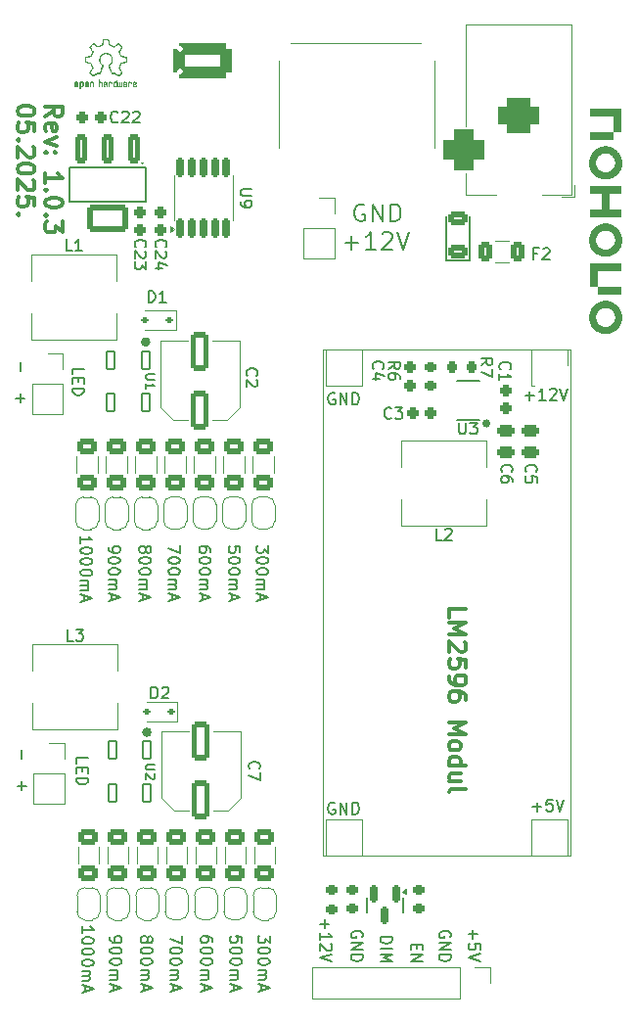
<source format=gto>
%TF.GenerationSoftware,KiCad,Pcbnew,9.0.2*%
%TF.CreationDate,2025-05-24T18:08:54+02:00*%
%TF.ProjectId,CCFL2LED,4343464c-324c-4454-942e-6b696361645f,rev?*%
%TF.SameCoordinates,Original*%
%TF.FileFunction,Legend,Top*%
%TF.FilePolarity,Positive*%
%FSLAX46Y46*%
G04 Gerber Fmt 4.6, Leading zero omitted, Abs format (unit mm)*
G04 Created by KiCad (PCBNEW 9.0.2) date 2025-05-24 18:08:54*
%MOMM*%
%LPD*%
G01*
G04 APERTURE LIST*
G04 Aperture macros list*
%AMRoundRect*
0 Rectangle with rounded corners*
0 $1 Rounding radius*
0 $2 $3 $4 $5 $6 $7 $8 $9 X,Y pos of 4 corners*
0 Add a 4 corners polygon primitive as box body*
4,1,4,$2,$3,$4,$5,$6,$7,$8,$9,$2,$3,0*
0 Add four circle primitives for the rounded corners*
1,1,$1+$1,$2,$3*
1,1,$1+$1,$4,$5*
1,1,$1+$1,$6,$7*
1,1,$1+$1,$8,$9*
0 Add four rect primitives between the rounded corners*
20,1,$1+$1,$2,$3,$4,$5,0*
20,1,$1+$1,$4,$5,$6,$7,0*
20,1,$1+$1,$6,$7,$8,$9,0*
20,1,$1+$1,$8,$9,$2,$3,0*%
%AMFreePoly0*
4,1,23,0.500000,-0.750000,0.000000,-0.750000,0.000000,-0.745722,-0.065263,-0.745722,-0.191342,-0.711940,-0.304381,-0.646677,-0.396677,-0.554381,-0.461940,-0.441342,-0.495722,-0.315263,-0.495722,-0.250000,-0.500000,-0.250000,-0.500000,0.250000,-0.495722,0.250000,-0.495722,0.315263,-0.461940,0.441342,-0.396677,0.554381,-0.304381,0.646677,-0.191342,0.711940,-0.065263,0.745722,0.000000,0.745722,
0.000000,0.750000,0.500000,0.750000,0.500000,-0.750000,0.500000,-0.750000,$1*%
%AMFreePoly1*
4,1,23,0.000000,0.745722,0.065263,0.745722,0.191342,0.711940,0.304381,0.646677,0.396677,0.554381,0.461940,0.441342,0.495722,0.315263,0.495722,0.250000,0.500000,0.250000,0.500000,-0.250000,0.495722,-0.250000,0.495722,-0.315263,0.461940,-0.441342,0.396677,-0.554381,0.304381,-0.646677,0.191342,-0.711940,0.065263,-0.745722,0.000000,-0.745722,0.000000,-0.750000,-0.500000,-0.750000,
-0.500000,0.750000,0.000000,0.750000,0.000000,0.745722,0.000000,0.745722,$1*%
%AMFreePoly2*
4,1,37,0.559954,2.682520,0.597008,2.631520,0.602000,2.600000,0.602000,1.032052,1.117026,0.517026,1.139136,0.483935,1.157735,0.439034,1.165500,0.400000,1.165500,-0.400000,1.157735,-0.439034,1.139136,-0.483935,1.117026,-0.517026,0.602000,-1.032052,0.602000,-2.600000,0.582520,-2.659954,0.531520,-2.697008,0.500000,-2.702000,-0.500000,-2.702000,-0.559954,-2.682520,-0.597008,-2.631520,
-0.602000,-2.600000,-0.602000,-1.032052,-1.117026,-0.517026,-1.139136,-0.483935,-1.157735,-0.439034,-1.165500,-0.400000,-1.165500,0.400000,-1.157735,0.439034,-1.139136,0.483935,-1.117026,0.517026,-0.602000,1.032052,-0.602000,2.600000,-0.582520,2.659954,-0.531520,2.697008,-0.500000,2.702000,0.500000,2.702000,0.559954,2.682520,0.559954,2.682520,$1*%
G04 Aperture macros list end*
%ADD10C,0.000000*%
%ADD11C,0.187500*%
%ADD12C,0.150000*%
%ADD13C,0.200000*%
%ADD14C,0.300000*%
%ADD15C,0.120000*%
%ADD16C,0.100000*%
%ADD17C,0.152400*%
%ADD18C,0.373600*%
%ADD19C,0.413500*%
%ADD20C,0.127000*%
%ADD21RoundRect,0.219000X-0.219000X-0.294000X0.219000X-0.294000X0.219000X0.294000X-0.219000X0.294000X0*%
%ADD22FreePoly0,90.000000*%
%ADD23FreePoly1,90.000000*%
%ADD24RoundRect,0.112500X0.187500X0.112500X-0.187500X0.112500X-0.187500X-0.112500X0.187500X-0.112500X0*%
%ADD25RoundRect,0.250000X0.300000X-1.000000X0.300000X1.000000X-0.300000X1.000000X-0.300000X-1.000000X0*%
%ADD26C,0.500000*%
%ADD27RoundRect,0.250000X1.550000X-0.920000X1.550000X0.920000X-1.550000X0.920000X-1.550000X-0.920000X0*%
%ADD28RoundRect,0.250000X0.625000X-0.400000X0.625000X0.400000X-0.625000X0.400000X-0.625000X-0.400000X0*%
%ADD29O,1.560000X2.540000*%
%ADD30RoundRect,0.250000X-0.625000X0.400000X-0.625000X-0.400000X0.625000X-0.400000X0.625000X0.400000X0*%
%ADD31RoundRect,0.244000X0.269000X-0.244000X0.269000X0.244000X-0.269000X0.244000X-0.269000X-0.244000X0*%
%ADD32C,2.200000*%
%ADD33RoundRect,0.150000X-0.150000X0.590000X-0.150000X-0.590000X0.150000X-0.590000X0.150000X0.590000X0*%
%ADD34R,1.700000X1.700000*%
%ADD35C,1.700000*%
%ADD36RoundRect,0.269000X0.494000X-0.269000X0.494000X0.269000X-0.494000X0.269000X-0.494000X-0.269000X0*%
%ADD37R,1.500000X2.200000*%
%ADD38RoundRect,0.244000X0.244000X0.269000X-0.244000X0.269000X-0.244000X-0.269000X0.244000X-0.269000X0*%
%ADD39RoundRect,0.267273X0.570727X-0.320727X0.570727X0.320727X-0.570727X0.320727X-0.570727X-0.320727X0*%
%ADD40RoundRect,0.250000X0.550000X-1.412500X0.550000X1.412500X-0.550000X1.412500X-0.550000X-1.412500X0*%
%ADD41R,2.540000X2.540000*%
%ADD42C,2.540000*%
%ADD43R,1.003300X0.558800*%
%ADD44RoundRect,0.244000X-0.244000X-0.269000X0.244000X-0.269000X0.244000X0.269000X-0.244000X0.269000X0*%
%ADD45RoundRect,0.219000X0.294000X-0.219000X0.294000X0.219000X-0.294000X0.219000X-0.294000X-0.219000X0*%
%ADD46RoundRect,0.150000X0.150000X-0.687500X0.150000X0.687500X-0.150000X0.687500X-0.150000X-0.687500X0*%
%ADD47R,3.300000X2.100000*%
%ADD48RoundRect,0.250000X0.375000X0.625000X-0.375000X0.625000X-0.375000X-0.625000X0.375000X-0.625000X0*%
%ADD49R,3.500000X3.500000*%
%ADD50RoundRect,0.750000X-1.000000X0.750000X-1.000000X-0.750000X1.000000X-0.750000X1.000000X0.750000X0*%
%ADD51RoundRect,0.875000X-0.875000X0.875000X-0.875000X-0.875000X0.875000X-0.875000X0.875000X0.875000X0*%
%ADD52RoundRect,0.219000X-0.294000X0.219000X-0.294000X-0.219000X0.294000X-0.219000X0.294000X0.219000X0*%
%ADD53RoundRect,0.102000X0.350000X0.750000X-0.350000X0.750000X-0.350000X-0.750000X0.350000X-0.750000X0*%
%ADD54FreePoly2,180.000000*%
%ADD55C,0.600000*%
%ADD56R,0.300000X1.400000*%
%ADD57R,0.500000X1.400000*%
%ADD58O,1.300000X2.300000*%
%ADD59O,1.300000X2.100000*%
%ADD60RoundRect,0.500000X2.000000X1.000000X-2.000000X1.000000X-2.000000X-1.000000X2.000000X-1.000000X0*%
G04 APERTURE END LIST*
D10*
G36*
X47940586Y-34785959D02*
G01*
X47943034Y-34786489D01*
X47945214Y-34787532D01*
X47947140Y-34789165D01*
X47948828Y-34791465D01*
X47950291Y-34794507D01*
X47951546Y-34798370D01*
X47952605Y-34803130D01*
X47953485Y-34808863D01*
X47954200Y-34815647D01*
X47954765Y-34823558D01*
X47955193Y-34832672D01*
X47955703Y-34854820D01*
X47955847Y-34882703D01*
X47955847Y-34966841D01*
X47973309Y-34962078D01*
X47977602Y-34961289D01*
X47983545Y-34960524D01*
X47990852Y-34959809D01*
X47999238Y-34959168D01*
X48008418Y-34958627D01*
X48018106Y-34958209D01*
X48028018Y-34957940D01*
X48037867Y-34957845D01*
X48051379Y-34957956D01*
X48057330Y-34958107D01*
X48062812Y-34958333D01*
X48067876Y-34958643D01*
X48072572Y-34959045D01*
X48076950Y-34959548D01*
X48081061Y-34960160D01*
X48084954Y-34960890D01*
X48088681Y-34961747D01*
X48092291Y-34962738D01*
X48095836Y-34963873D01*
X48099365Y-34965159D01*
X48102929Y-34966606D01*
X48106578Y-34968222D01*
X48110363Y-34970016D01*
X48116372Y-34973234D01*
X48122466Y-34976911D01*
X48128606Y-34981007D01*
X48134754Y-34985486D01*
X48140872Y-34990309D01*
X48146919Y-34995438D01*
X48152858Y-35000835D01*
X48158650Y-35006462D01*
X48164255Y-35012282D01*
X48169636Y-35018256D01*
X48174753Y-35024346D01*
X48179568Y-35030515D01*
X48184042Y-35036724D01*
X48188136Y-35042935D01*
X48191812Y-35049110D01*
X48195030Y-35055212D01*
X48198898Y-35063606D01*
X48201868Y-35072360D01*
X48204080Y-35083619D01*
X48205679Y-35099530D01*
X48206807Y-35122236D01*
X48207606Y-35153885D01*
X48208788Y-35252591D01*
X48210376Y-35425629D01*
X48178626Y-35442033D01*
X48171890Y-35445307D01*
X48165565Y-35448186D01*
X48159642Y-35450672D01*
X48156828Y-35451767D01*
X48154110Y-35452765D01*
X48151488Y-35453665D01*
X48148960Y-35454467D01*
X48146525Y-35455172D01*
X48144181Y-35455781D01*
X48141928Y-35456292D01*
X48139764Y-35456706D01*
X48137687Y-35457024D01*
X48135697Y-35457246D01*
X48133792Y-35457372D01*
X48131972Y-35457401D01*
X48130234Y-35457335D01*
X48128577Y-35457174D01*
X48127001Y-35456917D01*
X48125503Y-35456565D01*
X48124084Y-35456118D01*
X48122741Y-35455576D01*
X48121473Y-35454939D01*
X48120279Y-35454209D01*
X48119157Y-35453384D01*
X48118107Y-35452465D01*
X48117128Y-35451452D01*
X48116217Y-35450346D01*
X48115373Y-35449146D01*
X48114596Y-35447853D01*
X48113457Y-35442761D01*
X48112430Y-35432417D01*
X48111527Y-35417074D01*
X48110760Y-35396987D01*
X48109685Y-35343599D01*
X48109305Y-35274287D01*
X48109262Y-35223147D01*
X48109190Y-35202055D01*
X48109065Y-35183659D01*
X48108875Y-35167740D01*
X48108607Y-35154080D01*
X48108248Y-35142462D01*
X48107783Y-35132669D01*
X48107508Y-35128388D01*
X48107201Y-35124481D01*
X48106862Y-35120921D01*
X48106488Y-35117681D01*
X48106079Y-35114734D01*
X48105631Y-35112052D01*
X48105144Y-35109609D01*
X48104617Y-35107376D01*
X48104046Y-35105327D01*
X48103432Y-35103435D01*
X48102771Y-35101671D01*
X48102063Y-35100010D01*
X48101305Y-35098424D01*
X48100497Y-35096885D01*
X48098721Y-35093841D01*
X48096628Y-35090586D01*
X48094418Y-35087468D01*
X48092097Y-35084491D01*
X48089670Y-35081654D01*
X48087141Y-35078960D01*
X48084515Y-35076410D01*
X48081798Y-35074005D01*
X48078993Y-35071748D01*
X48076107Y-35069640D01*
X48073143Y-35067683D01*
X48070106Y-35065877D01*
X48067002Y-35064224D01*
X48063836Y-35062727D01*
X48060611Y-35061386D01*
X48057333Y-35060204D01*
X48054007Y-35059181D01*
X48050637Y-35058319D01*
X48047229Y-35057620D01*
X48043787Y-35057085D01*
X48040317Y-35056717D01*
X48036822Y-35056516D01*
X48033308Y-35056483D01*
X48029780Y-35056621D01*
X48026242Y-35056932D01*
X48022700Y-35057416D01*
X48019158Y-35058075D01*
X48015620Y-35058911D01*
X48012093Y-35059925D01*
X48008581Y-35061119D01*
X48005088Y-35062494D01*
X48001619Y-35064053D01*
X47998180Y-35065795D01*
X47985901Y-35072832D01*
X47980888Y-35076530D01*
X47976550Y-35080711D01*
X47972833Y-35085649D01*
X47969679Y-35091617D01*
X47967034Y-35098887D01*
X47964842Y-35107732D01*
X47963047Y-35118425D01*
X47961593Y-35131238D01*
X47960424Y-35146446D01*
X47959485Y-35164319D01*
X47958071Y-35209158D01*
X47956905Y-35267937D01*
X47956259Y-35305346D01*
X47955508Y-35337820D01*
X47954645Y-35365382D01*
X47953664Y-35388058D01*
X47952559Y-35405871D01*
X47951958Y-35412963D01*
X47951324Y-35418848D01*
X47950655Y-35423531D01*
X47949952Y-35427013D01*
X47949213Y-35429299D01*
X47948830Y-35429994D01*
X47948438Y-35430391D01*
X47947679Y-35430948D01*
X47946605Y-35431621D01*
X47943593Y-35433285D01*
X47939564Y-35435321D01*
X47934680Y-35437667D01*
X47922989Y-35443041D01*
X47909809Y-35448912D01*
X47891473Y-35457135D01*
X47884184Y-35459893D01*
X47878018Y-35461017D01*
X47872878Y-35459958D01*
X47870662Y-35458438D01*
X47868667Y-35456167D01*
X47865289Y-35449096D01*
X47862647Y-35438196D01*
X47860643Y-35422918D01*
X47859182Y-35402713D01*
X47857496Y-35345327D01*
X47856363Y-35147287D01*
X47856049Y-35014731D01*
X47856233Y-34961847D01*
X47856628Y-34917893D01*
X47857221Y-34882869D01*
X47858000Y-34856774D01*
X47858953Y-34839609D01*
X47859491Y-34834376D01*
X47860067Y-34831374D01*
X47860937Y-34829420D01*
X47861966Y-34827518D01*
X47863164Y-34825662D01*
X47864540Y-34823842D01*
X47866106Y-34822050D01*
X47867872Y-34820277D01*
X47869846Y-34818515D01*
X47872040Y-34816756D01*
X47874463Y-34814990D01*
X47877126Y-34813210D01*
X47880038Y-34811406D01*
X47883210Y-34809571D01*
X47886652Y-34807695D01*
X47890374Y-34805771D01*
X47894385Y-34803789D01*
X47898697Y-34801741D01*
X47905566Y-34798650D01*
X47912182Y-34795763D01*
X47918388Y-34793137D01*
X47924030Y-34790827D01*
X47928953Y-34788889D01*
X47933001Y-34787379D01*
X47936020Y-34786353D01*
X47937095Y-34786038D01*
X47937855Y-34785866D01*
X47940586Y-34785959D01*
G37*
G36*
X93104397Y-51308000D02*
G01*
X91059000Y-51308000D01*
X91059000Y-52671735D01*
X90377209Y-52671735D01*
X90377209Y-50626340D01*
X90698264Y-50626340D01*
X90698264Y-50626207D01*
X93104397Y-50626207D01*
X93104397Y-51308000D01*
G37*
G36*
X45974000Y-34925000D02*
G01*
X45987131Y-34926323D01*
X46000123Y-34928631D01*
X46012945Y-34931916D01*
X46025562Y-34936169D01*
X46037941Y-34941379D01*
X46050049Y-34947538D01*
X46061852Y-34954637D01*
X46073317Y-34962666D01*
X46084410Y-34971616D01*
X46095100Y-34981477D01*
X46105351Y-34992241D01*
X46112757Y-35000686D01*
X46119331Y-35008703D01*
X46125123Y-35016509D01*
X46130180Y-35024322D01*
X46134552Y-35032357D01*
X46138288Y-35040833D01*
X46141437Y-35049967D01*
X46144046Y-35059974D01*
X46146166Y-35071073D01*
X46147844Y-35083481D01*
X46149131Y-35097414D01*
X46150074Y-35113089D01*
X46151125Y-35150536D01*
X46151388Y-35197558D01*
X46151388Y-35317678D01*
X46136042Y-35350487D01*
X46132182Y-35358167D01*
X46127957Y-35365715D01*
X46123386Y-35373111D01*
X46118489Y-35380335D01*
X46113285Y-35387367D01*
X46107793Y-35394187D01*
X46102033Y-35400774D01*
X46096024Y-35407108D01*
X46089786Y-35413169D01*
X46083338Y-35418938D01*
X46076699Y-35424393D01*
X46069888Y-35429515D01*
X46062926Y-35434283D01*
X46055831Y-35438678D01*
X46048623Y-35442679D01*
X46041322Y-35446266D01*
X46032201Y-35450374D01*
X46027989Y-35452104D01*
X46023917Y-35453633D01*
X46019917Y-35454973D01*
X46015918Y-35456135D01*
X46011854Y-35457131D01*
X46007653Y-35457974D01*
X46003248Y-35458673D01*
X45998570Y-35459242D01*
X45993548Y-35459691D01*
X45988116Y-35460032D01*
X45975739Y-35460439D01*
X45960888Y-35460553D01*
X45945624Y-35460458D01*
X45939072Y-35460316D01*
X45933132Y-35460090D01*
X45927722Y-35459765D01*
X45922760Y-35459326D01*
X45918166Y-35458756D01*
X45913859Y-35458040D01*
X45909755Y-35457163D01*
X45905775Y-35456109D01*
X45901837Y-35454863D01*
X45897860Y-35453410D01*
X45893761Y-35451733D01*
X45889460Y-35449817D01*
X45884875Y-35447647D01*
X45879926Y-35445208D01*
X45872898Y-35441417D01*
X45865919Y-35437204D01*
X45859015Y-35432594D01*
X45852211Y-35427613D01*
X45845530Y-35422284D01*
X45838998Y-35416633D01*
X45832640Y-35410684D01*
X45826480Y-35404462D01*
X45820543Y-35397992D01*
X45814855Y-35391299D01*
X45809439Y-35384407D01*
X45804321Y-35377342D01*
X45799525Y-35370128D01*
X45795077Y-35362790D01*
X45791001Y-35355353D01*
X45787322Y-35347841D01*
X45782606Y-35337620D01*
X45779062Y-35328386D01*
X45777677Y-35323578D01*
X45776522Y-35318345D01*
X45775577Y-35312462D01*
X45774820Y-35305706D01*
X45774167Y-35294924D01*
X45902680Y-35294924D01*
X45920672Y-35312916D01*
X45923449Y-35315647D01*
X45926049Y-35318095D01*
X45928505Y-35320275D01*
X45930850Y-35322201D01*
X45933117Y-35323889D01*
X45935340Y-35325353D01*
X45937553Y-35326607D01*
X45939788Y-35327667D01*
X45942078Y-35328547D01*
X45944458Y-35329261D01*
X45946961Y-35329826D01*
X45949619Y-35330255D01*
X45952466Y-35330562D01*
X45955536Y-35330764D01*
X45958861Y-35330874D01*
X45962476Y-35330908D01*
X45965834Y-35330869D01*
X45968978Y-35330749D01*
X45971927Y-35330538D01*
X45974704Y-35330230D01*
X45977329Y-35329816D01*
X45979824Y-35329289D01*
X45982207Y-35328642D01*
X45984502Y-35327865D01*
X45986729Y-35326952D01*
X45988908Y-35325895D01*
X45991061Y-35324686D01*
X45993209Y-35323317D01*
X45995372Y-35321781D01*
X45997571Y-35320070D01*
X45999828Y-35318176D01*
X46002163Y-35316091D01*
X46004703Y-35313599D01*
X46006976Y-35311238D01*
X46009004Y-35308941D01*
X46010804Y-35306640D01*
X46012396Y-35304268D01*
X46013800Y-35301757D01*
X46015035Y-35299040D01*
X46016120Y-35296049D01*
X46017075Y-35292717D01*
X46017919Y-35288976D01*
X46018672Y-35284760D01*
X46019353Y-35280000D01*
X46019981Y-35274630D01*
X46020576Y-35268581D01*
X46021742Y-35254178D01*
X46022531Y-35242922D01*
X46023118Y-35230904D01*
X46023719Y-35205305D01*
X46023612Y-35178825D01*
X46022867Y-35152909D01*
X46021551Y-35129003D01*
X46019733Y-35108550D01*
X46018657Y-35100071D01*
X46017481Y-35092997D01*
X46016214Y-35087508D01*
X46014863Y-35083787D01*
X46014177Y-35082660D01*
X46013318Y-35081470D01*
X46012299Y-35080227D01*
X46011134Y-35078942D01*
X46009836Y-35077626D01*
X46008417Y-35076290D01*
X46006892Y-35074944D01*
X46005272Y-35073600D01*
X46003572Y-35072269D01*
X46001805Y-35070961D01*
X45999983Y-35069687D01*
X45998120Y-35068458D01*
X45996229Y-35067284D01*
X45994324Y-35066178D01*
X45992417Y-35065148D01*
X45990522Y-35064208D01*
X45987657Y-35062926D01*
X45984817Y-35061758D01*
X45982003Y-35060706D01*
X45979216Y-35059768D01*
X45976455Y-35058944D01*
X45973721Y-35058236D01*
X45971016Y-35057642D01*
X45968338Y-35057163D01*
X45965689Y-35056799D01*
X45963069Y-35056549D01*
X45960479Y-35056414D01*
X45957919Y-35056394D01*
X45955389Y-35056489D01*
X45952891Y-35056698D01*
X45950424Y-35057022D01*
X45947990Y-35057461D01*
X45945588Y-35058014D01*
X45943219Y-35058683D01*
X45940883Y-35059465D01*
X45938582Y-35060363D01*
X45936315Y-35061375D01*
X45934083Y-35062502D01*
X45931886Y-35063744D01*
X45929725Y-35065101D01*
X45927601Y-35066572D01*
X45925514Y-35068158D01*
X45923464Y-35069859D01*
X45921452Y-35071674D01*
X45919478Y-35073604D01*
X45917543Y-35075649D01*
X45915648Y-35077808D01*
X45913792Y-35080083D01*
X45910276Y-35084929D01*
X45908837Y-35087472D01*
X45907591Y-35090277D01*
X45906525Y-35093483D01*
X45905625Y-35097226D01*
X45904877Y-35101643D01*
X45904267Y-35106872D01*
X45903405Y-35120313D01*
X45902928Y-35138647D01*
X45902680Y-35194383D01*
X45902680Y-35294924D01*
X45774167Y-35294924D01*
X45773788Y-35288677D01*
X45773257Y-35265465D01*
X45773037Y-35194383D01*
X45773034Y-35193324D01*
X45773077Y-35154597D01*
X45773153Y-35138522D01*
X45773282Y-35124409D01*
X45773480Y-35112084D01*
X45773760Y-35101376D01*
X45774136Y-35092112D01*
X45774622Y-35084118D01*
X45775232Y-35077221D01*
X45775980Y-35071249D01*
X45776410Y-35068556D01*
X45776880Y-35066029D01*
X45777391Y-35063647D01*
X45777945Y-35061388D01*
X45778545Y-35059231D01*
X45779191Y-35057153D01*
X45780631Y-35053152D01*
X45782278Y-35049211D01*
X45784147Y-35045158D01*
X45789368Y-35034683D01*
X45794914Y-35024690D01*
X45800785Y-35015174D01*
X45806983Y-35006132D01*
X45813510Y-34997561D01*
X45820368Y-34989459D01*
X45827557Y-34981822D01*
X45835079Y-34974646D01*
X45842936Y-34967930D01*
X45851130Y-34961669D01*
X45859661Y-34955861D01*
X45868532Y-34950503D01*
X45877744Y-34945591D01*
X45887299Y-34941123D01*
X45897198Y-34937095D01*
X45907442Y-34933504D01*
X45920763Y-34929757D01*
X45934113Y-34927042D01*
X45947457Y-34925351D01*
X45960764Y-34924673D01*
X45974000Y-34925000D01*
G37*
G36*
X48890497Y-34955845D02*
G01*
X48899039Y-34956244D01*
X48907475Y-34956859D01*
X48915697Y-34957688D01*
X48923600Y-34958731D01*
X48931077Y-34959988D01*
X48938022Y-34961456D01*
X48944330Y-34963137D01*
X48949147Y-34964715D01*
X48953968Y-34966565D01*
X48963590Y-34971042D01*
X48973129Y-34976488D01*
X48982521Y-34982824D01*
X48991698Y-34989968D01*
X49000596Y-34997842D01*
X49009148Y-35006365D01*
X49017289Y-35015458D01*
X49024952Y-35025041D01*
X49032071Y-35035034D01*
X49038582Y-35045358D01*
X49044417Y-35055931D01*
X49049511Y-35066676D01*
X49053798Y-35077510D01*
X49057213Y-35088356D01*
X49059688Y-35099133D01*
X49060736Y-35105648D01*
X49061470Y-35111539D01*
X49061851Y-35116867D01*
X49061896Y-35119337D01*
X49061838Y-35121688D01*
X49061671Y-35123928D01*
X49061391Y-35126064D01*
X49060992Y-35128103D01*
X49060469Y-35130052D01*
X49059818Y-35131919D01*
X49059033Y-35133711D01*
X49058110Y-35135436D01*
X49057042Y-35137100D01*
X49055826Y-35138712D01*
X49054456Y-35140279D01*
X49052927Y-35141808D01*
X49051234Y-35143306D01*
X49049372Y-35144780D01*
X49047336Y-35146239D01*
X49042722Y-35149139D01*
X49037351Y-35152063D01*
X49031183Y-35155071D01*
X49024179Y-35158222D01*
X49016297Y-35161574D01*
X49007772Y-35164992D01*
X49000212Y-35167882D01*
X48993553Y-35170212D01*
X48987730Y-35171951D01*
X48985112Y-35172589D01*
X48982679Y-35173067D01*
X48980423Y-35173381D01*
X48978336Y-35173527D01*
X48976410Y-35173502D01*
X48974636Y-35173301D01*
X48973008Y-35172920D01*
X48971516Y-35172356D01*
X48970152Y-35171604D01*
X48968910Y-35170661D01*
X48967780Y-35169522D01*
X48966754Y-35168184D01*
X48965825Y-35166642D01*
X48964985Y-35164893D01*
X48964225Y-35162932D01*
X48963537Y-35160756D01*
X48962913Y-35158360D01*
X48962346Y-35155741D01*
X48961349Y-35149818D01*
X48960480Y-35142953D01*
X48959676Y-35135116D01*
X48959001Y-35129159D01*
X48958073Y-35123396D01*
X48956901Y-35117832D01*
X48955491Y-35112472D01*
X48953851Y-35107321D01*
X48951989Y-35102384D01*
X48949912Y-35097666D01*
X48947629Y-35093171D01*
X48945146Y-35088905D01*
X48942472Y-35084873D01*
X48939614Y-35081079D01*
X48936579Y-35077529D01*
X48933376Y-35074227D01*
X48930013Y-35071178D01*
X48926495Y-35068388D01*
X48922833Y-35065861D01*
X48919032Y-35063603D01*
X48915101Y-35061617D01*
X48911047Y-35059909D01*
X48906878Y-35058485D01*
X48902602Y-35057348D01*
X48898226Y-35056505D01*
X48893758Y-35055959D01*
X48889206Y-35055716D01*
X48884577Y-35055781D01*
X48879878Y-35056158D01*
X48875119Y-35056853D01*
X48870306Y-35057871D01*
X48865446Y-35059216D01*
X48860548Y-35060894D01*
X48855619Y-35062909D01*
X48850667Y-35065266D01*
X48837910Y-35072037D01*
X48832737Y-35075439D01*
X48828285Y-35079248D01*
X48824494Y-35083760D01*
X48821302Y-35089274D01*
X48818647Y-35096085D01*
X48816470Y-35104490D01*
X48814708Y-35114787D01*
X48813300Y-35127273D01*
X48812185Y-35142243D01*
X48811302Y-35159995D01*
X48809986Y-35205033D01*
X48808863Y-35264762D01*
X48806217Y-35427745D01*
X48767059Y-35445737D01*
X48746258Y-35455388D01*
X48737961Y-35458822D01*
X48730927Y-35460934D01*
X48725052Y-35461427D01*
X48722518Y-35460974D01*
X48720234Y-35460006D01*
X48718188Y-35458485D01*
X48716367Y-35456374D01*
X48714758Y-35453636D01*
X48713348Y-35450235D01*
X48711074Y-35441293D01*
X48709440Y-35429252D01*
X48708342Y-35413816D01*
X48707676Y-35394689D01*
X48707228Y-35344176D01*
X48707263Y-35275345D01*
X48707306Y-35220054D01*
X48707511Y-35177102D01*
X48707709Y-35159646D01*
X48707989Y-35144544D01*
X48708365Y-35131554D01*
X48708851Y-35120432D01*
X48709461Y-35110934D01*
X48710209Y-35102818D01*
X48711109Y-35095840D01*
X48712175Y-35089756D01*
X48713420Y-35084324D01*
X48714860Y-35079299D01*
X48716507Y-35074439D01*
X48718376Y-35069499D01*
X48721925Y-35060834D01*
X48726009Y-35052317D01*
X48730605Y-35043972D01*
X48735689Y-35035823D01*
X48741239Y-35027894D01*
X48747230Y-35020209D01*
X48753639Y-35012793D01*
X48760444Y-35005669D01*
X48767622Y-34998861D01*
X48775147Y-34992393D01*
X48782999Y-34986290D01*
X48791153Y-34980575D01*
X48799585Y-34975272D01*
X48808274Y-34970406D01*
X48817195Y-34966000D01*
X48826326Y-34962078D01*
X48831052Y-34960503D01*
X48836627Y-34959150D01*
X48842944Y-34958019D01*
X48849898Y-34957109D01*
X48857382Y-34956419D01*
X48865291Y-34955949D01*
X48873517Y-34955697D01*
X48881954Y-34955662D01*
X48890497Y-34955845D01*
G37*
G36*
X48494538Y-31238862D02*
G01*
X48550025Y-31239119D01*
X48595435Y-31239524D01*
X48631953Y-31240127D01*
X48660763Y-31240979D01*
X48672647Y-31241513D01*
X48683049Y-31242128D01*
X48692115Y-31242830D01*
X48699995Y-31243625D01*
X48706837Y-31244519D01*
X48712787Y-31245518D01*
X48717996Y-31246629D01*
X48722609Y-31247858D01*
X48725583Y-31248681D01*
X48728538Y-31249558D01*
X48731459Y-31250480D01*
X48734325Y-31251438D01*
X48737120Y-31252424D01*
X48739827Y-31253430D01*
X48742426Y-31254446D01*
X48744900Y-31255465D01*
X48747232Y-31256477D01*
X48749403Y-31257475D01*
X48751396Y-31258449D01*
X48753193Y-31259392D01*
X48754776Y-31260295D01*
X48756127Y-31261148D01*
X48757229Y-31261944D01*
X48758063Y-31262675D01*
X48760629Y-31266149D01*
X48763383Y-31271494D01*
X48769564Y-31288281D01*
X48776825Y-31314011D01*
X48785381Y-31349656D01*
X48795451Y-31396191D01*
X48807251Y-31454589D01*
X48836909Y-31610866D01*
X48840933Y-31631796D01*
X48844995Y-31651802D01*
X48848983Y-31670407D01*
X48852784Y-31687132D01*
X48856288Y-31701502D01*
X48859382Y-31713037D01*
X48860741Y-31717593D01*
X48861955Y-31721261D01*
X48863012Y-31723982D01*
X48863897Y-31725696D01*
X48867039Y-31729413D01*
X48872218Y-31733783D01*
X48879314Y-31738749D01*
X48888205Y-31744258D01*
X48910889Y-31756680D01*
X48939303Y-31770608D01*
X48972479Y-31785604D01*
X49009450Y-31801226D01*
X49049249Y-31817033D01*
X49090909Y-31832587D01*
X49191450Y-31868571D01*
X49220555Y-31854283D01*
X49228067Y-31850088D01*
X49238389Y-31844039D01*
X49265600Y-31827494D01*
X49298466Y-31806881D01*
X49333267Y-31784433D01*
X49398487Y-31741901D01*
X49423606Y-31725571D01*
X49439100Y-31715641D01*
X49444198Y-31712196D01*
X49450213Y-31707927D01*
X49456923Y-31703000D01*
X49464104Y-31697583D01*
X49471533Y-31691844D01*
X49478986Y-31685950D01*
X49486242Y-31680068D01*
X49493076Y-31674366D01*
X49505602Y-31663846D01*
X49517411Y-31654300D01*
X49528541Y-31645711D01*
X49539030Y-31638060D01*
X49548918Y-31631331D01*
X49558244Y-31625504D01*
X49567045Y-31620563D01*
X49571261Y-31618418D01*
X49575361Y-31616489D01*
X49579349Y-31614771D01*
X49583231Y-31613264D01*
X49587010Y-31611965D01*
X49590692Y-31610871D01*
X49594282Y-31609981D01*
X49597785Y-31609292D01*
X49601205Y-31608803D01*
X49604548Y-31608510D01*
X49607818Y-31608411D01*
X49611019Y-31608505D01*
X49614158Y-31608789D01*
X49617238Y-31609261D01*
X49620264Y-31609919D01*
X49623242Y-31610760D01*
X49626176Y-31611782D01*
X49629072Y-31612983D01*
X49636075Y-31617550D01*
X49647549Y-31626877D01*
X49681442Y-31657358D01*
X49725828Y-31699536D01*
X49775783Y-31748516D01*
X49826382Y-31799406D01*
X49872703Y-31847313D01*
X49909821Y-31887344D01*
X49923391Y-31902878D01*
X49932813Y-31914608D01*
X49963505Y-31956412D01*
X49947630Y-31986045D01*
X49933384Y-32009387D01*
X49906685Y-32050934D01*
X49871355Y-32104885D01*
X49831213Y-32165433D01*
X49757857Y-32275433D01*
X49733507Y-32312103D01*
X49722205Y-32329475D01*
X49719278Y-32334540D01*
X49716846Y-32340006D01*
X49714909Y-32345867D01*
X49713465Y-32352113D01*
X49712515Y-32358738D01*
X49712057Y-32365733D01*
X49712090Y-32373091D01*
X49712614Y-32380804D01*
X49713627Y-32388864D01*
X49715130Y-32397264D01*
X49717121Y-32405995D01*
X49719600Y-32415051D01*
X49722566Y-32424422D01*
X49726017Y-32434103D01*
X49729954Y-32444084D01*
X49734376Y-32454358D01*
X49744744Y-32477691D01*
X49756601Y-32505687D01*
X49768457Y-32534874D01*
X49778825Y-32561779D01*
X49788475Y-32585955D01*
X49797677Y-32608345D01*
X49801785Y-32618065D01*
X49805391Y-32626370D01*
X49808365Y-32632939D01*
X49810575Y-32637450D01*
X49813232Y-32642258D01*
X49816401Y-32647317D01*
X49820025Y-32652566D01*
X49824044Y-32657947D01*
X49828402Y-32663398D01*
X49833039Y-32668862D01*
X49837898Y-32674277D01*
X49842921Y-32679584D01*
X49848049Y-32684724D01*
X49853224Y-32689637D01*
X49858389Y-32694264D01*
X49863484Y-32698543D01*
X49868452Y-32702417D01*
X49873235Y-32705825D01*
X49877775Y-32708707D01*
X49882013Y-32711004D01*
X49893414Y-32715916D01*
X49909323Y-32721132D01*
X49929685Y-32726658D01*
X49954443Y-32732501D01*
X49983542Y-32738666D01*
X50016926Y-32745160D01*
X50054539Y-32751988D01*
X50096326Y-32759158D01*
X50132725Y-32765348D01*
X50165175Y-32771271D01*
X50194041Y-32777008D01*
X50219688Y-32782640D01*
X50242482Y-32788247D01*
X50262790Y-32793909D01*
X50280977Y-32799708D01*
X50297409Y-32805724D01*
X50323867Y-32816308D01*
X50327571Y-32944895D01*
X50328845Y-33004079D01*
X50329423Y-33069911D01*
X50329209Y-33134354D01*
X50328101Y-33189370D01*
X50324926Y-33304729D01*
X50311167Y-33310549D01*
X50296158Y-33315599D01*
X50276722Y-33321182D01*
X50253143Y-33327237D01*
X50225707Y-33333700D01*
X50194699Y-33340511D01*
X50160404Y-33347608D01*
X50083096Y-33362408D01*
X50032544Y-33371552D01*
X49983084Y-33380796D01*
X49940370Y-33389048D01*
X49910059Y-33395216D01*
X49856084Y-33406329D01*
X49837034Y-33448662D01*
X49828192Y-33468917D01*
X49816405Y-33497693D01*
X49789078Y-33567460D01*
X49765224Y-33631274D01*
X49757778Y-33652608D01*
X49755731Y-33659172D01*
X49755013Y-33662445D01*
X49754940Y-33662895D01*
X49754726Y-33663637D01*
X49753905Y-33665926D01*
X49752613Y-33669170D01*
X49750912Y-33673227D01*
X49746530Y-33683207D01*
X49741255Y-33694724D01*
X49737973Y-33701845D01*
X49735070Y-33708552D01*
X49732539Y-33714892D01*
X49730374Y-33720910D01*
X49728568Y-33726652D01*
X49727116Y-33732164D01*
X49726011Y-33737491D01*
X49725247Y-33742680D01*
X49724819Y-33747776D01*
X49724718Y-33752824D01*
X49724940Y-33757871D01*
X49725479Y-33762962D01*
X49726327Y-33768143D01*
X49727480Y-33773460D01*
X49728930Y-33778958D01*
X49730671Y-33784683D01*
X49733131Y-33790954D01*
X49736879Y-33798959D01*
X49747886Y-33819616D01*
X49762986Y-33845544D01*
X49781472Y-33875633D01*
X49802636Y-33908773D01*
X49825773Y-33943854D01*
X49850174Y-33979767D01*
X49875134Y-34015400D01*
X49892803Y-34040399D01*
X49907545Y-34061801D01*
X49913927Y-34071331D01*
X49919708Y-34080177D01*
X49924930Y-34088408D01*
X49929638Y-34096097D01*
X49933875Y-34103315D01*
X49937683Y-34110132D01*
X49941107Y-34116621D01*
X49944190Y-34122853D01*
X49946976Y-34128899D01*
X49949507Y-34134830D01*
X49951827Y-34140717D01*
X49953980Y-34146632D01*
X49957378Y-34156565D01*
X49958547Y-34160722D01*
X49959139Y-34164674D01*
X49958987Y-34168669D01*
X49957924Y-34172957D01*
X49955781Y-34177787D01*
X49952392Y-34183410D01*
X49947589Y-34190074D01*
X49941205Y-34198030D01*
X49933072Y-34207527D01*
X49923024Y-34218814D01*
X49860317Y-34286862D01*
X49833018Y-34316002D01*
X49804639Y-34345161D01*
X49775690Y-34373861D01*
X49746679Y-34401625D01*
X49718114Y-34427975D01*
X49690504Y-34452433D01*
X49664358Y-34474523D01*
X49640184Y-34493766D01*
X49617959Y-34511228D01*
X49576684Y-34490591D01*
X49561483Y-34482427D01*
X49543975Y-34472310D01*
X49523441Y-34459774D01*
X49499161Y-34444355D01*
X49436488Y-34403006D01*
X49350201Y-34344541D01*
X49339306Y-34336958D01*
X49328629Y-34329418D01*
X49318435Y-34322114D01*
X49308992Y-34315238D01*
X49300565Y-34308983D01*
X49293423Y-34303539D01*
X49287830Y-34299100D01*
X49284055Y-34295858D01*
X49280528Y-34292795D01*
X49276899Y-34289957D01*
X49273176Y-34287348D01*
X49269370Y-34284968D01*
X49265490Y-34282822D01*
X49261544Y-34280910D01*
X49257543Y-34279235D01*
X49253495Y-34277800D01*
X49249410Y-34276607D01*
X49245297Y-34275657D01*
X49241166Y-34274955D01*
X49237025Y-34274501D01*
X49232884Y-34274298D01*
X49228753Y-34274349D01*
X49224640Y-34274656D01*
X49220555Y-34275220D01*
X49218373Y-34275664D01*
X49215625Y-34276389D01*
X49208599Y-34278618D01*
X49199812Y-34281778D01*
X49189598Y-34285737D01*
X49178294Y-34290367D01*
X49166232Y-34295535D01*
X49153750Y-34301113D01*
X49141180Y-34306970D01*
X49128586Y-34312654D01*
X49116036Y-34318108D01*
X49103870Y-34323202D01*
X49092430Y-34327806D01*
X49082057Y-34331790D01*
X49073091Y-34335024D01*
X49065874Y-34337378D01*
X49063027Y-34338183D01*
X49060746Y-34338720D01*
X49057289Y-34339266D01*
X49054223Y-34339687D01*
X49051491Y-34339945D01*
X49049039Y-34340002D01*
X49047900Y-34339943D01*
X49046809Y-34339820D01*
X49045761Y-34339628D01*
X49044747Y-34339362D01*
X49043762Y-34339017D01*
X49042797Y-34338589D01*
X49041846Y-34338073D01*
X49040903Y-34337463D01*
X49039959Y-34336756D01*
X49039008Y-34335947D01*
X49038044Y-34335031D01*
X49037058Y-34334002D01*
X49034996Y-34331591D01*
X49032767Y-34328674D01*
X49030314Y-34325215D01*
X49027583Y-34321176D01*
X49021059Y-34311204D01*
X49010888Y-34294405D01*
X49000115Y-34274741D01*
X48988586Y-34251877D01*
X48976146Y-34225479D01*
X48962639Y-34195211D01*
X48947910Y-34160738D01*
X48931805Y-34121727D01*
X48914167Y-34077841D01*
X48870255Y-33969097D01*
X48831154Y-33873847D01*
X48797709Y-33794472D01*
X48770763Y-33733354D01*
X48758858Y-33706047D01*
X48747852Y-33679205D01*
X48737900Y-33653293D01*
X48729157Y-33628777D01*
X48721779Y-33606121D01*
X48715920Y-33585791D01*
X48713609Y-33576643D01*
X48711735Y-33568250D01*
X48710319Y-33560672D01*
X48709380Y-33553966D01*
X48707263Y-33529095D01*
X48744834Y-33505283D01*
X48769447Y-33488644D01*
X48793230Y-33470548D01*
X48816111Y-33451100D01*
X48838017Y-33430406D01*
X48858875Y-33408570D01*
X48878612Y-33385699D01*
X48897155Y-33361898D01*
X48914432Y-33337272D01*
X48930369Y-33311927D01*
X48944894Y-33285968D01*
X48957934Y-33259500D01*
X48969416Y-33232630D01*
X48979266Y-33205461D01*
X48987413Y-33178101D01*
X48993784Y-33150653D01*
X48998305Y-33123224D01*
X48999609Y-33111894D01*
X49000552Y-33099627D01*
X49001144Y-33086566D01*
X49001397Y-33072854D01*
X49000928Y-33044048D01*
X48999231Y-33014348D01*
X48996393Y-32984897D01*
X48994573Y-32970621D01*
X48992500Y-32956835D01*
X48990186Y-32943681D01*
X48987641Y-32931302D01*
X48984875Y-32919841D01*
X48981901Y-32909441D01*
X48975590Y-32890552D01*
X48968384Y-32872000D01*
X48960311Y-32853804D01*
X48951402Y-32835983D01*
X48941685Y-32818558D01*
X48931189Y-32801549D01*
X48907975Y-32768856D01*
X48881991Y-32738065D01*
X48853471Y-32709332D01*
X48822646Y-32682819D01*
X48789747Y-32658682D01*
X48755006Y-32637082D01*
X48718656Y-32618177D01*
X48680927Y-32602126D01*
X48642052Y-32589089D01*
X48602262Y-32579223D01*
X48561789Y-32572688D01*
X48541369Y-32570719D01*
X48520865Y-32569642D01*
X48500306Y-32569478D01*
X48479721Y-32570245D01*
X48455722Y-32572156D01*
X48432336Y-32574912D01*
X48409558Y-32578516D01*
X48387382Y-32582970D01*
X48365801Y-32588277D01*
X48344809Y-32594439D01*
X48324400Y-32601459D01*
X48304567Y-32609338D01*
X48285305Y-32618078D01*
X48266608Y-32627684D01*
X48248468Y-32638156D01*
X48230881Y-32649496D01*
X48213839Y-32661708D01*
X48197337Y-32674794D01*
X48181368Y-32688756D01*
X48165926Y-32703595D01*
X48154680Y-32715271D01*
X48143948Y-32727103D01*
X48133710Y-32739122D01*
X48123948Y-32751361D01*
X48114641Y-32763851D01*
X48105771Y-32776623D01*
X48097318Y-32789711D01*
X48089263Y-32803145D01*
X48081586Y-32816957D01*
X48074267Y-32831179D01*
X48067289Y-32845843D01*
X48060630Y-32860981D01*
X48054272Y-32876624D01*
X48048196Y-32892804D01*
X48042381Y-32909554D01*
X48036809Y-32926904D01*
X48032549Y-32941696D01*
X48029219Y-32954751D01*
X48027868Y-32961015D01*
X48026707Y-32967311D01*
X48025724Y-32973792D01*
X48024903Y-32980614D01*
X48023693Y-32995902D01*
X48022968Y-33014415D01*
X48022614Y-33037392D01*
X48022521Y-33066075D01*
X48022593Y-33094911D01*
X48022894Y-33117974D01*
X48023171Y-33127738D01*
X48023554Y-33136535D01*
X48024060Y-33144525D01*
X48024704Y-33151866D01*
X48025504Y-33158716D01*
X48026475Y-33165236D01*
X48027633Y-33171584D01*
X48028996Y-33177919D01*
X48030578Y-33184399D01*
X48032397Y-33191184D01*
X48036809Y-33206304D01*
X48042939Y-33225619D01*
X48049313Y-33243798D01*
X48056061Y-33261019D01*
X48063317Y-33277460D01*
X48071211Y-33293300D01*
X48079876Y-33308716D01*
X48089443Y-33323887D01*
X48100044Y-33338992D01*
X48111811Y-33354209D01*
X48124876Y-33369715D01*
X48139370Y-33385689D01*
X48155425Y-33402310D01*
X48173173Y-33419756D01*
X48192746Y-33438205D01*
X48214275Y-33457835D01*
X48237892Y-33478824D01*
X48252402Y-33491851D01*
X48265963Y-33504158D01*
X48278271Y-33515473D01*
X48289023Y-33525523D01*
X48297914Y-33534036D01*
X48304642Y-33540737D01*
X48307099Y-33543323D01*
X48308901Y-33545355D01*
X48310010Y-33546797D01*
X48310293Y-33547287D01*
X48310388Y-33547616D01*
X48309480Y-33553356D01*
X48306843Y-33563200D01*
X48296911Y-33593803D01*
X48281646Y-33636634D01*
X48262102Y-33688904D01*
X48214394Y-33810596D01*
X48162221Y-33936554D01*
X48112182Y-34054417D01*
X48071469Y-34151594D01*
X48041075Y-34225652D01*
X48021992Y-34274162D01*
X48015807Y-34290097D01*
X48009844Y-34303985D01*
X48003940Y-34315852D01*
X48000959Y-34321035D01*
X47997932Y-34325723D01*
X47994838Y-34329917D01*
X47991657Y-34333621D01*
X47988369Y-34336838D01*
X47984953Y-34339572D01*
X47981389Y-34341825D01*
X47977656Y-34343601D01*
X47973735Y-34344902D01*
X47969605Y-34345732D01*
X47965245Y-34346093D01*
X47960636Y-34345990D01*
X47955756Y-34345425D01*
X47950586Y-34344400D01*
X47945105Y-34342920D01*
X47939293Y-34340988D01*
X47933129Y-34338605D01*
X47926594Y-34335777D01*
X47912325Y-34328792D01*
X47896326Y-34320059D01*
X47878431Y-34309602D01*
X47858480Y-34297445D01*
X47851740Y-34293494D01*
X47844746Y-34289648D01*
X47837690Y-34286013D01*
X47830765Y-34282695D01*
X47827411Y-34281187D01*
X47824162Y-34279798D01*
X47821041Y-34278540D01*
X47818073Y-34277428D01*
X47815282Y-34276473D01*
X47812691Y-34275690D01*
X47810326Y-34275092D01*
X47808209Y-34274691D01*
X47803032Y-34273959D01*
X47797654Y-34273845D01*
X47791820Y-34274495D01*
X47785281Y-34276055D01*
X47777784Y-34278674D01*
X47769076Y-34282495D01*
X47758907Y-34287668D01*
X47747024Y-34294336D01*
X47717109Y-34312751D01*
X47677315Y-34338910D01*
X47625627Y-34373987D01*
X47560030Y-34419154D01*
X47546663Y-34428161D01*
X47532273Y-34437534D01*
X47517326Y-34446994D01*
X47502285Y-34456261D01*
X47487616Y-34465058D01*
X47473784Y-34473104D01*
X47461254Y-34480120D01*
X47450492Y-34485828D01*
X47442193Y-34490018D01*
X47434899Y-34493670D01*
X47428522Y-34496806D01*
X47422976Y-34499446D01*
X47420487Y-34500587D01*
X47418174Y-34501612D01*
X47416025Y-34502524D01*
X47414030Y-34503325D01*
X47412177Y-34504018D01*
X47410456Y-34504605D01*
X47408855Y-34505090D01*
X47407365Y-34505474D01*
X47405974Y-34505760D01*
X47404672Y-34505952D01*
X47403447Y-34506051D01*
X47402289Y-34506060D01*
X47401186Y-34505982D01*
X47400129Y-34505819D01*
X47399105Y-34505575D01*
X47398105Y-34505251D01*
X47397117Y-34504850D01*
X47396131Y-34504375D01*
X47395135Y-34503829D01*
X47394120Y-34503213D01*
X47393073Y-34502532D01*
X47391984Y-34501787D01*
X47389638Y-34500116D01*
X47375604Y-34489122D01*
X47357386Y-34473478D01*
X47311206Y-34431076D01*
X47256716Y-34378579D01*
X47199535Y-34321655D01*
X47145281Y-34265970D01*
X47099572Y-34217194D01*
X47081678Y-34197167D01*
X47068027Y-34180993D01*
X47059321Y-34169380D01*
X47057042Y-34165506D01*
X47056263Y-34163037D01*
X47056844Y-34159398D01*
X47058550Y-34154292D01*
X47061331Y-34147802D01*
X47065135Y-34140010D01*
X47075601Y-34120854D01*
X47089534Y-34097486D01*
X47106519Y-34070572D01*
X47126138Y-34040775D01*
X47147978Y-34008757D01*
X47171622Y-33975183D01*
X47196625Y-33939877D01*
X47222025Y-33903481D01*
X47244845Y-33870259D01*
X47262109Y-33844479D01*
X47272004Y-33828958D01*
X47276092Y-33822374D01*
X47279654Y-33816458D01*
X47282727Y-33811121D01*
X47285345Y-33806276D01*
X47287544Y-33801836D01*
X47289361Y-33797714D01*
X47290831Y-33793820D01*
X47291988Y-33790068D01*
X47292870Y-33786371D01*
X47293512Y-33782641D01*
X47293949Y-33778789D01*
X47294217Y-33774729D01*
X47294351Y-33770373D01*
X47294388Y-33765633D01*
X47294325Y-33761572D01*
X47294129Y-33757506D01*
X47293792Y-33753405D01*
X47293305Y-33749237D01*
X47292660Y-33744973D01*
X47291849Y-33740583D01*
X47290862Y-33736037D01*
X47289692Y-33731303D01*
X47288329Y-33726353D01*
X47286766Y-33721155D01*
X47283003Y-33709897D01*
X47278334Y-33697287D01*
X47272692Y-33683083D01*
X47261969Y-33655682D01*
X47248417Y-33620244D01*
X47219776Y-33543912D01*
X47213307Y-33526101D01*
X47206720Y-33508681D01*
X47200196Y-33492092D01*
X47193913Y-33476774D01*
X47188052Y-33463167D01*
X47182792Y-33451713D01*
X47180444Y-33446930D01*
X47178314Y-33442850D01*
X47176424Y-33439529D01*
X47174797Y-33437020D01*
X47171890Y-33432964D01*
X47168562Y-33428949D01*
X47164862Y-33425008D01*
X47160840Y-33421170D01*
X47156544Y-33417465D01*
X47152026Y-33413924D01*
X47147334Y-33410577D01*
X47142517Y-33407453D01*
X47137627Y-33404584D01*
X47132711Y-33401999D01*
X47127821Y-33399729D01*
X47123004Y-33397804D01*
X47118312Y-33396254D01*
X47113794Y-33395110D01*
X47109498Y-33394401D01*
X47107450Y-33394219D01*
X47105476Y-33394158D01*
X47102263Y-33393942D01*
X47097538Y-33393323D01*
X47091523Y-33392344D01*
X47084441Y-33391049D01*
X47076516Y-33389481D01*
X47067971Y-33387684D01*
X47059029Y-33385701D01*
X47049913Y-33383575D01*
X47026101Y-33378440D01*
X46993954Y-33372264D01*
X46957640Y-33365789D01*
X46921326Y-33359762D01*
X46887171Y-33353900D01*
X46856048Y-33348186D01*
X46827815Y-33342572D01*
X46802329Y-33337008D01*
X46779448Y-33331443D01*
X46759029Y-33325829D01*
X46740928Y-33320116D01*
X46732703Y-33317206D01*
X46725005Y-33314254D01*
X46698017Y-33303670D01*
X46694842Y-33128516D01*
X46693845Y-33074086D01*
X46793350Y-33074086D01*
X46794121Y-33097447D01*
X46795649Y-33120380D01*
X46797871Y-33142147D01*
X46799223Y-33152363D01*
X46800725Y-33162011D01*
X46802370Y-33170998D01*
X46804150Y-33179233D01*
X46806057Y-33186622D01*
X46808084Y-33193075D01*
X46809010Y-33195389D01*
X46810008Y-33197577D01*
X46811091Y-33199646D01*
X46812268Y-33201607D01*
X46813550Y-33203469D01*
X46814949Y-33205241D01*
X46816474Y-33206933D01*
X46818138Y-33208553D01*
X46819951Y-33210111D01*
X46821923Y-33211616D01*
X46824066Y-33213078D01*
X46826390Y-33214506D01*
X46828906Y-33215909D01*
X46831626Y-33217296D01*
X46834559Y-33218678D01*
X46837717Y-33220062D01*
X46855213Y-33226811D01*
X46875983Y-33233572D01*
X46900076Y-33240358D01*
X46927543Y-33247182D01*
X46958433Y-33254055D01*
X46992796Y-33260990D01*
X47030681Y-33267999D01*
X47072138Y-33275095D01*
X47118300Y-33282776D01*
X47160046Y-33290110D01*
X47192763Y-33296154D01*
X47211838Y-33299966D01*
X47238296Y-33306845D01*
X47260522Y-33362408D01*
X47272403Y-33391934D01*
X47287707Y-33431133D01*
X47304500Y-33474996D01*
X47320846Y-33518512D01*
X47329154Y-33540169D01*
X47338392Y-33563375D01*
X47348250Y-33587401D01*
X47358417Y-33611513D01*
X47368585Y-33634980D01*
X47378443Y-33657071D01*
X47387681Y-33677053D01*
X47395988Y-33694195D01*
X47433030Y-33769866D01*
X47415567Y-33800028D01*
X47410602Y-33808682D01*
X47402735Y-33821534D01*
X47379981Y-33857377D01*
X47318201Y-33952429D01*
X47290295Y-33994794D01*
X47266111Y-34032192D01*
X47245647Y-34064617D01*
X47228904Y-34092062D01*
X47221928Y-34103916D01*
X47215881Y-34114522D01*
X47210765Y-34123880D01*
X47206580Y-34131990D01*
X47203324Y-34138849D01*
X47200999Y-34144459D01*
X47199603Y-34148818D01*
X47199254Y-34150527D01*
X47199138Y-34151924D01*
X47201026Y-34154859D01*
X47206401Y-34161189D01*
X47225886Y-34182285D01*
X47254140Y-34211716D01*
X47287708Y-34245984D01*
X47356970Y-34315040D01*
X47385757Y-34342834D01*
X47406042Y-34361474D01*
X47419801Y-34373645D01*
X47469542Y-34343483D01*
X47499404Y-34324922D01*
X47536193Y-34301158D01*
X47576913Y-34274231D01*
X47618569Y-34246182D01*
X47658167Y-34219051D01*
X47692710Y-34194878D01*
X47719205Y-34175703D01*
X47734655Y-34163566D01*
X47740912Y-34158191D01*
X47746860Y-34153579D01*
X47752611Y-34149738D01*
X47758277Y-34146674D01*
X47761114Y-34145436D01*
X47763972Y-34144395D01*
X47766864Y-34143552D01*
X47769806Y-34142907D01*
X47772811Y-34142462D01*
X47775894Y-34142217D01*
X47779067Y-34142174D01*
X47782346Y-34142333D01*
X47785744Y-34142695D01*
X47789276Y-34143262D01*
X47796796Y-34145009D01*
X47805018Y-34147583D01*
X47814055Y-34150990D01*
X47824019Y-34155237D01*
X47835022Y-34160332D01*
X47847177Y-34166281D01*
X47860596Y-34173091D01*
X47881440Y-34183686D01*
X47889894Y-34187714D01*
X47897266Y-34190777D01*
X47900601Y-34191917D01*
X47903730Y-34192782D01*
X47906676Y-34193359D01*
X47909459Y-34193639D01*
X47912101Y-34193608D01*
X47914624Y-34193257D01*
X47917050Y-34192573D01*
X47919400Y-34191546D01*
X47921696Y-34190163D01*
X47923959Y-34188414D01*
X47926211Y-34186288D01*
X47928473Y-34183773D01*
X47930768Y-34180857D01*
X47933117Y-34177529D01*
X47938061Y-34169594D01*
X47943481Y-34159875D01*
X47949547Y-34148283D01*
X47964313Y-34119116D01*
X47985216Y-34076247D01*
X48006423Y-34030166D01*
X48028188Y-33980241D01*
X48050766Y-33925838D01*
X48074410Y-33866325D01*
X48099375Y-33801070D01*
X48154284Y-33650804D01*
X48177038Y-33586774D01*
X48111421Y-33515866D01*
X48084603Y-33486287D01*
X48072182Y-33472041D01*
X48060390Y-33458121D01*
X48049206Y-33444498D01*
X48038607Y-33431146D01*
X48028573Y-33418035D01*
X48019082Y-33405138D01*
X48010111Y-33392427D01*
X48001640Y-33379874D01*
X47993646Y-33367452D01*
X47986108Y-33355132D01*
X47979004Y-33342886D01*
X47972313Y-33330687D01*
X47966012Y-33318506D01*
X47960080Y-33306316D01*
X47945443Y-33271745D01*
X47933274Y-33236196D01*
X47923561Y-33199822D01*
X47916291Y-33162771D01*
X47911452Y-33125197D01*
X47909032Y-33087251D01*
X47909017Y-33049082D01*
X47911397Y-33010843D01*
X47916157Y-32972684D01*
X47923286Y-32934758D01*
X47932772Y-32897214D01*
X47944602Y-32860204D01*
X47958763Y-32823879D01*
X47975244Y-32788391D01*
X47994031Y-32753891D01*
X48015113Y-32720529D01*
X48024321Y-32707530D01*
X48034430Y-32694376D01*
X48045360Y-32681136D01*
X48057033Y-32667877D01*
X48069370Y-32654667D01*
X48082291Y-32641575D01*
X48095717Y-32628670D01*
X48109569Y-32616018D01*
X48123769Y-32603689D01*
X48138237Y-32591751D01*
X48152895Y-32580272D01*
X48167662Y-32569319D01*
X48182460Y-32558962D01*
X48197211Y-32549269D01*
X48211834Y-32540307D01*
X48226251Y-32532145D01*
X48264169Y-32513534D01*
X48303181Y-32497774D01*
X48343091Y-32484855D01*
X48383703Y-32474764D01*
X48424819Y-32467488D01*
X48466245Y-32463015D01*
X48507784Y-32461332D01*
X48549241Y-32462428D01*
X48590418Y-32466289D01*
X48631120Y-32472903D01*
X48671151Y-32482259D01*
X48710314Y-32494343D01*
X48748414Y-32509143D01*
X48785254Y-32526647D01*
X48820639Y-32546842D01*
X48854371Y-32569716D01*
X48863058Y-32576344D01*
X48872368Y-32583846D01*
X48882182Y-32592102D01*
X48892380Y-32600995D01*
X48913447Y-32620215D01*
X48934606Y-32640558D01*
X48954898Y-32661075D01*
X48973360Y-32680816D01*
X48981604Y-32690100D01*
X48989031Y-32698834D01*
X48995520Y-32706900D01*
X49000951Y-32714179D01*
X49009222Y-32726219D01*
X49017166Y-32738521D01*
X49024776Y-32751073D01*
X49032047Y-32763863D01*
X49038975Y-32776878D01*
X49045553Y-32790109D01*
X49051775Y-32803543D01*
X49057638Y-32817168D01*
X49063134Y-32830973D01*
X49068259Y-32844946D01*
X49073008Y-32859076D01*
X49077374Y-32873350D01*
X49081353Y-32887758D01*
X49084938Y-32902288D01*
X49088125Y-32916928D01*
X49090909Y-32931666D01*
X49092769Y-32944360D01*
X49094381Y-32959024D01*
X49096862Y-32993066D01*
X49098350Y-33031400D01*
X49098846Y-33071631D01*
X49098350Y-33111366D01*
X49096862Y-33148211D01*
X49094381Y-33179773D01*
X49092769Y-33192825D01*
X49090909Y-33203658D01*
X49086261Y-33223657D01*
X49080636Y-33243596D01*
X49074012Y-33263516D01*
X49066369Y-33283454D01*
X49057683Y-33303452D01*
X49047935Y-33323548D01*
X49037101Y-33343782D01*
X49025160Y-33364194D01*
X49012090Y-33384822D01*
X48997871Y-33405707D01*
X48982479Y-33426889D01*
X48965893Y-33448406D01*
X48948092Y-33470298D01*
X48929054Y-33492604D01*
X48908757Y-33515365D01*
X48887180Y-33538620D01*
X48838496Y-33589949D01*
X48870246Y-33676204D01*
X48892243Y-33733966D01*
X48917433Y-33797986D01*
X48973103Y-33934503D01*
X49028674Y-34065166D01*
X49053740Y-34121868D01*
X49075563Y-34169387D01*
X49078159Y-34174423D01*
X49080824Y-34178816D01*
X49083616Y-34182569D01*
X49085078Y-34184206D01*
X49086593Y-34185684D01*
X49088169Y-34187003D01*
X49089812Y-34188163D01*
X49091530Y-34189165D01*
X49093330Y-34190009D01*
X49095219Y-34190695D01*
X49097204Y-34191224D01*
X49099293Y-34191596D01*
X49101492Y-34191810D01*
X49103810Y-34191869D01*
X49106252Y-34191770D01*
X49108827Y-34191516D01*
X49111540Y-34191106D01*
X49117415Y-34189821D01*
X49123932Y-34187916D01*
X49131151Y-34185394D01*
X49139127Y-34182257D01*
X49147919Y-34178509D01*
X49157584Y-34174150D01*
X49171692Y-34167872D01*
X49177580Y-34165352D01*
X49182835Y-34163219D01*
X49187563Y-34161451D01*
X49191870Y-34160029D01*
X49195865Y-34158933D01*
X49199653Y-34158142D01*
X49203342Y-34157636D01*
X49207038Y-34157396D01*
X49210850Y-34157400D01*
X49214883Y-34157629D01*
X49219244Y-34158063D01*
X49224042Y-34158682D01*
X49235371Y-34160391D01*
X49244987Y-34162201D01*
X49254623Y-34164476D01*
X49264338Y-34167246D01*
X49274191Y-34170544D01*
X49284239Y-34174401D01*
X49294540Y-34178846D01*
X49305153Y-34183911D01*
X49316135Y-34189628D01*
X49327546Y-34196026D01*
X49339443Y-34203138D01*
X49351883Y-34210994D01*
X49364926Y-34219625D01*
X49393052Y-34239336D01*
X49424284Y-34262520D01*
X49439103Y-34273585D01*
X49453566Y-34284137D01*
X49467626Y-34294151D01*
X49481236Y-34303597D01*
X49494349Y-34312447D01*
X49506921Y-34320675D01*
X49518903Y-34328251D01*
X49530250Y-34335148D01*
X49540914Y-34341339D01*
X49550850Y-34346794D01*
X49560011Y-34351487D01*
X49568350Y-34355389D01*
X49575820Y-34358473D01*
X49582377Y-34360710D01*
X49587971Y-34362072D01*
X49590394Y-34362417D01*
X49592559Y-34362533D01*
X49597286Y-34362028D01*
X49602723Y-34360525D01*
X49608844Y-34358044D01*
X49615627Y-34354604D01*
X49623049Y-34350224D01*
X49631087Y-34344925D01*
X49639716Y-34338724D01*
X49648915Y-34331643D01*
X49658660Y-34323699D01*
X49668926Y-34314913D01*
X49679692Y-34305304D01*
X49690934Y-34294890D01*
X49702629Y-34283693D01*
X49714753Y-34271730D01*
X49740197Y-34245587D01*
X49754336Y-34230489D01*
X49767589Y-34215987D01*
X49779664Y-34202427D01*
X49790269Y-34190157D01*
X49799113Y-34179524D01*
X49802783Y-34174930D01*
X49805904Y-34170875D01*
X49808439Y-34167404D01*
X49810351Y-34164558D01*
X49811605Y-34162383D01*
X49811973Y-34161560D01*
X49812163Y-34160920D01*
X49812138Y-34156335D01*
X49810894Y-34150160D01*
X49808465Y-34142455D01*
X49804887Y-34133280D01*
X49794415Y-34110756D01*
X49779752Y-34083067D01*
X49761169Y-34050689D01*
X49738940Y-34014101D01*
X49713337Y-33973780D01*
X49684634Y-33930204D01*
X49652454Y-33882512D01*
X49625235Y-33841568D01*
X49605755Y-33811736D01*
X49599785Y-33802352D01*
X49596792Y-33797383D01*
X49595389Y-33794333D01*
X49594394Y-33791015D01*
X49593868Y-33787250D01*
X49593874Y-33782856D01*
X49594471Y-33777652D01*
X49595723Y-33771459D01*
X49597688Y-33764095D01*
X49600430Y-33755380D01*
X49608487Y-33733175D01*
X49620382Y-33703398D01*
X49636605Y-33664604D01*
X49657647Y-33615349D01*
X49676536Y-33570766D01*
X49693175Y-33530145D01*
X49707643Y-33493282D01*
X49720022Y-33459973D01*
X49730391Y-33430012D01*
X49738832Y-33403195D01*
X49745425Y-33379317D01*
X49748054Y-33368417D01*
X49750251Y-33358174D01*
X49757130Y-33325366D01*
X49786234Y-33314254D01*
X49804523Y-33307759D01*
X49823606Y-33301686D01*
X49843979Y-33295911D01*
X49866138Y-33290309D01*
X49890579Y-33284757D01*
X49917798Y-33279130D01*
X49948291Y-33273305D01*
X49982554Y-33267158D01*
X50017404Y-33260745D01*
X50050313Y-33254251D01*
X50080977Y-33247745D01*
X50109092Y-33241295D01*
X50134354Y-33234969D01*
X50156460Y-33228835D01*
X50175106Y-33222961D01*
X50183037Y-33220143D01*
X50189988Y-33217416D01*
X50192919Y-33216146D01*
X50195572Y-33214898D01*
X50197970Y-33213644D01*
X50200133Y-33212356D01*
X50202082Y-33211006D01*
X50203838Y-33209565D01*
X50205422Y-33208007D01*
X50206855Y-33206304D01*
X50208158Y-33204426D01*
X50209351Y-33202347D01*
X50210456Y-33200039D01*
X50211494Y-33197473D01*
X50212485Y-33194622D01*
X50213450Y-33191458D01*
X50214411Y-33187953D01*
X50215388Y-33184079D01*
X50217099Y-33175825D01*
X50218654Y-33165895D01*
X50221275Y-33141894D01*
X50223201Y-33113850D01*
X50224384Y-33083537D01*
X50224772Y-33052727D01*
X50224318Y-33023195D01*
X50222970Y-32996714D01*
X50221946Y-32985172D01*
X50220679Y-32975058D01*
X50219074Y-32963831D01*
X50217612Y-32953905D01*
X50216261Y-32945189D01*
X50214991Y-32937594D01*
X50214377Y-32934190D01*
X50213771Y-32931033D01*
X50213169Y-32928111D01*
X50212569Y-32925414D01*
X50211965Y-32922931D01*
X50211354Y-32920650D01*
X50210733Y-32918561D01*
X50210096Y-32916651D01*
X50209442Y-32914911D01*
X50208764Y-32913328D01*
X50208061Y-32911892D01*
X50207327Y-32910591D01*
X50206559Y-32909415D01*
X50205753Y-32908353D01*
X50204905Y-32907392D01*
X50204011Y-32906522D01*
X50203068Y-32905733D01*
X50202071Y-32905011D01*
X50201017Y-32904348D01*
X50199902Y-32903731D01*
X50198721Y-32903149D01*
X50197472Y-32902591D01*
X50194751Y-32901503D01*
X50180859Y-32896486D01*
X50163687Y-32891028D01*
X50143675Y-32885235D01*
X50121262Y-32879213D01*
X50096891Y-32873066D01*
X50071000Y-32866901D01*
X50044030Y-32860823D01*
X50016422Y-32854937D01*
X49948128Y-32840634D01*
X49894134Y-32829214D01*
X49852766Y-32820288D01*
X49836294Y-32816637D01*
X49822350Y-32813464D01*
X49810725Y-32810718D01*
X49801210Y-32808351D01*
X49793596Y-32806314D01*
X49787673Y-32804559D01*
X49783232Y-32803036D01*
X49781502Y-32802346D01*
X49780064Y-32801697D01*
X49778892Y-32801081D01*
X49777959Y-32800493D01*
X49777241Y-32799926D01*
X49776709Y-32799374D01*
X49771671Y-32791533D01*
X49764381Y-32778117D01*
X49755268Y-32760000D01*
X49744761Y-32738057D01*
X49733285Y-32713163D01*
X49721271Y-32686191D01*
X49709144Y-32658016D01*
X49697334Y-32629512D01*
X49681087Y-32591429D01*
X49661020Y-32546697D01*
X49639663Y-32500776D01*
X49619546Y-32459120D01*
X49574567Y-32368104D01*
X49593088Y-32331062D01*
X49598602Y-32321224D01*
X49606937Y-32307225D01*
X49630461Y-32269348D01*
X49660433Y-32222641D01*
X49693630Y-32172312D01*
X49710452Y-32147171D01*
X49726909Y-32122198D01*
X49742585Y-32098056D01*
X49757064Y-32075408D01*
X49769930Y-32054919D01*
X49780769Y-32037251D01*
X49789164Y-32023067D01*
X49794701Y-32013033D01*
X49813751Y-31974933D01*
X49795759Y-31947416D01*
X49790085Y-31939244D01*
X49783628Y-31930460D01*
X49768664Y-31911383D01*
X49751455Y-31890843D01*
X49732590Y-31869497D01*
X49712658Y-31848001D01*
X49692249Y-31827014D01*
X49671952Y-31807193D01*
X49652355Y-31789195D01*
X49643163Y-31781064D01*
X49634380Y-31773453D01*
X49626217Y-31766536D01*
X49618885Y-31760488D01*
X49612595Y-31755482D01*
X49609907Y-31753423D01*
X49607558Y-31751691D01*
X49605574Y-31750305D01*
X49603984Y-31749289D01*
X49602811Y-31748663D01*
X49602390Y-31748503D01*
X49602084Y-31748450D01*
X49599215Y-31749015D01*
X49594807Y-31750691D01*
X49581570Y-31757255D01*
X49562765Y-31767900D01*
X49538782Y-31782382D01*
X49510012Y-31800462D01*
X49476845Y-31821896D01*
X49398884Y-31873862D01*
X49373845Y-31890756D01*
X49348787Y-31907415D01*
X49324386Y-31923403D01*
X49301319Y-31938288D01*
X49280261Y-31951635D01*
X49261888Y-31963010D01*
X49246876Y-31971979D01*
X49235901Y-31978108D01*
X49193038Y-32001391D01*
X49157055Y-31980754D01*
X49147368Y-31975516D01*
X49133432Y-31968715D01*
X49095473Y-31951517D01*
X49048485Y-31931343D01*
X48997776Y-31910374D01*
X48966029Y-31897647D01*
X48937357Y-31885998D01*
X48911594Y-31875337D01*
X48888577Y-31865577D01*
X48868143Y-31856630D01*
X48850129Y-31848406D01*
X48834370Y-31840818D01*
X48827285Y-31837235D01*
X48820703Y-31833778D01*
X48814603Y-31830435D01*
X48808965Y-31827196D01*
X48803768Y-31824050D01*
X48798992Y-31820985D01*
X48794616Y-31817990D01*
X48790620Y-31815056D01*
X48786984Y-31812169D01*
X48783686Y-31809320D01*
X48780707Y-31806498D01*
X48778027Y-31803691D01*
X48775624Y-31800887D01*
X48773478Y-31798078D01*
X48771569Y-31795250D01*
X48769877Y-31792394D01*
X48768380Y-31789497D01*
X48767059Y-31786550D01*
X48761011Y-31770806D01*
X48754789Y-31751782D01*
X48748418Y-31729520D01*
X48741924Y-31704066D01*
X48735330Y-31675461D01*
X48728661Y-31643749D01*
X48721943Y-31608974D01*
X48715201Y-31571179D01*
X48708536Y-31534054D01*
X48702063Y-31500204D01*
X48695825Y-31469827D01*
X48689867Y-31443120D01*
X48684231Y-31420284D01*
X48681548Y-31410378D01*
X48678961Y-31401515D01*
X48676477Y-31393718D01*
X48674100Y-31387012D01*
X48671837Y-31381423D01*
X48669692Y-31376975D01*
X48668988Y-31375848D01*
X48668075Y-31374655D01*
X48666968Y-31373407D01*
X48665682Y-31372113D01*
X48664232Y-31370781D01*
X48662632Y-31369422D01*
X48660898Y-31368043D01*
X48659043Y-31366656D01*
X48657083Y-31365268D01*
X48655032Y-31363890D01*
X48652905Y-31362531D01*
X48650717Y-31361199D01*
X48648482Y-31359904D01*
X48646216Y-31358656D01*
X48643932Y-31357464D01*
X48641647Y-31356337D01*
X48634504Y-31353623D01*
X48626574Y-31351393D01*
X48617267Y-31349584D01*
X48605994Y-31348135D01*
X48592166Y-31346984D01*
X48575195Y-31346068D01*
X48554490Y-31345326D01*
X48529463Y-31344696D01*
X48495794Y-31344200D01*
X48480458Y-31344178D01*
X48466087Y-31344307D01*
X48452656Y-31344588D01*
X48440138Y-31345021D01*
X48428509Y-31345608D01*
X48417743Y-31346349D01*
X48407814Y-31347245D01*
X48398696Y-31348297D01*
X48390364Y-31349506D01*
X48382793Y-31350872D01*
X48375957Y-31352396D01*
X48369830Y-31354079D01*
X48364386Y-31355922D01*
X48359601Y-31357925D01*
X48355944Y-31359995D01*
X48352499Y-31362682D01*
X48349242Y-31366056D01*
X48346148Y-31370186D01*
X48343194Y-31375145D01*
X48340355Y-31381002D01*
X48337608Y-31387828D01*
X48334928Y-31395694D01*
X48332292Y-31404669D01*
X48329675Y-31414826D01*
X48324403Y-31438962D01*
X48318920Y-31468666D01*
X48313034Y-31504504D01*
X48307279Y-31538552D01*
X48301525Y-31570120D01*
X48298833Y-31583889D01*
X48296365Y-31595735D01*
X48294195Y-31605225D01*
X48292396Y-31611925D01*
X48290720Y-31617832D01*
X48288907Y-31625055D01*
X48287020Y-31633319D01*
X48285120Y-31642352D01*
X48283270Y-31651881D01*
X48281532Y-31661633D01*
X48279967Y-31671336D01*
X48278638Y-31680716D01*
X48275813Y-31699423D01*
X48272857Y-31716515D01*
X48269711Y-31732089D01*
X48266318Y-31746242D01*
X48264512Y-31752816D01*
X48262622Y-31759071D01*
X48260642Y-31765020D01*
X48258565Y-31770673D01*
X48256383Y-31776045D01*
X48254089Y-31781146D01*
X48251676Y-31785988D01*
X48249137Y-31790584D01*
X48246465Y-31794947D01*
X48243652Y-31799087D01*
X48240691Y-31803017D01*
X48237576Y-31806750D01*
X48234299Y-31810297D01*
X48230852Y-31813670D01*
X48227229Y-31816882D01*
X48223423Y-31819945D01*
X48219426Y-31822870D01*
X48215231Y-31825671D01*
X48210831Y-31828358D01*
X48206219Y-31830945D01*
X48201387Y-31833442D01*
X48196329Y-31835864D01*
X48185505Y-31840524D01*
X48026755Y-31908787D01*
X47974690Y-31931227D01*
X47926147Y-31951782D01*
X47886633Y-31968169D01*
X47861655Y-31978108D01*
X47823026Y-31991866D01*
X47783867Y-31973874D01*
X47766175Y-31965325D01*
X47748000Y-31955684D01*
X47728708Y-31944555D01*
X47707667Y-31931541D01*
X47684246Y-31916245D01*
X47657810Y-31898270D01*
X47627728Y-31877219D01*
X47593367Y-31852695D01*
X47561163Y-31829619D01*
X47528214Y-31806592D01*
X47498341Y-31786244D01*
X47485751Y-31777896D01*
X47475363Y-31771204D01*
X47431442Y-31743687D01*
X47411863Y-31755329D01*
X47402313Y-31761015D01*
X47392514Y-31767359D01*
X47382463Y-31774360D01*
X47372159Y-31782019D01*
X47361601Y-31790334D01*
X47350788Y-31799307D01*
X47339717Y-31808938D01*
X47328387Y-31819226D01*
X47316797Y-31830171D01*
X47304945Y-31841773D01*
X47280448Y-31866950D01*
X47254885Y-31894756D01*
X47228242Y-31925191D01*
X47197022Y-31961175D01*
X47222421Y-32011445D01*
X47232561Y-32030340D01*
X47244704Y-32051480D01*
X47259415Y-32075721D01*
X47277256Y-32103917D01*
X47298794Y-32136926D01*
X47324592Y-32175603D01*
X47391226Y-32273383D01*
X47400497Y-32286876D01*
X47409135Y-32299767D01*
X47416954Y-32311753D01*
X47423770Y-32322529D01*
X47429394Y-32331793D01*
X47431702Y-32335762D01*
X47433642Y-32339239D01*
X47435191Y-32342186D01*
X47436327Y-32344565D01*
X47437025Y-32346338D01*
X47437203Y-32346985D01*
X47437263Y-32347466D01*
X47435325Y-32354986D01*
X47429896Y-32370617D01*
X47410871Y-32420359D01*
X47384801Y-32484983D01*
X47356301Y-32552783D01*
X47325469Y-32623311D01*
X47289427Y-32703860D01*
X47259042Y-32770518D01*
X47249365Y-32791166D01*
X47245176Y-32799374D01*
X47243250Y-32800617D01*
X47239716Y-32802148D01*
X47228185Y-32805989D01*
X47211308Y-32810723D01*
X47189812Y-32816176D01*
X47164421Y-32822174D01*
X47135861Y-32828545D01*
X47072138Y-32841708D01*
X46934530Y-32868116D01*
X46888512Y-32876999D01*
X46855114Y-32883512D01*
X46832406Y-32888041D01*
X46818461Y-32890970D01*
X46814171Y-32891954D01*
X46811349Y-32892683D01*
X46809753Y-32893205D01*
X46809340Y-32893402D01*
X46809142Y-32893566D01*
X46808493Y-32894919D01*
X46807746Y-32897889D01*
X46806009Y-32908110D01*
X46804036Y-32923081D01*
X46801932Y-32941654D01*
X46797757Y-32985021D01*
X46794326Y-33029033D01*
X46793748Y-33039857D01*
X46793398Y-33051036D01*
X46793350Y-33074086D01*
X46693845Y-33074086D01*
X46692196Y-32984120D01*
X46691138Y-32882983D01*
X46691138Y-32813133D01*
X46723946Y-32802020D01*
X46742699Y-32796197D01*
X46761253Y-32790858D01*
X46780799Y-32785742D01*
X46802528Y-32780589D01*
X46827630Y-32775138D01*
X46857297Y-32769129D01*
X46935084Y-32754395D01*
X46975248Y-32746926D01*
X47009738Y-32740281D01*
X47039329Y-32734294D01*
X47064796Y-32728797D01*
X47086915Y-32723622D01*
X47106460Y-32718602D01*
X47124206Y-32713570D01*
X47140930Y-32708358D01*
X47144551Y-32707162D01*
X47147894Y-32705939D01*
X47150992Y-32704660D01*
X47153878Y-32703298D01*
X47156584Y-32701823D01*
X47159143Y-32700210D01*
X47161587Y-32698428D01*
X47163949Y-32696452D01*
X47166261Y-32694252D01*
X47168556Y-32691801D01*
X47170867Y-32689071D01*
X47173226Y-32686034D01*
X47175665Y-32682662D01*
X47178218Y-32678927D01*
X47180916Y-32674802D01*
X47183792Y-32670258D01*
X47188065Y-32663771D01*
X47192474Y-32656764D01*
X47196908Y-32649459D01*
X47201255Y-32642080D01*
X47205404Y-32634849D01*
X47209242Y-32627991D01*
X47212659Y-32621727D01*
X47215542Y-32616283D01*
X47235312Y-32570874D01*
X47268922Y-32490738D01*
X47301639Y-32411198D01*
X47313059Y-32382689D01*
X47318730Y-32367575D01*
X47318715Y-32366254D01*
X47318093Y-32364106D01*
X47316888Y-32361170D01*
X47315125Y-32357487D01*
X47310023Y-32348041D01*
X47302987Y-32336089D01*
X47294215Y-32321955D01*
X47283904Y-32305960D01*
X47272254Y-32288427D01*
X47259463Y-32269679D01*
X47216852Y-32207872D01*
X47177930Y-32150864D01*
X47143312Y-32099587D01*
X47113612Y-32054969D01*
X47089443Y-32017942D01*
X47071419Y-31989435D01*
X47060154Y-31970379D01*
X47057249Y-31964686D01*
X47056263Y-31961704D01*
X47056925Y-31958357D01*
X47058883Y-31953906D01*
X47062092Y-31948399D01*
X47066507Y-31941885D01*
X47072086Y-31934413D01*
X47078783Y-31926031D01*
X47095355Y-31906737D01*
X47115872Y-31884391D01*
X47139979Y-31859384D01*
X47167323Y-31832108D01*
X47197551Y-31802954D01*
X47214764Y-31786537D01*
X47231971Y-31769749D01*
X47248720Y-31753059D01*
X47264557Y-31736940D01*
X47279029Y-31721863D01*
X47291685Y-31708299D01*
X47302070Y-31696719D01*
X47309734Y-31687595D01*
X47315895Y-31680204D01*
X47322071Y-31673210D01*
X47328262Y-31666613D01*
X47334463Y-31660416D01*
X47340674Y-31654617D01*
X47346891Y-31649219D01*
X47353112Y-31644221D01*
X47359335Y-31639623D01*
X47365557Y-31635427D01*
X47371776Y-31631634D01*
X47377989Y-31628243D01*
X47384195Y-31625255D01*
X47390389Y-31622671D01*
X47396571Y-31620492D01*
X47402738Y-31618717D01*
X47408887Y-31617349D01*
X47415015Y-31616386D01*
X47421122Y-31615830D01*
X47427203Y-31615682D01*
X47433256Y-31615941D01*
X47439280Y-31616609D01*
X47445272Y-31617686D01*
X47451229Y-31619172D01*
X47457148Y-31621069D01*
X47463029Y-31623377D01*
X47468867Y-31626096D01*
X47474661Y-31629227D01*
X47480408Y-31632771D01*
X47486106Y-31636728D01*
X47491752Y-31641098D01*
X47497344Y-31645883D01*
X47502880Y-31651083D01*
X47507916Y-31655785D01*
X47514497Y-31661418D01*
X47522330Y-31667770D01*
X47531124Y-31674631D01*
X47540588Y-31681789D01*
X47550430Y-31689034D01*
X47560360Y-31696155D01*
X47570084Y-31702941D01*
X47592193Y-31718543D01*
X47617577Y-31736874D01*
X47643159Y-31755701D01*
X47665863Y-31772791D01*
X47676735Y-31781037D01*
X47687153Y-31788724D01*
X47697160Y-31795878D01*
X47706799Y-31802524D01*
X47716113Y-31808686D01*
X47725143Y-31814389D01*
X47733934Y-31819658D01*
X47742526Y-31824517D01*
X47750964Y-31828992D01*
X47759289Y-31833108D01*
X47767544Y-31836889D01*
X47775773Y-31840359D01*
X47784017Y-31843545D01*
X47792319Y-31846469D01*
X47800721Y-31849159D01*
X47809267Y-31851637D01*
X47844192Y-31861162D01*
X47918805Y-31836291D01*
X47939778Y-31829072D01*
X47960536Y-31821550D01*
X47980935Y-31813794D01*
X48000834Y-31805872D01*
X48020091Y-31797855D01*
X48038565Y-31789810D01*
X48056113Y-31781808D01*
X48072594Y-31773916D01*
X48087866Y-31766204D01*
X48101786Y-31758740D01*
X48114214Y-31751595D01*
X48125006Y-31744836D01*
X48134022Y-31738534D01*
X48141120Y-31732755D01*
X48143905Y-31730085D01*
X48146157Y-31727571D01*
X48147859Y-31725223D01*
X48148992Y-31723050D01*
X48159219Y-31696516D01*
X48168596Y-31668736D01*
X48177316Y-31638859D01*
X48185571Y-31606038D01*
X48193553Y-31569421D01*
X48201454Y-31528159D01*
X48209467Y-31481403D01*
X48217784Y-31428304D01*
X48224346Y-31386742D01*
X48230195Y-31351500D01*
X48235411Y-31322199D01*
X48237807Y-31309657D01*
X48240075Y-31298459D01*
X48242225Y-31288558D01*
X48244268Y-31279905D01*
X48246213Y-31272453D01*
X48248071Y-31266155D01*
X48249850Y-31260965D01*
X48251563Y-31256834D01*
X48253218Y-31253716D01*
X48254027Y-31252521D01*
X48254826Y-31251562D01*
X48255599Y-31250856D01*
X48256521Y-31250131D01*
X48257579Y-31249391D01*
X48258761Y-31248643D01*
X48260055Y-31247892D01*
X48261449Y-31247144D01*
X48262929Y-31246403D01*
X48264483Y-31245675D01*
X48266099Y-31244966D01*
X48267765Y-31244281D01*
X48269469Y-31243625D01*
X48271197Y-31243004D01*
X48272937Y-31242424D01*
X48274678Y-31241889D01*
X48276406Y-31241406D01*
X48278109Y-31240979D01*
X48300541Y-31239904D01*
X48348819Y-31239127D01*
X48415849Y-31238746D01*
X48494538Y-31238862D01*
G37*
G36*
X46861794Y-34925500D02*
G01*
X46869767Y-34926092D01*
X46877802Y-34927026D01*
X46885886Y-34928303D01*
X46894007Y-34929923D01*
X46902154Y-34931888D01*
X46910312Y-34934197D01*
X46918471Y-34936852D01*
X46926617Y-34939853D01*
X46934713Y-34943199D01*
X46942888Y-34947244D01*
X46951087Y-34951933D01*
X46959252Y-34957208D01*
X46967327Y-34963014D01*
X46975256Y-34969294D01*
X46982982Y-34975990D01*
X46990448Y-34983047D01*
X46997598Y-34990407D01*
X47004375Y-34998015D01*
X47010722Y-35005814D01*
X47016584Y-35013747D01*
X47021903Y-35021757D01*
X47026623Y-35029788D01*
X47030687Y-35037783D01*
X47034038Y-35045687D01*
X47036187Y-35052293D01*
X47038252Y-35059887D01*
X47040213Y-35068295D01*
X47042050Y-35077338D01*
X47043741Y-35086839D01*
X47045265Y-35096623D01*
X47046602Y-35106513D01*
X47047730Y-35116331D01*
X47048629Y-35125901D01*
X47049278Y-35135046D01*
X47049655Y-35143589D01*
X47049739Y-35151355D01*
X47049511Y-35158165D01*
X47048949Y-35163844D01*
X47048031Y-35168214D01*
X47047433Y-35169853D01*
X47046738Y-35171099D01*
X47045638Y-35172062D01*
X47043372Y-35173538D01*
X47035584Y-35177912D01*
X47023865Y-35183973D01*
X47008704Y-35191472D01*
X46970017Y-35209795D01*
X46923442Y-35230895D01*
X46877091Y-35252111D01*
X46838379Y-35270053D01*
X46811375Y-35282836D01*
X46803534Y-35286704D01*
X46800146Y-35288574D01*
X46799923Y-35288844D01*
X46799749Y-35289156D01*
X46799623Y-35289508D01*
X46799544Y-35289900D01*
X46799512Y-35290331D01*
X46799527Y-35290799D01*
X46799692Y-35291840D01*
X46800033Y-35293015D01*
X46800546Y-35294314D01*
X46801225Y-35295725D01*
X46802065Y-35297240D01*
X46803059Y-35298847D01*
X46804203Y-35300538D01*
X46805491Y-35302301D01*
X46806918Y-35304127D01*
X46808478Y-35306006D01*
X46810167Y-35307927D01*
X46811977Y-35309881D01*
X46813905Y-35311858D01*
X46816781Y-35314688D01*
X46819477Y-35317234D01*
X46822022Y-35319511D01*
X46824447Y-35321532D01*
X46826782Y-35323311D01*
X46829057Y-35324862D01*
X46831303Y-35326199D01*
X46833550Y-35327336D01*
X46835828Y-35328287D01*
X46838167Y-35329066D01*
X46840597Y-35329687D01*
X46843150Y-35330164D01*
X46845854Y-35330510D01*
X46848740Y-35330740D01*
X46851839Y-35330868D01*
X46855180Y-35330908D01*
X46862242Y-35330704D01*
X46868765Y-35330069D01*
X46874779Y-35328968D01*
X46877605Y-35328233D01*
X46880315Y-35327369D01*
X46882914Y-35326371D01*
X46885405Y-35325236D01*
X46887793Y-35323959D01*
X46890080Y-35322536D01*
X46892271Y-35320963D01*
X46894370Y-35319235D01*
X46896381Y-35317347D01*
X46898307Y-35315297D01*
X46900152Y-35313080D01*
X46901921Y-35310690D01*
X46903617Y-35308125D01*
X46905244Y-35305379D01*
X46908306Y-35299331D01*
X46911139Y-35292510D01*
X46913774Y-35284883D01*
X46916241Y-35276416D01*
X46918571Y-35267074D01*
X46920797Y-35256824D01*
X46921285Y-35254880D01*
X46921973Y-35253003D01*
X46922887Y-35251175D01*
X46924054Y-35249375D01*
X46925500Y-35247584D01*
X46927252Y-35245783D01*
X46929335Y-35243953D01*
X46931777Y-35242074D01*
X46934603Y-35240127D01*
X46937839Y-35238092D01*
X46941513Y-35235950D01*
X46945651Y-35233682D01*
X46955422Y-35228689D01*
X46967363Y-35222958D01*
X46976277Y-35218914D01*
X46984579Y-35215315D01*
X46992286Y-35212157D01*
X46999419Y-35209439D01*
X47005997Y-35207158D01*
X47009084Y-35206181D01*
X47012039Y-35205312D01*
X47014866Y-35204552D01*
X47017566Y-35203899D01*
X47020141Y-35203353D01*
X47022595Y-35202915D01*
X47024929Y-35202584D01*
X47027147Y-35202360D01*
X47029250Y-35202242D01*
X47031240Y-35202230D01*
X47033122Y-35202324D01*
X47034895Y-35202524D01*
X47036564Y-35202828D01*
X47038131Y-35203238D01*
X47039598Y-35203752D01*
X47040967Y-35204371D01*
X47042240Y-35205094D01*
X47043422Y-35205920D01*
X47044512Y-35206850D01*
X47045515Y-35207883D01*
X47046433Y-35209019D01*
X47047267Y-35210258D01*
X47048051Y-35211776D01*
X47048716Y-35213733D01*
X47049707Y-35218862D01*
X47050266Y-35225437D01*
X47050417Y-35233252D01*
X47050188Y-35242099D01*
X47049602Y-35251771D01*
X47048686Y-35262063D01*
X47047466Y-35272765D01*
X47045966Y-35283673D01*
X47044213Y-35294578D01*
X47042232Y-35305274D01*
X47040049Y-35315554D01*
X47037689Y-35325210D01*
X47035178Y-35334036D01*
X47032541Y-35341825D01*
X47029805Y-35348370D01*
X47026271Y-35355358D01*
X47022242Y-35362405D01*
X47017760Y-35369471D01*
X47012863Y-35376515D01*
X47007591Y-35383497D01*
X47001983Y-35390377D01*
X46996079Y-35397114D01*
X46989919Y-35403668D01*
X46983541Y-35409999D01*
X46976986Y-35416066D01*
X46970293Y-35421830D01*
X46963502Y-35427249D01*
X46956652Y-35432284D01*
X46949782Y-35436894D01*
X46942932Y-35441039D01*
X46936142Y-35444679D01*
X46926630Y-35449463D01*
X46922353Y-35451449D01*
X46918283Y-35453186D01*
X46914338Y-35454691D01*
X46910432Y-35455980D01*
X46906484Y-35457069D01*
X46902408Y-35457974D01*
X46898121Y-35458711D01*
X46893540Y-35459298D01*
X46888581Y-35459749D01*
X46883160Y-35460082D01*
X46870596Y-35460457D01*
X46855180Y-35460553D01*
X46839631Y-35460303D01*
X46833009Y-35460109D01*
X46827035Y-35459842D01*
X46821619Y-35459483D01*
X46816671Y-35459009D01*
X46812101Y-35458403D01*
X46807819Y-35457643D01*
X46803736Y-35456710D01*
X46799762Y-35455582D01*
X46795806Y-35454241D01*
X46791779Y-35452666D01*
X46787591Y-35450836D01*
X46783151Y-35448732D01*
X46778371Y-35446333D01*
X46773159Y-35443620D01*
X46765881Y-35439673D01*
X46758742Y-35435381D01*
X46751757Y-35430761D01*
X46744940Y-35425827D01*
X46738305Y-35420596D01*
X46731869Y-35415083D01*
X46725644Y-35409302D01*
X46719647Y-35403271D01*
X46713892Y-35397005D01*
X46708393Y-35390518D01*
X46703165Y-35383826D01*
X46698224Y-35376945D01*
X46693583Y-35369891D01*
X46689258Y-35362678D01*
X46685263Y-35355323D01*
X46681613Y-35347841D01*
X46676897Y-35337620D01*
X46673353Y-35328386D01*
X46671968Y-35323578D01*
X46670814Y-35318345D01*
X46669869Y-35312462D01*
X46669112Y-35305706D01*
X46668079Y-35288677D01*
X46667549Y-35265465D01*
X46667326Y-35193324D01*
X46667391Y-35154901D01*
X46667451Y-35145170D01*
X46796971Y-35145170D01*
X46851476Y-35121358D01*
X46862376Y-35116441D01*
X46872700Y-35111692D01*
X46882218Y-35107228D01*
X46890700Y-35103168D01*
X46897917Y-35099628D01*
X46903640Y-35096727D01*
X46907639Y-35094582D01*
X46908920Y-35093830D01*
X46909684Y-35093312D01*
X46909861Y-35093095D01*
X46909995Y-35092842D01*
X46910087Y-35092555D01*
X46910139Y-35092234D01*
X46910150Y-35091881D01*
X46910121Y-35091497D01*
X46909949Y-35090641D01*
X46909627Y-35089677D01*
X46909163Y-35088614D01*
X46908563Y-35087463D01*
X46907832Y-35086234D01*
X46906977Y-35084937D01*
X46906005Y-35083581D01*
X46904920Y-35082177D01*
X46903731Y-35080736D01*
X46902442Y-35079266D01*
X46901060Y-35077779D01*
X46899592Y-35076284D01*
X46898042Y-35074791D01*
X46894794Y-35071927D01*
X46891226Y-35069294D01*
X46887381Y-35066897D01*
X46883300Y-35064745D01*
X46879023Y-35062844D01*
X46874593Y-35061201D01*
X46870049Y-35059823D01*
X46865432Y-35058718D01*
X46860785Y-35057891D01*
X46856148Y-35057350D01*
X46851562Y-35057103D01*
X46847069Y-35057155D01*
X46842708Y-35057514D01*
X46838522Y-35058187D01*
X46834552Y-35059182D01*
X46830838Y-35060504D01*
X46827057Y-35062349D01*
X46823458Y-35064504D01*
X46820049Y-35066955D01*
X46816840Y-35069689D01*
X46813839Y-35072693D01*
X46811053Y-35075954D01*
X46808493Y-35079457D01*
X46806166Y-35083192D01*
X46804080Y-35087143D01*
X46802246Y-35091298D01*
X46800670Y-35095643D01*
X46799361Y-35100166D01*
X46798328Y-35104854D01*
X46797580Y-35109692D01*
X46797125Y-35114669D01*
X46796971Y-35119770D01*
X46796971Y-35145170D01*
X46667451Y-35145170D01*
X46667490Y-35138915D01*
X46667648Y-35124855D01*
X46667743Y-35119770D01*
X46667878Y-35112553D01*
X46668191Y-35101841D01*
X46668598Y-35092551D01*
X46669112Y-35084514D01*
X46669743Y-35077563D01*
X46670504Y-35071528D01*
X46671406Y-35066242D01*
X46672460Y-35061537D01*
X46673679Y-35057244D01*
X46675074Y-35053195D01*
X46676656Y-35049223D01*
X46678438Y-35045158D01*
X46683567Y-35034771D01*
X46689032Y-35024841D01*
X46694835Y-35015366D01*
X46700977Y-35006347D01*
X46707461Y-34997779D01*
X46714287Y-34989663D01*
X46721458Y-34981997D01*
X46728974Y-34974778D01*
X46736837Y-34968007D01*
X46745049Y-34961680D01*
X46753612Y-34955796D01*
X46762526Y-34950354D01*
X46771794Y-34945353D01*
X46781417Y-34940790D01*
X46791396Y-34936664D01*
X46801734Y-34932974D01*
X46808764Y-34930860D01*
X46815955Y-34929081D01*
X46823295Y-34927639D01*
X46830772Y-34926533D01*
X46838373Y-34925766D01*
X46846085Y-34925338D01*
X46853896Y-34925249D01*
X46861794Y-34925500D01*
G37*
G36*
X46415656Y-34924310D02*
G01*
X46420750Y-34924662D01*
X46425953Y-34925232D01*
X46431326Y-34926021D01*
X46436924Y-34927030D01*
X46442807Y-34928260D01*
X46449033Y-34929712D01*
X46455659Y-34931387D01*
X46467127Y-34934800D01*
X46478299Y-34938876D01*
X46489152Y-34943593D01*
X46499663Y-34948932D01*
X46509807Y-34954872D01*
X46519562Y-34961394D01*
X46528905Y-34968477D01*
X46537812Y-34976101D01*
X46546260Y-34984246D01*
X46554227Y-34992892D01*
X46561687Y-35002018D01*
X46568620Y-35011605D01*
X46575000Y-35021632D01*
X46580805Y-35032079D01*
X46586012Y-35042927D01*
X46590597Y-35054154D01*
X46594109Y-35063903D01*
X46596773Y-35073410D01*
X46597815Y-35078494D01*
X46598680Y-35084021D01*
X46599923Y-35097082D01*
X46600596Y-35113938D01*
X46600791Y-35135935D01*
X46600122Y-35200733D01*
X46599548Y-35238503D01*
X46599246Y-35254017D01*
X46598906Y-35267548D01*
X46598507Y-35279297D01*
X46598029Y-35289462D01*
X46597449Y-35298243D01*
X46596748Y-35305839D01*
X46595904Y-35312448D01*
X46595422Y-35315445D01*
X46594897Y-35318271D01*
X46594326Y-35320949D01*
X46593705Y-35323506D01*
X46593034Y-35325965D01*
X46592308Y-35328353D01*
X46590685Y-35333010D01*
X46588814Y-35337678D01*
X46586675Y-35342555D01*
X46584247Y-35347841D01*
X46580470Y-35355525D01*
X46576392Y-35362995D01*
X46572024Y-35370246D01*
X46567376Y-35377272D01*
X46557289Y-35390625D01*
X46546221Y-35403007D01*
X46534263Y-35414372D01*
X46521506Y-35424674D01*
X46508041Y-35433865D01*
X46493957Y-35441901D01*
X46479347Y-35448733D01*
X46464300Y-35454315D01*
X46448908Y-35458602D01*
X46433260Y-35461546D01*
X46425369Y-35462500D01*
X46417449Y-35463101D01*
X46409509Y-35463343D01*
X46401563Y-35463220D01*
X46393621Y-35462727D01*
X46385695Y-35461857D01*
X46377795Y-35460605D01*
X46369934Y-35458966D01*
X46347180Y-35453675D01*
X46347180Y-35521408D01*
X46347180Y-35588612D01*
X46301142Y-35609778D01*
X46290264Y-35614824D01*
X46280590Y-35619259D01*
X46272035Y-35623107D01*
X46264514Y-35626389D01*
X46261115Y-35627826D01*
X46257942Y-35629129D01*
X46254985Y-35630303D01*
X46252234Y-35631349D01*
X46249677Y-35632271D01*
X46247304Y-35633072D01*
X46245104Y-35633753D01*
X46243066Y-35634319D01*
X46241181Y-35634771D01*
X46239437Y-35635113D01*
X46237823Y-35635348D01*
X46236330Y-35635477D01*
X46234946Y-35635505D01*
X46233660Y-35635434D01*
X46232462Y-35635266D01*
X46231342Y-35635005D01*
X46230288Y-35634653D01*
X46229291Y-35634214D01*
X46228338Y-35633689D01*
X46227421Y-35633082D01*
X46226527Y-35632395D01*
X46225647Y-35631632D01*
X46224769Y-35630795D01*
X46223884Y-35629887D01*
X46222575Y-35628237D01*
X46221421Y-35625691D01*
X46219560Y-35616856D01*
X46218256Y-35601275D01*
X46217468Y-35576838D01*
X46217261Y-35492965D01*
X46218592Y-35348370D01*
X46219706Y-35245622D01*
X46220312Y-35204029D01*
X46220521Y-35193853D01*
X46347180Y-35193853D01*
X46347243Y-35221454D01*
X46347337Y-35233045D01*
X46347486Y-35243306D01*
X46347700Y-35252341D01*
X46347989Y-35260259D01*
X46348364Y-35267163D01*
X46348834Y-35273162D01*
X46349409Y-35278361D01*
X46349739Y-35280694D01*
X46350100Y-35282866D01*
X46350491Y-35284892D01*
X46350916Y-35286784D01*
X46351374Y-35288555D01*
X46351868Y-35290220D01*
X46352398Y-35291790D01*
X46352966Y-35293281D01*
X46353572Y-35294704D01*
X46354219Y-35296073D01*
X46355639Y-35298702D01*
X46357234Y-35301274D01*
X46359846Y-35305002D01*
X46362530Y-35308451D01*
X46365294Y-35311627D01*
X46368148Y-35314537D01*
X46371101Y-35317186D01*
X46374163Y-35319580D01*
X46377343Y-35321727D01*
X46380650Y-35323632D01*
X46384093Y-35325301D01*
X46387682Y-35326741D01*
X46391426Y-35327957D01*
X46395334Y-35328956D01*
X46399416Y-35329745D01*
X46403681Y-35330329D01*
X46408138Y-35330715D01*
X46412797Y-35330908D01*
X46415684Y-35330863D01*
X46418406Y-35330721D01*
X46420983Y-35330472D01*
X46423438Y-35330106D01*
X46425790Y-35329613D01*
X46428061Y-35328982D01*
X46430271Y-35328205D01*
X46432442Y-35327270D01*
X46434594Y-35326167D01*
X46436749Y-35324887D01*
X46438926Y-35323420D01*
X46441148Y-35321755D01*
X46443435Y-35319882D01*
X46445808Y-35317791D01*
X46448289Y-35315472D01*
X46450897Y-35312916D01*
X46468888Y-35294924D01*
X46468888Y-35199674D01*
X46468791Y-35180101D01*
X46468508Y-35161359D01*
X46468051Y-35143882D01*
X46467433Y-35128105D01*
X46466666Y-35114460D01*
X46465763Y-35103383D01*
X46465264Y-35098942D01*
X46464735Y-35095307D01*
X46464179Y-35092530D01*
X46463597Y-35090666D01*
X46463016Y-35089236D01*
X46462273Y-35087732D01*
X46461379Y-35086167D01*
X46460347Y-35084556D01*
X46459188Y-35082910D01*
X46457913Y-35081243D01*
X46456535Y-35079569D01*
X46455064Y-35077900D01*
X46453512Y-35076249D01*
X46451892Y-35074631D01*
X46450214Y-35073057D01*
X46448490Y-35071542D01*
X46446733Y-35070097D01*
X46444953Y-35068738D01*
X46443162Y-35067476D01*
X46441372Y-35066324D01*
X46438493Y-35064661D01*
X46435613Y-35063143D01*
X46432735Y-35061770D01*
X46429859Y-35060543D01*
X46426988Y-35059460D01*
X46424125Y-35058522D01*
X46421270Y-35057729D01*
X46418427Y-35057080D01*
X46415597Y-35056576D01*
X46412782Y-35056215D01*
X46409985Y-35055998D01*
X46407206Y-35055925D01*
X46404449Y-35055995D01*
X46401715Y-35056208D01*
X46399007Y-35056565D01*
X46396326Y-35057064D01*
X46393675Y-35057706D01*
X46391055Y-35058490D01*
X46388468Y-35059416D01*
X46385918Y-35060485D01*
X46383404Y-35061695D01*
X46380931Y-35063047D01*
X46378499Y-35064541D01*
X46376110Y-35066176D01*
X46373768Y-35067951D01*
X46371473Y-35069868D01*
X46369228Y-35071925D01*
X46367035Y-35074123D01*
X46364896Y-35076462D01*
X46362812Y-35078940D01*
X46360787Y-35081558D01*
X46358822Y-35084316D01*
X46355131Y-35089999D01*
X46353621Y-35092838D01*
X46352314Y-35095850D01*
X46351197Y-35099170D01*
X46350255Y-35102929D01*
X46349472Y-35107260D01*
X46348833Y-35112296D01*
X46347933Y-35125011D01*
X46347436Y-35142136D01*
X46347224Y-35164730D01*
X46347180Y-35193853D01*
X46220521Y-35193853D01*
X46221048Y-35168230D01*
X46221986Y-35137681D01*
X46222552Y-35124204D01*
X46223197Y-35111836D01*
X46223927Y-35100507D01*
X46224754Y-35090150D01*
X46225684Y-35080697D01*
X46226728Y-35072079D01*
X46227895Y-35064229D01*
X46229193Y-35057078D01*
X46230631Y-35050558D01*
X46232219Y-35044601D01*
X46233966Y-35039139D01*
X46235880Y-35034103D01*
X46237971Y-35029427D01*
X46240247Y-35025041D01*
X46242718Y-35020878D01*
X46245392Y-35016869D01*
X46248279Y-35012946D01*
X46251387Y-35009041D01*
X46254726Y-35005086D01*
X46258305Y-35001013D01*
X46266217Y-34992241D01*
X46271625Y-34986418D01*
X46277132Y-34980857D01*
X46282741Y-34975557D01*
X46288451Y-34970520D01*
X46294263Y-34965747D01*
X46300178Y-34961238D01*
X46306197Y-34956994D01*
X46312321Y-34953016D01*
X46318550Y-34949305D01*
X46324886Y-34945861D01*
X46331328Y-34942686D01*
X46337878Y-34939779D01*
X46344537Y-34937142D01*
X46351305Y-34934776D01*
X46358183Y-34932681D01*
X46365172Y-34930858D01*
X46371891Y-34929277D01*
X46378197Y-34927907D01*
X46384148Y-34926750D01*
X46389803Y-34925806D01*
X46395218Y-34925076D01*
X46400453Y-34924560D01*
X46405566Y-34924261D01*
X46410614Y-34924177D01*
X46415656Y-34924310D01*
G37*
G36*
X93104397Y-53353650D02*
G01*
X91059000Y-53353650D01*
X91059000Y-52671861D01*
X93104397Y-52671861D01*
X93104397Y-53353650D01*
G37*
G36*
X49471037Y-34787042D02*
G01*
X49473252Y-34788634D01*
X49475227Y-34790984D01*
X49476976Y-34794155D01*
X49479846Y-34803196D01*
X49481973Y-34816244D01*
X49483464Y-34833783D01*
X49484973Y-34884275D01*
X49485138Y-35060504D01*
X49485138Y-35329320D01*
X49469263Y-35361070D01*
X49463244Y-35372187D01*
X49456706Y-35382711D01*
X49449662Y-35392632D01*
X49442127Y-35401940D01*
X49434114Y-35410625D01*
X49425638Y-35418676D01*
X49416712Y-35426084D01*
X49407351Y-35432838D01*
X49397568Y-35438929D01*
X49387377Y-35444347D01*
X49376792Y-35449080D01*
X49365828Y-35453120D01*
X49354497Y-35456456D01*
X49342815Y-35459079D01*
X49330795Y-35460977D01*
X49318451Y-35462141D01*
X49308616Y-35462523D01*
X49299135Y-35462470D01*
X49289974Y-35461966D01*
X49281103Y-35461000D01*
X49272489Y-35459556D01*
X49264100Y-35457620D01*
X49255906Y-35455179D01*
X49247873Y-35452219D01*
X49239971Y-35448725D01*
X49232166Y-35444685D01*
X49224429Y-35440082D01*
X49216727Y-35434905D01*
X49209027Y-35429139D01*
X49201299Y-35422770D01*
X49193511Y-35415783D01*
X49185630Y-35408166D01*
X49177019Y-35399396D01*
X49169401Y-35391185D01*
X49162717Y-35383300D01*
X49156906Y-35375507D01*
X49151907Y-35367570D01*
X49147660Y-35359257D01*
X49144104Y-35350334D01*
X49141180Y-35340565D01*
X49138826Y-35329717D01*
X49136981Y-35317557D01*
X49135587Y-35303849D01*
X49134582Y-35288359D01*
X49133905Y-35270855D01*
X49133496Y-35251101D01*
X49133246Y-35204635D01*
X49235967Y-35204635D01*
X49236084Y-35242279D01*
X49237149Y-35276147D01*
X49238047Y-35290461D01*
X49239195Y-35302387D01*
X49240594Y-35311444D01*
X49242251Y-35317149D01*
X49243900Y-35320417D01*
X49245765Y-35323569D01*
X49247834Y-35326604D01*
X49250097Y-35329518D01*
X49252543Y-35332307D01*
X49255162Y-35334968D01*
X49257941Y-35337499D01*
X49260871Y-35339895D01*
X49263940Y-35342155D01*
X49267138Y-35344274D01*
X49270454Y-35346249D01*
X49273877Y-35348078D01*
X49281000Y-35351282D01*
X49288420Y-35353860D01*
X49296052Y-35355788D01*
X49303808Y-35357038D01*
X49311601Y-35357587D01*
X49315484Y-35357590D01*
X49319344Y-35357407D01*
X49323170Y-35357037D01*
X49326951Y-35356475D01*
X49330676Y-35355718D01*
X49334334Y-35354763D01*
X49337915Y-35353607D01*
X49341408Y-35352246D01*
X49344801Y-35350678D01*
X49348084Y-35348899D01*
X49353994Y-35345165D01*
X49359244Y-35341403D01*
X49363871Y-35337459D01*
X49367911Y-35333181D01*
X49371399Y-35328417D01*
X49374371Y-35323012D01*
X49376862Y-35316816D01*
X49378908Y-35309675D01*
X49380545Y-35301436D01*
X49381808Y-35291947D01*
X49382733Y-35281054D01*
X49383356Y-35268606D01*
X49383712Y-35254450D01*
X49383838Y-35238433D01*
X49383538Y-35200203D01*
X49382988Y-35167097D01*
X49382715Y-35153598D01*
X49382413Y-35141921D01*
X49382063Y-35131902D01*
X49381862Y-35127464D01*
X49381640Y-35123380D01*
X49381396Y-35119630D01*
X49381125Y-35116193D01*
X49380826Y-35113050D01*
X49380495Y-35110179D01*
X49380130Y-35107561D01*
X49379729Y-35105176D01*
X49379288Y-35103002D01*
X49378804Y-35101021D01*
X49378276Y-35099211D01*
X49377700Y-35097553D01*
X49377074Y-35096026D01*
X49376394Y-35094610D01*
X49375659Y-35093285D01*
X49374865Y-35092030D01*
X49374010Y-35090825D01*
X49373091Y-35089650D01*
X49372105Y-35088485D01*
X49371050Y-35087309D01*
X49368721Y-35084845D01*
X49367279Y-35083340D01*
X49365738Y-35081808D01*
X49364111Y-35080258D01*
X49362413Y-35078702D01*
X49358852Y-35075608D01*
X49355161Y-35072608D01*
X49351446Y-35069781D01*
X49349612Y-35068458D01*
X49347811Y-35067209D01*
X49346057Y-35066043D01*
X49344362Y-35064972D01*
X49342740Y-35064004D01*
X49341205Y-35063149D01*
X49338087Y-35061655D01*
X49334891Y-35060343D01*
X49331625Y-35059212D01*
X49328297Y-35058260D01*
X49324916Y-35057483D01*
X49321491Y-35056879D01*
X49318029Y-35056445D01*
X49314540Y-35056179D01*
X49311031Y-35056079D01*
X49307511Y-35056140D01*
X49303989Y-35056362D01*
X49300472Y-35056741D01*
X49296970Y-35057274D01*
X49293491Y-35057959D01*
X49290043Y-35058794D01*
X49286635Y-35059776D01*
X49283274Y-35060902D01*
X49279970Y-35062169D01*
X49276731Y-35063576D01*
X49273566Y-35065118D01*
X49270482Y-35066795D01*
X49267488Y-35068602D01*
X49264593Y-35070538D01*
X49261805Y-35072600D01*
X49259133Y-35074785D01*
X49256584Y-35077091D01*
X49254168Y-35079514D01*
X49251892Y-35082053D01*
X49249766Y-35084705D01*
X49247798Y-35087467D01*
X49245995Y-35090337D01*
X49244367Y-35093312D01*
X49242582Y-35098738D01*
X49240999Y-35107553D01*
X49239622Y-35119274D01*
X49238455Y-35133421D01*
X49236768Y-35167065D01*
X49235967Y-35204635D01*
X49133246Y-35204635D01*
X49133242Y-35203908D01*
X49133269Y-35166883D01*
X49133333Y-35151706D01*
X49133457Y-35138490D01*
X49133662Y-35127034D01*
X49133968Y-35117141D01*
X49134394Y-35108612D01*
X49134962Y-35101249D01*
X49135305Y-35097943D01*
X49135691Y-35094854D01*
X49136122Y-35091957D01*
X49136601Y-35089227D01*
X49137131Y-35086641D01*
X49137713Y-35084171D01*
X49138351Y-35081795D01*
X49139047Y-35079487D01*
X49139803Y-35077223D01*
X49140622Y-35074977D01*
X49142459Y-35070442D01*
X49144579Y-35065684D01*
X49147001Y-35060504D01*
X49150567Y-35053372D01*
X49154319Y-35046464D01*
X49158259Y-35039779D01*
X49162388Y-35033318D01*
X49166706Y-35027079D01*
X49171213Y-35021064D01*
X49175911Y-35015272D01*
X49180801Y-35009704D01*
X49185883Y-35004358D01*
X49191158Y-34999236D01*
X49196627Y-34994337D01*
X49202290Y-34989661D01*
X49208149Y-34985209D01*
X49214204Y-34980980D01*
X49220455Y-34976974D01*
X49226905Y-34973191D01*
X49235696Y-34968582D01*
X49239664Y-34966666D01*
X49243458Y-34964989D01*
X49247158Y-34963535D01*
X49250847Y-34962289D01*
X49254608Y-34961236D01*
X49258522Y-34960359D01*
X49262672Y-34959643D01*
X49267140Y-34959073D01*
X49272008Y-34958633D01*
X49277357Y-34958308D01*
X49289832Y-34957940D01*
X49305221Y-34957845D01*
X49315571Y-34957941D01*
X49325809Y-34958217D01*
X49335675Y-34958655D01*
X49344909Y-34959234D01*
X49353249Y-34959938D01*
X49360437Y-34960747D01*
X49363516Y-34961186D01*
X49366210Y-34961644D01*
X49368485Y-34962118D01*
X49370309Y-34962608D01*
X49384596Y-34966841D01*
X49384596Y-34899108D01*
X49384691Y-34885267D01*
X49384960Y-34872120D01*
X49385378Y-34859966D01*
X49385919Y-34849101D01*
X49386560Y-34839824D01*
X49387275Y-34832433D01*
X49387653Y-34829537D01*
X49388040Y-34827224D01*
X49388433Y-34825531D01*
X49388830Y-34824495D01*
X49389403Y-34823728D01*
X49390315Y-34822824D01*
X49391545Y-34821794D01*
X49393071Y-34820650D01*
X49396932Y-34818068D01*
X49401728Y-34815169D01*
X49407294Y-34812046D01*
X49413461Y-34808794D01*
X49420062Y-34805504D01*
X49426930Y-34802270D01*
X49447662Y-34792053D01*
X49455881Y-34788343D01*
X49462814Y-34786213D01*
X49468568Y-34786148D01*
X49471037Y-34787042D01*
G37*
G36*
X49603883Y-34956004D02*
G01*
X49605284Y-34956144D01*
X49606624Y-34956358D01*
X49607905Y-34956646D01*
X49609130Y-34957009D01*
X49610302Y-34957444D01*
X49611424Y-34957951D01*
X49612498Y-34958531D01*
X49613527Y-34959181D01*
X49614514Y-34959901D01*
X49615461Y-34960691D01*
X49616371Y-34961550D01*
X49617228Y-34962992D01*
X49618012Y-34965577D01*
X49619373Y-34974423D01*
X49620474Y-34988590D01*
X49621332Y-35008579D01*
X49622399Y-35068036D01*
X49622722Y-35156812D01*
X49622722Y-35346253D01*
X49634363Y-35354191D01*
X49637285Y-35356138D01*
X49638707Y-35357009D01*
X49640103Y-35357812D01*
X49641476Y-35358545D01*
X49642825Y-35359211D01*
X49644153Y-35359807D01*
X49645459Y-35360334D01*
X49646745Y-35360793D01*
X49648012Y-35361182D01*
X49649261Y-35361503D01*
X49650492Y-35361753D01*
X49651707Y-35361935D01*
X49652907Y-35362047D01*
X49654093Y-35362090D01*
X49655265Y-35362063D01*
X49656425Y-35361966D01*
X49657573Y-35361799D01*
X49658711Y-35361562D01*
X49659839Y-35361255D01*
X49660959Y-35360878D01*
X49662072Y-35360431D01*
X49663177Y-35359914D01*
X49664277Y-35359326D01*
X49665373Y-35358667D01*
X49666465Y-35357938D01*
X49667554Y-35357138D01*
X49668641Y-35356267D01*
X49669728Y-35355326D01*
X49670814Y-35354313D01*
X49671902Y-35353229D01*
X49672992Y-35352074D01*
X49676011Y-35347779D01*
X49677275Y-35344926D01*
X49678391Y-35341326D01*
X49680238Y-35331052D01*
X49681657Y-35315297D01*
X49682754Y-35292398D01*
X49683633Y-35260694D01*
X49685163Y-35164220D01*
X49687809Y-34986949D01*
X49714797Y-34974249D01*
X49721602Y-34971043D01*
X49727944Y-34968167D01*
X49733841Y-34965618D01*
X49739312Y-34963393D01*
X49744377Y-34961487D01*
X49749055Y-34959897D01*
X49753365Y-34958618D01*
X49755389Y-34958094D01*
X49757328Y-34957647D01*
X49759185Y-34957275D01*
X49760962Y-34956980D01*
X49762662Y-34956759D01*
X49764287Y-34956612D01*
X49765839Y-34956540D01*
X49767322Y-34956541D01*
X49768736Y-34956615D01*
X49770086Y-34956762D01*
X49771373Y-34956981D01*
X49772599Y-34957271D01*
X49773768Y-34957633D01*
X49774880Y-34958065D01*
X49775940Y-34958568D01*
X49776949Y-34959140D01*
X49777910Y-34959781D01*
X49778825Y-34960491D01*
X49780048Y-34961875D01*
X49781142Y-34963951D01*
X49782968Y-34970810D01*
X49784360Y-34982331D01*
X49785374Y-34999782D01*
X49786065Y-35024425D01*
X49786490Y-35057527D01*
X49786763Y-35154166D01*
X49786805Y-35214065D01*
X49786878Y-35238575D01*
X49787003Y-35259801D01*
X49787193Y-35278001D01*
X49787461Y-35293432D01*
X49787628Y-35300190D01*
X49787820Y-35306352D01*
X49788038Y-35311950D01*
X49788284Y-35317017D01*
X49788560Y-35321585D01*
X49788866Y-35325686D01*
X49789206Y-35329352D01*
X49789579Y-35332615D01*
X49789989Y-35335508D01*
X49790437Y-35338062D01*
X49790923Y-35340310D01*
X49791451Y-35342285D01*
X49792022Y-35344017D01*
X49792636Y-35345540D01*
X49793297Y-35346885D01*
X49794005Y-35348085D01*
X49794762Y-35349172D01*
X49795571Y-35350177D01*
X49796432Y-35351134D01*
X49797346Y-35352074D01*
X49798590Y-35353276D01*
X49799839Y-35354400D01*
X49801092Y-35355446D01*
X49802351Y-35356415D01*
X49803613Y-35357307D01*
X49804878Y-35358121D01*
X49806147Y-35358857D01*
X49807417Y-35359516D01*
X49808689Y-35360097D01*
X49809962Y-35360601D01*
X49811235Y-35361027D01*
X49812508Y-35361376D01*
X49813780Y-35361648D01*
X49815051Y-35361841D01*
X49816320Y-35361958D01*
X49817587Y-35361996D01*
X49818850Y-35361958D01*
X49820110Y-35361841D01*
X49821365Y-35361648D01*
X49822616Y-35361376D01*
X49823861Y-35361027D01*
X49825100Y-35360601D01*
X49826333Y-35360097D01*
X49827558Y-35359516D01*
X49828776Y-35358857D01*
X49829985Y-35358121D01*
X49831186Y-35357307D01*
X49832377Y-35356415D01*
X49833557Y-35355446D01*
X49834728Y-35354400D01*
X49835887Y-35353276D01*
X49837034Y-35352074D01*
X49838630Y-35350175D01*
X49840053Y-35347914D01*
X49841316Y-35345094D01*
X49842433Y-35341516D01*
X49844280Y-35331285D01*
X49845699Y-35315628D01*
X49846795Y-35292951D01*
X49847675Y-35261661D01*
X49849205Y-35166866D01*
X49851851Y-34991712D01*
X49865609Y-34982187D01*
X49869668Y-34979500D01*
X49874245Y-34976820D01*
X49879250Y-34974174D01*
X49884593Y-34971595D01*
X49890184Y-34969112D01*
X49895933Y-34966755D01*
X49901750Y-34964555D01*
X49907545Y-34962542D01*
X49913229Y-34960745D01*
X49918712Y-34959196D01*
X49923902Y-34957924D01*
X49928712Y-34956960D01*
X49933050Y-34956335D01*
X49936827Y-34956077D01*
X49939953Y-34956217D01*
X49941244Y-34956447D01*
X49942338Y-34956787D01*
X49943741Y-34957570D01*
X49944979Y-34958882D01*
X49946060Y-34960955D01*
X49946993Y-34964022D01*
X49948449Y-34974060D01*
X49949416Y-34990852D01*
X49949960Y-35016251D01*
X49950151Y-35052111D01*
X49949746Y-35162633D01*
X49949181Y-35225381D01*
X49948597Y-35274097D01*
X49948261Y-35293829D01*
X49947877Y-35310819D01*
X49947429Y-35325320D01*
X49946902Y-35337588D01*
X49946283Y-35347878D01*
X49945555Y-35356445D01*
X49945147Y-35360162D01*
X49944706Y-35363544D01*
X49944230Y-35366622D01*
X49943719Y-35369429D01*
X49943169Y-35371997D01*
X49942580Y-35374357D01*
X49941949Y-35376541D01*
X49941275Y-35378581D01*
X49940555Y-35380510D01*
X49939788Y-35382358D01*
X49938105Y-35385941D01*
X49935490Y-35390881D01*
X49932618Y-35395768D01*
X49929502Y-35400587D01*
X49926157Y-35405322D01*
X49922599Y-35409958D01*
X49918841Y-35414479D01*
X49914899Y-35418870D01*
X49910787Y-35423115D01*
X49906520Y-35427199D01*
X49902112Y-35431106D01*
X49897579Y-35434821D01*
X49892935Y-35438329D01*
X49888196Y-35441613D01*
X49883374Y-35444658D01*
X49878486Y-35447449D01*
X49873546Y-35449970D01*
X49867588Y-35452569D01*
X49861077Y-35454807D01*
X49854093Y-35456686D01*
X49846716Y-35458205D01*
X49839026Y-35459365D01*
X49831102Y-35460165D01*
X49823025Y-35460605D01*
X49814875Y-35460686D01*
X49806731Y-35460407D01*
X49798672Y-35459768D01*
X49790780Y-35458770D01*
X49783133Y-35457412D01*
X49775812Y-35455694D01*
X49768896Y-35453617D01*
X49762466Y-35451179D01*
X49756600Y-35448383D01*
X49734376Y-35436741D01*
X49706330Y-35449970D01*
X49699496Y-35452953D01*
X49692684Y-35455549D01*
X49685893Y-35457758D01*
X49679119Y-35459578D01*
X49672361Y-35461007D01*
X49665616Y-35462044D01*
X49658882Y-35462687D01*
X49652156Y-35462935D01*
X49645437Y-35462786D01*
X49638721Y-35462238D01*
X49632007Y-35461291D01*
X49625293Y-35459942D01*
X49618575Y-35458189D01*
X49611852Y-35456033D01*
X49605121Y-35453470D01*
X49598380Y-35450499D01*
X49592543Y-35447603D01*
X49586762Y-35444294D01*
X49581066Y-35440607D01*
X49575485Y-35436575D01*
X49570050Y-35432234D01*
X49564791Y-35427617D01*
X49559738Y-35422758D01*
X49554922Y-35417691D01*
X49550372Y-35412450D01*
X49546119Y-35407070D01*
X49542194Y-35401585D01*
X49538625Y-35396028D01*
X49535444Y-35390434D01*
X49532681Y-35384837D01*
X49530366Y-35379271D01*
X49528530Y-35373770D01*
X49527041Y-35366146D01*
X49525752Y-35353554D01*
X49524660Y-35335940D01*
X49523767Y-35313247D01*
X49522577Y-35252401D01*
X49522180Y-35170570D01*
X49522180Y-34987478D01*
X49555517Y-34971603D01*
X49562026Y-34968508D01*
X49568072Y-34965767D01*
X49573679Y-34963375D01*
X49578867Y-34961326D01*
X49583658Y-34959615D01*
X49585911Y-34958885D01*
X49588073Y-34958237D01*
X49590147Y-34957671D01*
X49592136Y-34957186D01*
X49594041Y-34956781D01*
X49595866Y-34956456D01*
X49597614Y-34956210D01*
X49599287Y-34956043D01*
X49600887Y-34955953D01*
X49602419Y-34955941D01*
X49603883Y-34956004D01*
G37*
G36*
X48455008Y-34956516D02*
G01*
X48466492Y-34956787D01*
X48473795Y-34957006D01*
X48480466Y-34957276D01*
X48486565Y-34957609D01*
X48492157Y-34958019D01*
X48497302Y-34958519D01*
X48502062Y-34959122D01*
X48506500Y-34959841D01*
X48510678Y-34960689D01*
X48514657Y-34961681D01*
X48518499Y-34962828D01*
X48522268Y-34964144D01*
X48526024Y-34965642D01*
X48529829Y-34967336D01*
X48533746Y-34969238D01*
X48537837Y-34971361D01*
X48542163Y-34973720D01*
X48548618Y-34977410D01*
X48554885Y-34981334D01*
X48560961Y-34985493D01*
X48566844Y-34989885D01*
X48572531Y-34994509D01*
X48578021Y-34999365D01*
X48583311Y-35004452D01*
X48588399Y-35009770D01*
X48593282Y-35015316D01*
X48597958Y-35021092D01*
X48602425Y-35027095D01*
X48606680Y-35033326D01*
X48610721Y-35039783D01*
X48614546Y-35046465D01*
X48618153Y-35053372D01*
X48621538Y-35060504D01*
X48625932Y-35070509D01*
X48629302Y-35080124D01*
X48630656Y-35085454D01*
X48631817Y-35091488D01*
X48633643Y-35106740D01*
X48634948Y-35128019D01*
X48635900Y-35157465D01*
X48637413Y-35249416D01*
X48637883Y-35289815D01*
X48638099Y-35323970D01*
X48638055Y-35352284D01*
X48637744Y-35375159D01*
X48637160Y-35392999D01*
X48636764Y-35400157D01*
X48636297Y-35406206D01*
X48635759Y-35411199D01*
X48635149Y-35415185D01*
X48634466Y-35418214D01*
X48633709Y-35420337D01*
X48632834Y-35421658D01*
X48631707Y-35423038D01*
X48628756Y-35425943D01*
X48624975Y-35428997D01*
X48620480Y-35432144D01*
X48615390Y-35435328D01*
X48609822Y-35438494D01*
X48603895Y-35441585D01*
X48597726Y-35444546D01*
X48591432Y-35447321D01*
X48585133Y-35449854D01*
X48578945Y-35452090D01*
X48572987Y-35453972D01*
X48567376Y-35455445D01*
X48562230Y-35456452D01*
X48557667Y-35456939D01*
X48555641Y-35456970D01*
X48553805Y-35456849D01*
X48549584Y-35456178D01*
X48547847Y-35455674D01*
X48546330Y-35454956D01*
X48545012Y-35453949D01*
X48543871Y-35452580D01*
X48542884Y-35450771D01*
X48542031Y-35448449D01*
X48541289Y-35445537D01*
X48540638Y-35441961D01*
X48540054Y-35437646D01*
X48539517Y-35432516D01*
X48538496Y-35419511D01*
X48537401Y-35402345D01*
X48535921Y-35377334D01*
X48534689Y-35348304D01*
X48533754Y-35318778D01*
X48533168Y-35292279D01*
X48533096Y-35280882D01*
X48532895Y-35270260D01*
X48532581Y-35260643D01*
X48532175Y-35252260D01*
X48531695Y-35245341D01*
X48531432Y-35242502D01*
X48531158Y-35240114D01*
X48530875Y-35238208D01*
X48530584Y-35236810D01*
X48530290Y-35235951D01*
X48530141Y-35235732D01*
X48529992Y-35235658D01*
X48528199Y-35236161D01*
X48524180Y-35237601D01*
X48510479Y-35242868D01*
X48467551Y-35259999D01*
X48453186Y-35266031D01*
X48440241Y-35271840D01*
X48434295Y-35274670D01*
X48428697Y-35277453D01*
X48423445Y-35280193D01*
X48418537Y-35282894D01*
X48413969Y-35285558D01*
X48409740Y-35288189D01*
X48405848Y-35290791D01*
X48402290Y-35293365D01*
X48399063Y-35295915D01*
X48396166Y-35298445D01*
X48393596Y-35300958D01*
X48391351Y-35303457D01*
X48389428Y-35305945D01*
X48387825Y-35308425D01*
X48386540Y-35310901D01*
X48385571Y-35313376D01*
X48384915Y-35315852D01*
X48384570Y-35318334D01*
X48384533Y-35320824D01*
X48384802Y-35323326D01*
X48385375Y-35325842D01*
X48386250Y-35328376D01*
X48387424Y-35330931D01*
X48388895Y-35333511D01*
X48390660Y-35336118D01*
X48392718Y-35338756D01*
X48395066Y-35341428D01*
X48397701Y-35344137D01*
X48399653Y-35346117D01*
X48401560Y-35347896D01*
X48403451Y-35349484D01*
X48405357Y-35350892D01*
X48407306Y-35352129D01*
X48409328Y-35353206D01*
X48411452Y-35354133D01*
X48413708Y-35354919D01*
X48416125Y-35355575D01*
X48418733Y-35356110D01*
X48421561Y-35356536D01*
X48424639Y-35356862D01*
X48427995Y-35357098D01*
X48431660Y-35357253D01*
X48435663Y-35357340D01*
X48440034Y-35357366D01*
X48443131Y-35357336D01*
X48446257Y-35357246D01*
X48449390Y-35357101D01*
X48452511Y-35356903D01*
X48455597Y-35356656D01*
X48458628Y-35356361D01*
X48461583Y-35356024D01*
X48464442Y-35355646D01*
X48467182Y-35355231D01*
X48469784Y-35354782D01*
X48472226Y-35354302D01*
X48474488Y-35353794D01*
X48476548Y-35353261D01*
X48478385Y-35352707D01*
X48479979Y-35352134D01*
X48481309Y-35351545D01*
X48482936Y-35350628D01*
X48484455Y-35349866D01*
X48485179Y-35349544D01*
X48485881Y-35349263D01*
X48486564Y-35349023D01*
X48487229Y-35348825D01*
X48487879Y-35348670D01*
X48488515Y-35348558D01*
X48489140Y-35348490D01*
X48489755Y-35348466D01*
X48490362Y-35348488D01*
X48490964Y-35348556D01*
X48491561Y-35348671D01*
X48492157Y-35348833D01*
X48492753Y-35349043D01*
X48493350Y-35349302D01*
X48493952Y-35349611D01*
X48494559Y-35349969D01*
X48495174Y-35350378D01*
X48495799Y-35350839D01*
X48496435Y-35351352D01*
X48497085Y-35351917D01*
X48497750Y-35352536D01*
X48498433Y-35353210D01*
X48499859Y-35354721D01*
X48501378Y-35356458D01*
X48503005Y-35358424D01*
X48504231Y-35359853D01*
X48505520Y-35361547D01*
X48506863Y-35363483D01*
X48508247Y-35365643D01*
X48509662Y-35368003D01*
X48511097Y-35370545D01*
X48513985Y-35376085D01*
X48516823Y-35382097D01*
X48519525Y-35388413D01*
X48522003Y-35394865D01*
X48523132Y-35398090D01*
X48524172Y-35401287D01*
X48526268Y-35407782D01*
X48527971Y-35413613D01*
X48529246Y-35418832D01*
X48529712Y-35421230D01*
X48530059Y-35423495D01*
X48530281Y-35425635D01*
X48530375Y-35427656D01*
X48530337Y-35429565D01*
X48530162Y-35431369D01*
X48529846Y-35433074D01*
X48529384Y-35434688D01*
X48528773Y-35436216D01*
X48528008Y-35437667D01*
X48527085Y-35439046D01*
X48525999Y-35440361D01*
X48524747Y-35441618D01*
X48523324Y-35442824D01*
X48521726Y-35443986D01*
X48519948Y-35445111D01*
X48517987Y-35446205D01*
X48515837Y-35447275D01*
X48510957Y-35449370D01*
X48505275Y-35451452D01*
X48498754Y-35453574D01*
X48491363Y-35455791D01*
X48484348Y-35457667D01*
X48477299Y-35459231D01*
X48470225Y-35460486D01*
X48463134Y-35461435D01*
X48456038Y-35462082D01*
X48448944Y-35462431D01*
X48441861Y-35462485D01*
X48434800Y-35462248D01*
X48427769Y-35461724D01*
X48420778Y-35460915D01*
X48413835Y-35459826D01*
X48406950Y-35458461D01*
X48400132Y-35456822D01*
X48393390Y-35454913D01*
X48386734Y-35452738D01*
X48380172Y-35450301D01*
X48373714Y-35447605D01*
X48367370Y-35444653D01*
X48361147Y-35441450D01*
X48355056Y-35437999D01*
X48349106Y-35434303D01*
X48343306Y-35430366D01*
X48337664Y-35426192D01*
X48332191Y-35421784D01*
X48326896Y-35417146D01*
X48321787Y-35412281D01*
X48316875Y-35407193D01*
X48312167Y-35401885D01*
X48307673Y-35396362D01*
X48303404Y-35390626D01*
X48299367Y-35384682D01*
X48295571Y-35378533D01*
X48292304Y-35372405D01*
X48289446Y-35365777D01*
X48286999Y-35358718D01*
X48284963Y-35351297D01*
X48283340Y-35343585D01*
X48282130Y-35335652D01*
X48281334Y-35327566D01*
X48280953Y-35319398D01*
X48280987Y-35311218D01*
X48281438Y-35303095D01*
X48282305Y-35295100D01*
X48283591Y-35287301D01*
X48285295Y-35279769D01*
X48287418Y-35272573D01*
X48289961Y-35265784D01*
X48292926Y-35259470D01*
X48297068Y-35252007D01*
X48301455Y-35245037D01*
X48306235Y-35238468D01*
X48311554Y-35232210D01*
X48317558Y-35226172D01*
X48324394Y-35220263D01*
X48332207Y-35214394D01*
X48341146Y-35208472D01*
X48351356Y-35202407D01*
X48362983Y-35196110D01*
X48376175Y-35189488D01*
X48391078Y-35182452D01*
X48426601Y-35166772D01*
X48470726Y-35148345D01*
X48477961Y-35145232D01*
X48484781Y-35142245D01*
X48491177Y-35139385D01*
X48497143Y-35136654D01*
X48502671Y-35134053D01*
X48507756Y-35131583D01*
X48512389Y-35129247D01*
X48516565Y-35127046D01*
X48520275Y-35124981D01*
X48523513Y-35123055D01*
X48526272Y-35121268D01*
X48528545Y-35119621D01*
X48529497Y-35118852D01*
X48530325Y-35118118D01*
X48531028Y-35117420D01*
X48531606Y-35116759D01*
X48532056Y-35116133D01*
X48532379Y-35115545D01*
X48532573Y-35114993D01*
X48532638Y-35114479D01*
X48532571Y-35113146D01*
X48532372Y-35111734D01*
X48532047Y-35110247D01*
X48531602Y-35108692D01*
X48531040Y-35107075D01*
X48530367Y-35105403D01*
X48528711Y-35101919D01*
X48526673Y-35098289D01*
X48524295Y-35094563D01*
X48521617Y-35090793D01*
X48518681Y-35087028D01*
X48515529Y-35083319D01*
X48512200Y-35079716D01*
X48508737Y-35076269D01*
X48505180Y-35073030D01*
X48501570Y-35070048D01*
X48497948Y-35067373D01*
X48494356Y-35065057D01*
X48492584Y-35064049D01*
X48490834Y-35063149D01*
X48488378Y-35062058D01*
X48485873Y-35061065D01*
X48480737Y-35059374D01*
X48475461Y-35058072D01*
X48470081Y-35057155D01*
X48464633Y-35056619D01*
X48459152Y-35056461D01*
X48453675Y-35056677D01*
X48448236Y-35057262D01*
X48442872Y-35058214D01*
X48437618Y-35059527D01*
X48432509Y-35061198D01*
X48427582Y-35063224D01*
X48422872Y-35065600D01*
X48418415Y-35068322D01*
X48416292Y-35069812D01*
X48414246Y-35071387D01*
X48412280Y-35073047D01*
X48410401Y-35074791D01*
X48407813Y-35077376D01*
X48405397Y-35079990D01*
X48403142Y-35082663D01*
X48401033Y-35085424D01*
X48399057Y-35088303D01*
X48397201Y-35091329D01*
X48395453Y-35094533D01*
X48393798Y-35097942D01*
X48392224Y-35101587D01*
X48390717Y-35105497D01*
X48389265Y-35109702D01*
X48387853Y-35114230D01*
X48386470Y-35119112D01*
X48385101Y-35124378D01*
X48382355Y-35136174D01*
X48381798Y-35138199D01*
X48381098Y-35140119D01*
X48380225Y-35141954D01*
X48379147Y-35143723D01*
X48377833Y-35145446D01*
X48376253Y-35147141D01*
X48374375Y-35148829D01*
X48372168Y-35150528D01*
X48369602Y-35152258D01*
X48366645Y-35154039D01*
X48363267Y-35155889D01*
X48359435Y-35157829D01*
X48355120Y-35159877D01*
X48350291Y-35162053D01*
X48338963Y-35166866D01*
X48333266Y-35169217D01*
X48328061Y-35171313D01*
X48323322Y-35173160D01*
X48319020Y-35174762D01*
X48315127Y-35176126D01*
X48311616Y-35177256D01*
X48308458Y-35178159D01*
X48307003Y-35178526D01*
X48305626Y-35178838D01*
X48304323Y-35179097D01*
X48303091Y-35179301D01*
X48301926Y-35179453D01*
X48300826Y-35179553D01*
X48299786Y-35179601D01*
X48298803Y-35179598D01*
X48297873Y-35179545D01*
X48296994Y-35179442D01*
X48296161Y-35179291D01*
X48295370Y-35179091D01*
X48294620Y-35178844D01*
X48293905Y-35178550D01*
X48293223Y-35178210D01*
X48292571Y-35177825D01*
X48291943Y-35177395D01*
X48291338Y-35176920D01*
X48290380Y-35175974D01*
X48289490Y-35174733D01*
X48287912Y-35171427D01*
X48286602Y-35167124D01*
X48285559Y-35161946D01*
X48284778Y-35156015D01*
X48284260Y-35149452D01*
X48283999Y-35142379D01*
X48283996Y-35134918D01*
X48284247Y-35127189D01*
X48284749Y-35119316D01*
X48285502Y-35111420D01*
X48286501Y-35103622D01*
X48287746Y-35096045D01*
X48289233Y-35088809D01*
X48290960Y-35082036D01*
X48292926Y-35075849D01*
X48296445Y-35066898D01*
X48300619Y-35057939D01*
X48305395Y-35049029D01*
X48310719Y-35040222D01*
X48316539Y-35031572D01*
X48322803Y-35023136D01*
X48329457Y-35014968D01*
X48336450Y-35007124D01*
X48343727Y-34999658D01*
X48351237Y-34992624D01*
X48358927Y-34986080D01*
X48366744Y-34980079D01*
X48374636Y-34974676D01*
X48382549Y-34969926D01*
X48390431Y-34965885D01*
X48398230Y-34962608D01*
X48400915Y-34961659D01*
X48403811Y-34960795D01*
X48406918Y-34960015D01*
X48410235Y-34959317D01*
X48413764Y-34958700D01*
X48417503Y-34958161D01*
X48425614Y-34957316D01*
X48434569Y-34956768D01*
X48444366Y-34956506D01*
X48455008Y-34956516D01*
G37*
G36*
X91814480Y-47215668D02*
G01*
X91887280Y-47221201D01*
X91959020Y-47230314D01*
X92029613Y-47242916D01*
X92098967Y-47258919D01*
X92166992Y-47278232D01*
X92233599Y-47300765D01*
X92298697Y-47326428D01*
X92362197Y-47355131D01*
X92424007Y-47386783D01*
X92484039Y-47421295D01*
X92542202Y-47458577D01*
X92598405Y-47498539D01*
X92652559Y-47541090D01*
X92704574Y-47586140D01*
X92754360Y-47633600D01*
X92801826Y-47683380D01*
X92846883Y-47735388D01*
X92889440Y-47789536D01*
X92929407Y-47845734D01*
X92966695Y-47903890D01*
X93001213Y-47963916D01*
X93032870Y-48025721D01*
X93061578Y-48089215D01*
X93087246Y-48154308D01*
X93109784Y-48220910D01*
X93129101Y-48288931D01*
X93145108Y-48358280D01*
X93157714Y-48428869D01*
X93166831Y-48500606D01*
X93172366Y-48573402D01*
X93174231Y-48647166D01*
X93172365Y-48720934D01*
X93166829Y-48793733D01*
X93157713Y-48865474D01*
X93145105Y-48936066D01*
X93129097Y-49005420D01*
X93109779Y-49073445D01*
X93087241Y-49140052D01*
X93061572Y-49205150D01*
X93032863Y-49268649D01*
X93001205Y-49330460D01*
X92966686Y-49390491D01*
X92929397Y-49448654D01*
X92889429Y-49504857D01*
X92846871Y-49559011D01*
X92801814Y-49611026D01*
X92754347Y-49660811D01*
X92704561Y-49708277D01*
X92652546Y-49753334D01*
X92598392Y-49795891D01*
X92542188Y-49835858D01*
X92484025Y-49873146D01*
X92423994Y-49907664D01*
X92362184Y-49939321D01*
X92298685Y-49968029D01*
X92233588Y-49993697D01*
X92166982Y-50016235D01*
X92098957Y-50035552D01*
X92029605Y-50051559D01*
X91959014Y-50064166D01*
X91887275Y-50073282D01*
X91814478Y-50078818D01*
X91740713Y-50080683D01*
X91666946Y-50078818D01*
X91594147Y-50073282D01*
X91522406Y-50064165D01*
X91451814Y-50051557D01*
X91382460Y-50035550D01*
X91314435Y-50016231D01*
X91247828Y-49993693D01*
X91182730Y-49968024D01*
X91119231Y-49939316D01*
X91057421Y-49907657D01*
X90997389Y-49873138D01*
X90939227Y-49835850D01*
X90883023Y-49795882D01*
X90828869Y-49753324D01*
X90776854Y-49708267D01*
X90727069Y-49660800D01*
X90679603Y-49611014D01*
X90634546Y-49558999D01*
X90591989Y-49504845D01*
X90552022Y-49448641D01*
X90514734Y-49390479D01*
X90480216Y-49330447D01*
X90448558Y-49268637D01*
X90419850Y-49205138D01*
X90394183Y-49140041D01*
X90371645Y-49073435D01*
X90352327Y-49005411D01*
X90336320Y-48936058D01*
X90323714Y-48865467D01*
X90314597Y-48793728D01*
X90309061Y-48720931D01*
X90307199Y-48647299D01*
X90922554Y-48647299D01*
X90923560Y-48687869D01*
X90926558Y-48728164D01*
X90931521Y-48768116D01*
X90938420Y-48807659D01*
X90947229Y-48846726D01*
X90957920Y-48885248D01*
X90970464Y-48923161D01*
X90984833Y-48960395D01*
X91001001Y-48996885D01*
X91018939Y-49032562D01*
X91038620Y-49067361D01*
X91060015Y-49101214D01*
X91083098Y-49134054D01*
X91107839Y-49165814D01*
X91134212Y-49196427D01*
X91162189Y-49225825D01*
X91191587Y-49253802D01*
X91222200Y-49280175D01*
X91253959Y-49304917D01*
X91286799Y-49327999D01*
X91320652Y-49349394D01*
X91355450Y-49369075D01*
X91391128Y-49387013D01*
X91427618Y-49403181D01*
X91464852Y-49417551D01*
X91502764Y-49430095D01*
X91541287Y-49440785D01*
X91580353Y-49449594D01*
X91619896Y-49456494D01*
X91659848Y-49461457D01*
X91700143Y-49464455D01*
X91740713Y-49465460D01*
X91781283Y-49464455D01*
X91821578Y-49461457D01*
X91861530Y-49456494D01*
X91901073Y-49449594D01*
X91940140Y-49440785D01*
X91978662Y-49430095D01*
X92016574Y-49417551D01*
X92053809Y-49403181D01*
X92090298Y-49387013D01*
X92125976Y-49369075D01*
X92160775Y-49349394D01*
X92194628Y-49327999D01*
X92227468Y-49304917D01*
X92259228Y-49280175D01*
X92289841Y-49253802D01*
X92319239Y-49225825D01*
X92347216Y-49196427D01*
X92373588Y-49165814D01*
X92398330Y-49134054D01*
X92421412Y-49101215D01*
X92442807Y-49067362D01*
X92462488Y-49032563D01*
X92480426Y-48996885D01*
X92496594Y-48960396D01*
X92510964Y-48923161D01*
X92523508Y-48885249D01*
X92534199Y-48846727D01*
X92543008Y-48807660D01*
X92549908Y-48768117D01*
X92554870Y-48728165D01*
X92557868Y-48687870D01*
X92558874Y-48647299D01*
X92557868Y-48606729D01*
X92554870Y-48566434D01*
X92549908Y-48526482D01*
X92543008Y-48486939D01*
X92534199Y-48447873D01*
X92523508Y-48409351D01*
X92510964Y-48371439D01*
X92496594Y-48334205D01*
X92480426Y-48297715D01*
X92462488Y-48262038D01*
X92442807Y-48227239D01*
X92421412Y-48193386D01*
X92398330Y-48160546D01*
X92373588Y-48128786D01*
X92347216Y-48098174D01*
X92319239Y-48068775D01*
X92289841Y-48040799D01*
X92259228Y-48014426D01*
X92227468Y-47989684D01*
X92194628Y-47966602D01*
X92160775Y-47945207D01*
X92125976Y-47925526D01*
X92090298Y-47907588D01*
X92053809Y-47891421D01*
X92016574Y-47877051D01*
X91978662Y-47864507D01*
X91940140Y-47853817D01*
X91901073Y-47845008D01*
X91861530Y-47838109D01*
X91821578Y-47833146D01*
X91781283Y-47830148D01*
X91740713Y-47829143D01*
X91700143Y-47830148D01*
X91659848Y-47833146D01*
X91619896Y-47838109D01*
X91580353Y-47845008D01*
X91541287Y-47853817D01*
X91502764Y-47864507D01*
X91464852Y-47877051D01*
X91427618Y-47891421D01*
X91391128Y-47907588D01*
X91355450Y-47925526D01*
X91320652Y-47945207D01*
X91286799Y-47966602D01*
X91253959Y-47989684D01*
X91222200Y-48014426D01*
X91191587Y-48040799D01*
X91162189Y-48068775D01*
X91134212Y-48098174D01*
X91107839Y-48128786D01*
X91083098Y-48160546D01*
X91060015Y-48193386D01*
X91038620Y-48227239D01*
X91018939Y-48262038D01*
X91001001Y-48297715D01*
X90984833Y-48334205D01*
X90970464Y-48371439D01*
X90957920Y-48409351D01*
X90947229Y-48447873D01*
X90938420Y-48486939D01*
X90931521Y-48526482D01*
X90926558Y-48566434D01*
X90923560Y-48606729D01*
X90922554Y-48647299D01*
X90307199Y-48647299D01*
X90307196Y-48647166D01*
X90309062Y-48573402D01*
X90314598Y-48500606D01*
X90323715Y-48428869D01*
X90336322Y-48358281D01*
X90352330Y-48288932D01*
X90371648Y-48220912D01*
X90394187Y-48154310D01*
X90419855Y-48089218D01*
X90448564Y-48025725D01*
X90480223Y-47963920D01*
X90514742Y-47903895D01*
X90552030Y-47845739D01*
X90591998Y-47789543D01*
X90634556Y-47735395D01*
X90679613Y-47683387D01*
X90727080Y-47633608D01*
X90776866Y-47586148D01*
X90828881Y-47541098D01*
X90883036Y-47498547D01*
X90939239Y-47458586D01*
X90997402Y-47421304D01*
X91057433Y-47386792D01*
X91119243Y-47355140D01*
X91182742Y-47326437D01*
X91247839Y-47300774D01*
X91314445Y-47278240D01*
X91382469Y-47258926D01*
X91451822Y-47242922D01*
X91522413Y-47230318D01*
X91594151Y-47221204D01*
X91666948Y-47215670D01*
X91740713Y-47213805D01*
X91814480Y-47215668D01*
G37*
G36*
X93104758Y-39309209D02*
G01*
X92423097Y-39309209D01*
X92423097Y-39990999D01*
X90377701Y-39990999D01*
X90377701Y-39309209D01*
X92422966Y-39309209D01*
X92422966Y-37945603D01*
X90377030Y-37945603D01*
X90377030Y-37263813D01*
X93104654Y-37263813D01*
X93104758Y-39309209D01*
G37*
G36*
X51009083Y-34956139D02*
G01*
X51019192Y-34956522D01*
X51029277Y-34957228D01*
X51039197Y-34958248D01*
X51048813Y-34959576D01*
X51057987Y-34961202D01*
X51066577Y-34963120D01*
X51074444Y-34965322D01*
X51081450Y-34967799D01*
X51087454Y-34970545D01*
X51093800Y-34974001D01*
X51100118Y-34977803D01*
X51106382Y-34981924D01*
X51112565Y-34986338D01*
X51118639Y-34991018D01*
X51124578Y-34995939D01*
X51130354Y-35001074D01*
X51135939Y-35006396D01*
X51141308Y-35011880D01*
X51146433Y-35017498D01*
X51151286Y-35023226D01*
X51155841Y-35029035D01*
X51160070Y-35034900D01*
X51163947Y-35040794D01*
X51167444Y-35046692D01*
X51170534Y-35052566D01*
X51173136Y-35058279D01*
X51175579Y-35064459D01*
X51177852Y-35071041D01*
X51179943Y-35077958D01*
X51181842Y-35085145D01*
X51183538Y-35092536D01*
X51185019Y-35100064D01*
X51186277Y-35107665D01*
X51187298Y-35115273D01*
X51188073Y-35122820D01*
X51188590Y-35130242D01*
X51188840Y-35137472D01*
X51188810Y-35144445D01*
X51188490Y-35151095D01*
X51187870Y-35157356D01*
X51186938Y-35163162D01*
X51186329Y-35166089D01*
X51185663Y-35168744D01*
X51184894Y-35171165D01*
X51183978Y-35173390D01*
X51182870Y-35175456D01*
X51181524Y-35177403D01*
X51179897Y-35179267D01*
X51177942Y-35181087D01*
X51175615Y-35182901D01*
X51172872Y-35184747D01*
X51169666Y-35186663D01*
X51165953Y-35188686D01*
X51161688Y-35190855D01*
X51156827Y-35193208D01*
X51145134Y-35198616D01*
X51104338Y-35217443D01*
X51064833Y-35235327D01*
X50986913Y-35270054D01*
X50977371Y-35274261D01*
X50968972Y-35278187D01*
X50961690Y-35281888D01*
X50958461Y-35283670D01*
X50955502Y-35285416D01*
X50952810Y-35287132D01*
X50950383Y-35288826D01*
X50948218Y-35290504D01*
X50946311Y-35292173D01*
X50944659Y-35293840D01*
X50943260Y-35295511D01*
X50942110Y-35297193D01*
X50941206Y-35298893D01*
X50940546Y-35300618D01*
X50940126Y-35302375D01*
X50939944Y-35304170D01*
X50939996Y-35306010D01*
X50940279Y-35307902D01*
X50940791Y-35309853D01*
X50941528Y-35311869D01*
X50942488Y-35313958D01*
X50943666Y-35316125D01*
X50945062Y-35318379D01*
X50946670Y-35320725D01*
X50948489Y-35323170D01*
X50950516Y-35325722D01*
X50952746Y-35328387D01*
X50957809Y-35334082D01*
X50961967Y-35338289D01*
X50966293Y-35342083D01*
X50970769Y-35345470D01*
X50975379Y-35348455D01*
X50980102Y-35351044D01*
X50984923Y-35353242D01*
X50989823Y-35355055D01*
X50994784Y-35356489D01*
X50999789Y-35357550D01*
X51004819Y-35358243D01*
X51009857Y-35358573D01*
X51014884Y-35358546D01*
X51019884Y-35358169D01*
X51024838Y-35357445D01*
X51029729Y-35356382D01*
X51034538Y-35354985D01*
X51039248Y-35353259D01*
X51043841Y-35351210D01*
X51048299Y-35348843D01*
X51052604Y-35346165D01*
X51056739Y-35343180D01*
X51060685Y-35339895D01*
X51064425Y-35336315D01*
X51067942Y-35332446D01*
X51071216Y-35328293D01*
X51074231Y-35323861D01*
X51076968Y-35319158D01*
X51079410Y-35314187D01*
X51081538Y-35308956D01*
X51083336Y-35303468D01*
X51084785Y-35297731D01*
X51085867Y-35291749D01*
X51086543Y-35287717D01*
X51087211Y-35284123D01*
X51087909Y-35280921D01*
X51088678Y-35278065D01*
X51089559Y-35275511D01*
X51090054Y-35274332D01*
X51090592Y-35273211D01*
X51091178Y-35272142D01*
X51091818Y-35271121D01*
X51092515Y-35270140D01*
X51093275Y-35269194D01*
X51094104Y-35268277D01*
X51095006Y-35267385D01*
X51095986Y-35266510D01*
X51097050Y-35265648D01*
X51099447Y-35263937D01*
X51102238Y-35262207D01*
X51105463Y-35260412D01*
X51109163Y-35258506D01*
X51113377Y-35256443D01*
X51118147Y-35254178D01*
X51129273Y-35249042D01*
X51139269Y-35244763D01*
X51148181Y-35241368D01*
X51152245Y-35240010D01*
X51156056Y-35238882D01*
X51159620Y-35237989D01*
X51162943Y-35237333D01*
X51166030Y-35236918D01*
X51168887Y-35236747D01*
X51171521Y-35236823D01*
X51173938Y-35237150D01*
X51176142Y-35237730D01*
X51178141Y-35238568D01*
X51179939Y-35239666D01*
X51181544Y-35241028D01*
X51182960Y-35242657D01*
X51184194Y-35244556D01*
X51185252Y-35246729D01*
X51186139Y-35249179D01*
X51186862Y-35251909D01*
X51187426Y-35254923D01*
X51187837Y-35258223D01*
X51188102Y-35261813D01*
X51188226Y-35265697D01*
X51188214Y-35269878D01*
X51187811Y-35279142D01*
X51186938Y-35289633D01*
X51185396Y-35302019D01*
X51183164Y-35314157D01*
X51180255Y-35326025D01*
X51176685Y-35337597D01*
X51172471Y-35348849D01*
X51167627Y-35359759D01*
X51162170Y-35370301D01*
X51156114Y-35380451D01*
X51149475Y-35390186D01*
X51142269Y-35399481D01*
X51134511Y-35408313D01*
X51126216Y-35416658D01*
X51117400Y-35424490D01*
X51108080Y-35431787D01*
X51103234Y-35435228D01*
X51098269Y-35438525D01*
X51093185Y-35441676D01*
X51087984Y-35444679D01*
X51079175Y-35449463D01*
X51075193Y-35451449D01*
X51071389Y-35453186D01*
X51067689Y-35454691D01*
X51064013Y-35455980D01*
X51060287Y-35457069D01*
X51056432Y-35457974D01*
X51052373Y-35458711D01*
X51048033Y-35459298D01*
X51043334Y-35459749D01*
X51038201Y-35460082D01*
X51032556Y-35460313D01*
X51026323Y-35460457D01*
X51011784Y-35460553D01*
X50996669Y-35460473D01*
X50990278Y-35460337D01*
X50984532Y-35460107D01*
X50979331Y-35459759D01*
X50974577Y-35459270D01*
X50970170Y-35458616D01*
X50966011Y-35457775D01*
X50962001Y-35456723D01*
X50958040Y-35455437D01*
X50954030Y-35453894D01*
X50949871Y-35452070D01*
X50945464Y-35449942D01*
X50940710Y-35447488D01*
X50929763Y-35441504D01*
X50921846Y-35436868D01*
X50914181Y-35431905D01*
X50906783Y-35426634D01*
X50899666Y-35421073D01*
X50892848Y-35415242D01*
X50886342Y-35409161D01*
X50880165Y-35402849D01*
X50874333Y-35396326D01*
X50868860Y-35389610D01*
X50863762Y-35382722D01*
X50859055Y-35375679D01*
X50854754Y-35368503D01*
X50850874Y-35361212D01*
X50847432Y-35353826D01*
X50844443Y-35346364D01*
X50841922Y-35338845D01*
X50839608Y-35329512D01*
X50837804Y-35319250D01*
X50836471Y-35307275D01*
X50835571Y-35292808D01*
X50835069Y-35275066D01*
X50834926Y-35253269D01*
X50835571Y-35194383D01*
X50836107Y-35160290D01*
X50935068Y-35160290D01*
X50935179Y-35165965D01*
X50935583Y-35170707D01*
X50936302Y-35174327D01*
X50936785Y-35175658D01*
X50937354Y-35176637D01*
X50938011Y-35177242D01*
X50938759Y-35177449D01*
X50941409Y-35176800D01*
X50946544Y-35174960D01*
X50962844Y-35168346D01*
X50984812Y-35158892D01*
X51009601Y-35147882D01*
X51034365Y-35136599D01*
X51056259Y-35126327D01*
X51072435Y-35118349D01*
X51077489Y-35115622D01*
X51080047Y-35113949D01*
X51080658Y-35113189D01*
X51081108Y-35112304D01*
X51081401Y-35111301D01*
X51081543Y-35110187D01*
X51081539Y-35108972D01*
X51081395Y-35107661D01*
X51081116Y-35106264D01*
X51080708Y-35104788D01*
X51080175Y-35103241D01*
X51079524Y-35101630D01*
X51077888Y-35098248D01*
X51075843Y-35094705D01*
X51073432Y-35091063D01*
X51070698Y-35087384D01*
X51067685Y-35083729D01*
X51064437Y-35080161D01*
X51060996Y-35076743D01*
X51057407Y-35073534D01*
X51053712Y-35070599D01*
X51049955Y-35067999D01*
X51048067Y-35066844D01*
X51046180Y-35065795D01*
X51042931Y-35064144D01*
X51039639Y-35062662D01*
X51036308Y-35061348D01*
X51032943Y-35060200D01*
X51029552Y-35059217D01*
X51026138Y-35058398D01*
X51022708Y-35057742D01*
X51019267Y-35057246D01*
X51015820Y-35056910D01*
X51012374Y-35056733D01*
X51008933Y-35056712D01*
X51005503Y-35056847D01*
X51002090Y-35057136D01*
X50998699Y-35057578D01*
X50995336Y-35058172D01*
X50992006Y-35058916D01*
X50988715Y-35059809D01*
X50985468Y-35060849D01*
X50982271Y-35062035D01*
X50979129Y-35063366D01*
X50976049Y-35064841D01*
X50973034Y-35066458D01*
X50970091Y-35068215D01*
X50967226Y-35070111D01*
X50964444Y-35072146D01*
X50961750Y-35074317D01*
X50959150Y-35076623D01*
X50956650Y-35079064D01*
X50954255Y-35081637D01*
X50951970Y-35084341D01*
X50949802Y-35087175D01*
X50947755Y-35090137D01*
X50946820Y-35091738D01*
X50945904Y-35093646D01*
X50944134Y-35098295D01*
X50942465Y-35103893D01*
X50940917Y-35110254D01*
X50939508Y-35117188D01*
X50938258Y-35124507D01*
X50937186Y-35132023D01*
X50936311Y-35139548D01*
X50935654Y-35146893D01*
X50935233Y-35153870D01*
X50935068Y-35160290D01*
X50836107Y-35160290D01*
X50836142Y-35158061D01*
X50836436Y-35143059D01*
X50836762Y-35129932D01*
X50837137Y-35118507D01*
X50837581Y-35108611D01*
X50838111Y-35100072D01*
X50838746Y-35092716D01*
X50839110Y-35089429D01*
X50839506Y-35086372D01*
X50839938Y-35083524D01*
X50840408Y-35080865D01*
X50840919Y-35078372D01*
X50841472Y-35076023D01*
X50842070Y-35073798D01*
X50842715Y-35071674D01*
X50843410Y-35069630D01*
X50844157Y-35067644D01*
X50845816Y-35063760D01*
X50847710Y-35059850D01*
X50849859Y-35055741D01*
X50854598Y-35047120D01*
X50859494Y-35038913D01*
X50864557Y-35031112D01*
X50869794Y-35023710D01*
X50875213Y-35016698D01*
X50880824Y-35010069D01*
X50886636Y-35003816D01*
X50892655Y-34997930D01*
X50898892Y-34992403D01*
X50905354Y-34987228D01*
X50912050Y-34982398D01*
X50918989Y-34977904D01*
X50926180Y-34973739D01*
X50933629Y-34969894D01*
X50941347Y-34966363D01*
X50949342Y-34963137D01*
X50955719Y-34961046D01*
X50963047Y-34959331D01*
X50971187Y-34957986D01*
X50980001Y-34957002D01*
X50989347Y-34956371D01*
X50999088Y-34956086D01*
X51009083Y-34956139D01*
G37*
G36*
X47312390Y-34925338D02*
G01*
X47321099Y-34925950D01*
X47329743Y-34926980D01*
X47338310Y-34928422D01*
X47346786Y-34930268D01*
X47355160Y-34932512D01*
X47363420Y-34935146D01*
X47371552Y-34938163D01*
X47379545Y-34941557D01*
X47387386Y-34945320D01*
X47395062Y-34949445D01*
X47402562Y-34953925D01*
X47409873Y-34958752D01*
X47416982Y-34963921D01*
X47423877Y-34969424D01*
X47430546Y-34975253D01*
X47436976Y-34981402D01*
X47443155Y-34987863D01*
X47449070Y-34994630D01*
X47454710Y-35001696D01*
X47460061Y-35009053D01*
X47465111Y-35016694D01*
X47469848Y-35024612D01*
X47474260Y-35032800D01*
X47478334Y-35041252D01*
X47482057Y-35049959D01*
X47485417Y-35058916D01*
X47488432Y-35068435D01*
X47490783Y-35079008D01*
X47492552Y-35092235D01*
X47493818Y-35109716D01*
X47494662Y-35133051D01*
X47495166Y-35163840D01*
X47495472Y-35254178D01*
X47495472Y-35420866D01*
X47465309Y-35435683D01*
X47458602Y-35438965D01*
X47451336Y-35442396D01*
X47443748Y-35445877D01*
X47436073Y-35449309D01*
X47421405Y-35455625D01*
X47414883Y-35458313D01*
X47409217Y-35460553D01*
X47394607Y-35465781D01*
X47388735Y-35467248D01*
X47383718Y-35467548D01*
X47381507Y-35467166D01*
X47379483Y-35466378D01*
X47377635Y-35465148D01*
X47375954Y-35463437D01*
X47373058Y-35458421D01*
X47370721Y-35451028D01*
X47368866Y-35440957D01*
X47367422Y-35427904D01*
X47366312Y-35411568D01*
X47365462Y-35391646D01*
X47364247Y-35339835D01*
X47363180Y-35270054D01*
X47360534Y-35087491D01*
X47345717Y-35073203D01*
X47343492Y-35071031D01*
X47341361Y-35069072D01*
X47339293Y-35067317D01*
X47337259Y-35065754D01*
X47335228Y-35064374D01*
X47333169Y-35063167D01*
X47331054Y-35062123D01*
X47328850Y-35061231D01*
X47326529Y-35060482D01*
X47324060Y-35059866D01*
X47321412Y-35059372D01*
X47318556Y-35058990D01*
X47315461Y-35058711D01*
X47312098Y-35058524D01*
X47308435Y-35058420D01*
X47304442Y-35058387D01*
X47300106Y-35058415D01*
X47296194Y-35058512D01*
X47292658Y-35058697D01*
X47289452Y-35058990D01*
X47287958Y-35059184D01*
X47286528Y-35059411D01*
X47285157Y-35059675D01*
X47283839Y-35059978D01*
X47282568Y-35060322D01*
X47281337Y-35060710D01*
X47280142Y-35061145D01*
X47278976Y-35061628D01*
X47277833Y-35062163D01*
X47276708Y-35062751D01*
X47275594Y-35063395D01*
X47274486Y-35064097D01*
X47273377Y-35064860D01*
X47272261Y-35065687D01*
X47271134Y-35066579D01*
X47269989Y-35067540D01*
X47267620Y-35069675D01*
X47265107Y-35072111D01*
X47262404Y-35074868D01*
X47259463Y-35077966D01*
X47241472Y-35098075D01*
X47241472Y-35259470D01*
X47241472Y-35421395D01*
X47191730Y-35445208D01*
X47181699Y-35449854D01*
X47172010Y-35454203D01*
X47162904Y-35458156D01*
X47154622Y-35461612D01*
X47147407Y-35464473D01*
X47141500Y-35466639D01*
X47139113Y-35467431D01*
X47137144Y-35468011D01*
X47135623Y-35468369D01*
X47134580Y-35468491D01*
X47131122Y-35468329D01*
X47128075Y-35467668D01*
X47125415Y-35466245D01*
X47123120Y-35463795D01*
X47121166Y-35460055D01*
X47119530Y-35454762D01*
X47118188Y-35447651D01*
X47117117Y-35438461D01*
X47115697Y-35412784D01*
X47115083Y-35375622D01*
X47115530Y-35258412D01*
X47116098Y-35196322D01*
X47116388Y-35170822D01*
X47116704Y-35148643D01*
X47117063Y-35129502D01*
X47117483Y-35113118D01*
X47117981Y-35099209D01*
X47118573Y-35087491D01*
X47119276Y-35077683D01*
X47119675Y-35073408D01*
X47120108Y-35069503D01*
X47120578Y-35065936D01*
X47121086Y-35062669D01*
X47121635Y-35059669D01*
X47122227Y-35056899D01*
X47122864Y-35054324D01*
X47123548Y-35051909D01*
X47124281Y-35049619D01*
X47125065Y-35047419D01*
X47126797Y-35043146D01*
X47128759Y-35038808D01*
X47133465Y-35029462D01*
X47138825Y-35020300D01*
X47144796Y-35011357D01*
X47151340Y-35002667D01*
X47158413Y-34994266D01*
X47165975Y-34986188D01*
X47173986Y-34978468D01*
X47182403Y-34971140D01*
X47191187Y-34964241D01*
X47200295Y-34957805D01*
X47209687Y-34951866D01*
X47219321Y-34946460D01*
X47229157Y-34941621D01*
X47239153Y-34937384D01*
X47249269Y-34933785D01*
X47259463Y-34930858D01*
X47268302Y-34928809D01*
X47277151Y-34927221D01*
X47285996Y-34926087D01*
X47294826Y-34925400D01*
X47303628Y-34925153D01*
X47312390Y-34925338D01*
G37*
G36*
X50575134Y-34955788D02*
G01*
X50591096Y-34956258D01*
X50605922Y-34956921D01*
X50612354Y-34957325D01*
X50618224Y-34957796D01*
X50623602Y-34958347D01*
X50628555Y-34958992D01*
X50633153Y-34959747D01*
X50637465Y-34960623D01*
X50641560Y-34961636D01*
X50645507Y-34962800D01*
X50649374Y-34964128D01*
X50653232Y-34965634D01*
X50657149Y-34967332D01*
X50661194Y-34969237D01*
X50665435Y-34971361D01*
X50669942Y-34973720D01*
X50679649Y-34979468D01*
X50688910Y-34985774D01*
X50697699Y-34992599D01*
X50705992Y-34999906D01*
X50713764Y-35007655D01*
X50720990Y-35015811D01*
X50727646Y-35024333D01*
X50733707Y-35033185D01*
X50739147Y-35042329D01*
X50743943Y-35051726D01*
X50748069Y-35061338D01*
X50751500Y-35071128D01*
X50754212Y-35081058D01*
X50756180Y-35091089D01*
X50757378Y-35101183D01*
X50757784Y-35111303D01*
X50757784Y-35143054D01*
X50731325Y-35155754D01*
X50721012Y-35160654D01*
X50711847Y-35164818D01*
X50703753Y-35168216D01*
X50696648Y-35170818D01*
X50693443Y-35171812D01*
X50690456Y-35172596D01*
X50687677Y-35173167D01*
X50685096Y-35173520D01*
X50682703Y-35173652D01*
X50680489Y-35173560D01*
X50678444Y-35173240D01*
X50676557Y-35172687D01*
X50674819Y-35171899D01*
X50673220Y-35170871D01*
X50671750Y-35169601D01*
X50670399Y-35168084D01*
X50669158Y-35166316D01*
X50668016Y-35164295D01*
X50666963Y-35162015D01*
X50665990Y-35159474D01*
X50665087Y-35156669D01*
X50664244Y-35153594D01*
X50662697Y-35146624D01*
X50661272Y-35138534D01*
X50659888Y-35129295D01*
X50659097Y-35124353D01*
X50658301Y-35119818D01*
X50657479Y-35115652D01*
X50656614Y-35111816D01*
X50655687Y-35108272D01*
X50654679Y-35104980D01*
X50653572Y-35101903D01*
X50652347Y-35099000D01*
X50650986Y-35096234D01*
X50649470Y-35093566D01*
X50647780Y-35090957D01*
X50645898Y-35088367D01*
X50643805Y-35085759D01*
X50641483Y-35083094D01*
X50638912Y-35080333D01*
X50636075Y-35077437D01*
X50633040Y-35074345D01*
X50630249Y-35071605D01*
X50627649Y-35069194D01*
X50625186Y-35067093D01*
X50622807Y-35065281D01*
X50620458Y-35063735D01*
X50618085Y-35062437D01*
X50615636Y-35061363D01*
X50613057Y-35060495D01*
X50610294Y-35059810D01*
X50607294Y-35059288D01*
X50604003Y-35058908D01*
X50600368Y-35058649D01*
X50596335Y-35058489D01*
X50586863Y-35058387D01*
X50582905Y-35058419D01*
X50579158Y-35058516D01*
X50575611Y-35058683D01*
X50572253Y-35058924D01*
X50569071Y-35059243D01*
X50566055Y-35059643D01*
X50563192Y-35060128D01*
X50560471Y-35060702D01*
X50557880Y-35061369D01*
X50555407Y-35062133D01*
X50553042Y-35062998D01*
X50550772Y-35063968D01*
X50548586Y-35065046D01*
X50546471Y-35066237D01*
X50544418Y-35067543D01*
X50542413Y-35068970D01*
X50532738Y-35076816D01*
X50528773Y-35080892D01*
X50525339Y-35085399D01*
X50522398Y-35090586D01*
X50519912Y-35096699D01*
X50517843Y-35103985D01*
X50516153Y-35112693D01*
X50514804Y-35123068D01*
X50513758Y-35135359D01*
X50512424Y-35166676D01*
X50511847Y-35208622D01*
X50511721Y-35263174D01*
X50511642Y-35304509D01*
X50511382Y-35338167D01*
X50511176Y-35352369D01*
X50510912Y-35364954D01*
X50510588Y-35376023D01*
X50510200Y-35385676D01*
X50509744Y-35394015D01*
X50509215Y-35401140D01*
X50508611Y-35407152D01*
X50507926Y-35412151D01*
X50507158Y-35416239D01*
X50506303Y-35419516D01*
X50505355Y-35422083D01*
X50504846Y-35423132D01*
X50504313Y-35424041D01*
X50503337Y-35425198D01*
X50502011Y-35426479D01*
X50500359Y-35427870D01*
X50498401Y-35429357D01*
X50496162Y-35430929D01*
X50493663Y-35432571D01*
X50487975Y-35436013D01*
X50481519Y-35439580D01*
X50474473Y-35443165D01*
X50467018Y-35446664D01*
X50459334Y-35449970D01*
X50440933Y-35457267D01*
X50433573Y-35459779D01*
X50427319Y-35461215D01*
X50424580Y-35461455D01*
X50422083Y-35461336D01*
X50419818Y-35460830D01*
X50417774Y-35459905D01*
X50415938Y-35458531D01*
X50414301Y-35456680D01*
X50412851Y-35454322D01*
X50411576Y-35451425D01*
X50409509Y-35443901D01*
X50408009Y-35433868D01*
X50406986Y-35421088D01*
X50406351Y-35405322D01*
X50405884Y-35363877D01*
X50405888Y-35307624D01*
X50406144Y-35250912D01*
X50406946Y-35202882D01*
X50407567Y-35181875D01*
X50408344Y-35162740D01*
X50409281Y-35145379D01*
X50410386Y-35129692D01*
X50411664Y-35115580D01*
X50413123Y-35102944D01*
X50414767Y-35091685D01*
X50416603Y-35081703D01*
X50418638Y-35072900D01*
X50420878Y-35065175D01*
X50423329Y-35058430D01*
X50425996Y-35052566D01*
X50429504Y-35046087D01*
X50433275Y-35039753D01*
X50437299Y-35033573D01*
X50441565Y-35027555D01*
X50446064Y-35021707D01*
X50450785Y-35016038D01*
X50455719Y-35010557D01*
X50460855Y-35005272D01*
X50466183Y-35000191D01*
X50471694Y-34995324D01*
X50477376Y-34990678D01*
X50483221Y-34986263D01*
X50489217Y-34982086D01*
X50495355Y-34978157D01*
X50501626Y-34974484D01*
X50508017Y-34971074D01*
X50518597Y-34965815D01*
X50523197Y-34963676D01*
X50527472Y-34961839D01*
X50531528Y-34960284D01*
X50535467Y-34958991D01*
X50539391Y-34957943D01*
X50543405Y-34957118D01*
X50547611Y-34956497D01*
X50552113Y-34956062D01*
X50557013Y-34955793D01*
X50562414Y-34955671D01*
X50575134Y-34955788D01*
G37*
G36*
X91814480Y-40538441D02*
G01*
X91887280Y-40543976D01*
X91959020Y-40553091D01*
X92029613Y-40565696D01*
X92098967Y-40581700D01*
X92166992Y-40601015D01*
X92233599Y-40623550D01*
X92298697Y-40649214D01*
X92362197Y-40677918D01*
X92424007Y-40709572D01*
X92484039Y-40744085D01*
X92542202Y-40781368D01*
X92598405Y-40821330D01*
X92652559Y-40863882D01*
X92704574Y-40908933D01*
X92754360Y-40956394D01*
X92801826Y-41006174D01*
X92846883Y-41058183D01*
X92889440Y-41112332D01*
X92929407Y-41168529D01*
X92966695Y-41226686D01*
X93001213Y-41286712D01*
X93032870Y-41348518D01*
X93061578Y-41412012D01*
X93087246Y-41477105D01*
X93109784Y-41543707D01*
X93129101Y-41611728D01*
X93145108Y-41681077D01*
X93157714Y-41751666D01*
X93166831Y-41823403D01*
X93172366Y-41896199D01*
X93174231Y-41969964D01*
X93172365Y-42043731D01*
X93166829Y-42116530D01*
X93157713Y-42188271D01*
X93145105Y-42258863D01*
X93129097Y-42328217D01*
X93109779Y-42396242D01*
X93087241Y-42462849D01*
X93061572Y-42527947D01*
X93032863Y-42591446D01*
X93001205Y-42653256D01*
X92966686Y-42713288D01*
X92929397Y-42771450D01*
X92889429Y-42827654D01*
X92846871Y-42881808D01*
X92801814Y-42933822D01*
X92754347Y-42983608D01*
X92704561Y-43031074D01*
X92652546Y-43076131D01*
X92598392Y-43118688D01*
X92542188Y-43158655D01*
X92484025Y-43195943D01*
X92423994Y-43230460D01*
X92362184Y-43262118D01*
X92298685Y-43290826D01*
X92233588Y-43316494D01*
X92166982Y-43339031D01*
X92098957Y-43358349D01*
X92029605Y-43374356D01*
X91959014Y-43386963D01*
X91887275Y-43396079D01*
X91814478Y-43401615D01*
X91740713Y-43403480D01*
X91666946Y-43401614D01*
X91594147Y-43396078D01*
X91522406Y-43386961D01*
X91451814Y-43374354D01*
X91382460Y-43358346D01*
X91314435Y-43339028D01*
X91247828Y-43316490D01*
X91182730Y-43290821D01*
X91119231Y-43262112D01*
X91057421Y-43230454D01*
X90997389Y-43195935D01*
X90939227Y-43158647D01*
X90883023Y-43118679D01*
X90828869Y-43076121D01*
X90776854Y-43031064D01*
X90727069Y-42983597D01*
X90679603Y-42933811D01*
X90634546Y-42881796D01*
X90591989Y-42827642D01*
X90552022Y-42771438D01*
X90514734Y-42713276D01*
X90480216Y-42653245D01*
X90448558Y-42591434D01*
X90419850Y-42527936D01*
X90394183Y-42462838D01*
X90371645Y-42396233D01*
X90352327Y-42328208D01*
X90336320Y-42258856D01*
X90323714Y-42188265D01*
X90314597Y-42116526D01*
X90309061Y-42043729D01*
X90307199Y-41970096D01*
X90922554Y-41970096D01*
X90923560Y-42010666D01*
X90926558Y-42050961D01*
X90931521Y-42090913D01*
X90938420Y-42130456D01*
X90947229Y-42169522D01*
X90957920Y-42208045D01*
X90970464Y-42245957D01*
X90984833Y-42283191D01*
X91001001Y-42319681D01*
X91018939Y-42355359D01*
X91038620Y-42390158D01*
X91060015Y-42424011D01*
X91083098Y-42456851D01*
X91107839Y-42488611D01*
X91134212Y-42519223D01*
X91162189Y-42548622D01*
X91191587Y-42576598D01*
X91222200Y-42602971D01*
X91253959Y-42627712D01*
X91286799Y-42650795D01*
X91320652Y-42672190D01*
X91355450Y-42691870D01*
X91391128Y-42709808D01*
X91427618Y-42725976D01*
X91464852Y-42740346D01*
X91502764Y-42752889D01*
X91541287Y-42763580D01*
X91580353Y-42772388D01*
X91619896Y-42779288D01*
X91659848Y-42784251D01*
X91700143Y-42787249D01*
X91740713Y-42788254D01*
X91781283Y-42787249D01*
X91821578Y-42784251D01*
X91861530Y-42779288D01*
X91901073Y-42772388D01*
X91940140Y-42763580D01*
X91978662Y-42752889D01*
X92016574Y-42740346D01*
X92053809Y-42725976D01*
X92090298Y-42709808D01*
X92125976Y-42691870D01*
X92160775Y-42672190D01*
X92194628Y-42650795D01*
X92227468Y-42627712D01*
X92259228Y-42602971D01*
X92289841Y-42576598D01*
X92319239Y-42548622D01*
X92347216Y-42519223D01*
X92373588Y-42488611D01*
X92398330Y-42456851D01*
X92421412Y-42424011D01*
X92442807Y-42390158D01*
X92462488Y-42355359D01*
X92480426Y-42319681D01*
X92496594Y-42283192D01*
X92510964Y-42245958D01*
X92523508Y-42208046D01*
X92534199Y-42169523D01*
X92543008Y-42130457D01*
X92549908Y-42090914D01*
X92554870Y-42050962D01*
X92557868Y-42010667D01*
X92558874Y-41970098D01*
X92557868Y-41929529D01*
X92554870Y-41889234D01*
X92549908Y-41849282D01*
X92543008Y-41809739D01*
X92534199Y-41770672D01*
X92523508Y-41732149D01*
X92510964Y-41694237D01*
X92496594Y-41657003D01*
X92480426Y-41620513D01*
X92462488Y-41584835D01*
X92442807Y-41550036D01*
X92421412Y-41516184D01*
X92398330Y-41483344D01*
X92373588Y-41451584D01*
X92347216Y-41420971D01*
X92319239Y-41391573D01*
X92289841Y-41363596D01*
X92259228Y-41337224D01*
X92227468Y-41312482D01*
X92194628Y-41289400D01*
X92160775Y-41268005D01*
X92125976Y-41248324D01*
X92090298Y-41230386D01*
X92053809Y-41214218D01*
X92016574Y-41199849D01*
X91978662Y-41187305D01*
X91940140Y-41176615D01*
X91901073Y-41167806D01*
X91861530Y-41160906D01*
X91821578Y-41155943D01*
X91781283Y-41152945D01*
X91740713Y-41151940D01*
X91700143Y-41152945D01*
X91659848Y-41155943D01*
X91619896Y-41160906D01*
X91580353Y-41167806D01*
X91541287Y-41176615D01*
X91502764Y-41187305D01*
X91464852Y-41199849D01*
X91427618Y-41214218D01*
X91391128Y-41230386D01*
X91355450Y-41248324D01*
X91320652Y-41268005D01*
X91286799Y-41289400D01*
X91253959Y-41312482D01*
X91222200Y-41337224D01*
X91191587Y-41363596D01*
X91162189Y-41391573D01*
X91134212Y-41420971D01*
X91107839Y-41451584D01*
X91083098Y-41483343D01*
X91060015Y-41516183D01*
X91038620Y-41550036D01*
X91018939Y-41584835D01*
X91001001Y-41620513D01*
X90984833Y-41657002D01*
X90970464Y-41694236D01*
X90957920Y-41732148D01*
X90947229Y-41770671D01*
X90938420Y-41809737D01*
X90931521Y-41849279D01*
X90926558Y-41889231D01*
X90923560Y-41929526D01*
X90922554Y-41970096D01*
X90307199Y-41970096D01*
X90307196Y-41969964D01*
X90309062Y-41896197D01*
X90314598Y-41823399D01*
X90323715Y-41751660D01*
X90336322Y-41681070D01*
X90352330Y-41611719D01*
X90371648Y-41543697D01*
X90394187Y-41477094D01*
X90419855Y-41412000D01*
X90448564Y-41348506D01*
X90480223Y-41286700D01*
X90514742Y-41226674D01*
X90552030Y-41168517D01*
X90591998Y-41112319D01*
X90634556Y-41058171D01*
X90679613Y-41006162D01*
X90727080Y-40956382D01*
X90776866Y-40908922D01*
X90828881Y-40863871D01*
X90883036Y-40821320D01*
X90939239Y-40781359D01*
X90997402Y-40744076D01*
X91057433Y-40709564D01*
X91119243Y-40677911D01*
X91182742Y-40649208D01*
X91247839Y-40623545D01*
X91314445Y-40601011D01*
X91382469Y-40581697D01*
X91451822Y-40565693D01*
X91522413Y-40553089D01*
X91594151Y-40543974D01*
X91666948Y-40538440D01*
X91740713Y-40536575D01*
X91814480Y-40538441D01*
G37*
G36*
X50143460Y-34955486D02*
G01*
X50149873Y-34955638D01*
X50165117Y-34956258D01*
X50177781Y-34956762D01*
X50183533Y-34957104D01*
X50188938Y-34957515D01*
X50194023Y-34957999D01*
X50198817Y-34958565D01*
X50203350Y-34959217D01*
X50207649Y-34959962D01*
X50211743Y-34960806D01*
X50215662Y-34961756D01*
X50219433Y-34962817D01*
X50223086Y-34963997D01*
X50226649Y-34965300D01*
X50230150Y-34966733D01*
X50233619Y-34968303D01*
X50237084Y-34970016D01*
X50242912Y-34973054D01*
X50248861Y-34976584D01*
X50254889Y-34980565D01*
X50260954Y-34984957D01*
X50267017Y-34989717D01*
X50273035Y-34994805D01*
X50278968Y-35000180D01*
X50284775Y-35005801D01*
X50290414Y-35011626D01*
X50295845Y-35017615D01*
X50301026Y-35023727D01*
X50305917Y-35029919D01*
X50310476Y-35036152D01*
X50314662Y-35042385D01*
X50318434Y-35048575D01*
X50321750Y-35054683D01*
X50325946Y-35063166D01*
X50329118Y-35071847D01*
X50330372Y-35076960D01*
X50331434Y-35082960D01*
X50333062Y-35098736D01*
X50334168Y-35121407D01*
X50334922Y-35153207D01*
X50336038Y-35253120D01*
X50337626Y-35426157D01*
X50296880Y-35445737D01*
X50289034Y-35449358D01*
X50281937Y-35452479D01*
X50278655Y-35453850D01*
X50275544Y-35455096D01*
X50272597Y-35456214D01*
X50269810Y-35457205D01*
X50267176Y-35458068D01*
X50264689Y-35458803D01*
X50262345Y-35459408D01*
X50260138Y-35459885D01*
X50258061Y-35460231D01*
X50256110Y-35460448D01*
X50254279Y-35460533D01*
X50252562Y-35460487D01*
X50250954Y-35460310D01*
X50249448Y-35460000D01*
X50248039Y-35459557D01*
X50246723Y-35458981D01*
X50245492Y-35458272D01*
X50244342Y-35457428D01*
X50243266Y-35456450D01*
X50242260Y-35455336D01*
X50241317Y-35454087D01*
X50240432Y-35452702D01*
X50239600Y-35451180D01*
X50238814Y-35449521D01*
X50238069Y-35447724D01*
X50237360Y-35445789D01*
X50236681Y-35443716D01*
X50236026Y-35441504D01*
X50235635Y-35440258D01*
X50235258Y-35439103D01*
X50234894Y-35438042D01*
X50234545Y-35437080D01*
X50234212Y-35436220D01*
X50234052Y-35435830D01*
X50233895Y-35435467D01*
X50233743Y-35435131D01*
X50233596Y-35434823D01*
X50233452Y-35434544D01*
X50233313Y-35434294D01*
X50233179Y-35434073D01*
X50233050Y-35433882D01*
X50232926Y-35433721D01*
X50232806Y-35433592D01*
X50232692Y-35433494D01*
X50232582Y-35433427D01*
X50232529Y-35433406D01*
X50232478Y-35433393D01*
X50232428Y-35433389D01*
X50232379Y-35433392D01*
X50232332Y-35433404D01*
X50232286Y-35433425D01*
X50232241Y-35433453D01*
X50232198Y-35433491D01*
X50232156Y-35433536D01*
X50232116Y-35433591D01*
X50232039Y-35433726D01*
X50231968Y-35433897D01*
X50231904Y-35434103D01*
X50231845Y-35434345D01*
X50231792Y-35434624D01*
X50231715Y-35434934D01*
X50231583Y-35435268D01*
X50231162Y-35436001D01*
X50230539Y-35436815D01*
X50229725Y-35437700D01*
X50228732Y-35438647D01*
X50227569Y-35439647D01*
X50226249Y-35440691D01*
X50224781Y-35441768D01*
X50223176Y-35442870D01*
X50221447Y-35443988D01*
X50219602Y-35445112D01*
X50217654Y-35446233D01*
X50215612Y-35447341D01*
X50213488Y-35448428D01*
X50211294Y-35449484D01*
X50209038Y-35450499D01*
X50202424Y-35453091D01*
X50195146Y-35455313D01*
X50187296Y-35457166D01*
X50178967Y-35458652D01*
X50170249Y-35459771D01*
X50161236Y-35460527D01*
X50152021Y-35460919D01*
X50142694Y-35460950D01*
X50133349Y-35460622D01*
X50124077Y-35459935D01*
X50114971Y-35458892D01*
X50106123Y-35457494D01*
X50097626Y-35455743D01*
X50089571Y-35453639D01*
X50082051Y-35451185D01*
X50075159Y-35448383D01*
X50068970Y-35445376D01*
X50062735Y-35441937D01*
X50056491Y-35438105D01*
X50050280Y-35433922D01*
X50044139Y-35429424D01*
X50038110Y-35424654D01*
X50032231Y-35419649D01*
X50026542Y-35414450D01*
X50021082Y-35409095D01*
X50015891Y-35403626D01*
X50011009Y-35398080D01*
X50006475Y-35392498D01*
X50002328Y-35386918D01*
X49998608Y-35381382D01*
X49995356Y-35375928D01*
X49992609Y-35370595D01*
X49990457Y-35365472D01*
X49988567Y-35359872D01*
X49986938Y-35353865D01*
X49985573Y-35347518D01*
X49984471Y-35340902D01*
X49983633Y-35334086D01*
X49983060Y-35327137D01*
X49982753Y-35320126D01*
X49982734Y-35316815D01*
X50089083Y-35316815D01*
X50089154Y-35318546D01*
X50089305Y-35320285D01*
X50089535Y-35322025D01*
X50089843Y-35323764D01*
X50090229Y-35325496D01*
X50090692Y-35327218D01*
X50091230Y-35328926D01*
X50091844Y-35330614D01*
X50092532Y-35332279D01*
X50093294Y-35333917D01*
X50094129Y-35335523D01*
X50095036Y-35337092D01*
X50096014Y-35338622D01*
X50097063Y-35340107D01*
X50098181Y-35341543D01*
X50099368Y-35342925D01*
X50100624Y-35344251D01*
X50101947Y-35345515D01*
X50103337Y-35346713D01*
X50104792Y-35347841D01*
X50107318Y-35349622D01*
X50109792Y-35351199D01*
X50112298Y-35352579D01*
X50114921Y-35353769D01*
X50117746Y-35354776D01*
X50120856Y-35355608D01*
X50124338Y-35356270D01*
X50128274Y-35356771D01*
X50132750Y-35357116D01*
X50137850Y-35357313D01*
X50150259Y-35357292D01*
X50166179Y-35356761D01*
X50186284Y-35355779D01*
X50206921Y-35354720D01*
X50221738Y-35391762D01*
X50236026Y-35428803D01*
X50236555Y-35329320D01*
X50236464Y-35290873D01*
X50236224Y-35259470D01*
X50235885Y-35238386D01*
X50235694Y-35232737D01*
X50235595Y-35231315D01*
X50235496Y-35230895D01*
X50215536Y-35238970D01*
X50193486Y-35248465D01*
X50170728Y-35258717D01*
X50148647Y-35269061D01*
X50128624Y-35278835D01*
X50112044Y-35287376D01*
X50105476Y-35290975D01*
X50100287Y-35294018D01*
X50096650Y-35296420D01*
X50094738Y-35298099D01*
X50093791Y-35299420D01*
X50092933Y-35300797D01*
X50092163Y-35302229D01*
X50091480Y-35303709D01*
X50090885Y-35305235D01*
X50090376Y-35306801D01*
X50089951Y-35308404D01*
X50089612Y-35310039D01*
X50089356Y-35311702D01*
X50089183Y-35313388D01*
X50089092Y-35315094D01*
X50089083Y-35316815D01*
X49982734Y-35316815D01*
X49982713Y-35313121D01*
X49982940Y-35306191D01*
X49983436Y-35299405D01*
X49984200Y-35292833D01*
X49985234Y-35286542D01*
X49986539Y-35280603D01*
X49988115Y-35275084D01*
X49989963Y-35270054D01*
X49993936Y-35261257D01*
X49998208Y-35253064D01*
X50002918Y-35245383D01*
X50008203Y-35238122D01*
X50014200Y-35231189D01*
X50021049Y-35224493D01*
X50028887Y-35217944D01*
X50037853Y-35211448D01*
X50048083Y-35204916D01*
X50059716Y-35198254D01*
X50072890Y-35191373D01*
X50087743Y-35184180D01*
X50104413Y-35176584D01*
X50123038Y-35168493D01*
X50166705Y-35150462D01*
X50191985Y-35140265D01*
X50202121Y-35136009D01*
X50210692Y-35132189D01*
X50214414Y-35130413D01*
X50217774Y-35128710D01*
X50220781Y-35127069D01*
X50223445Y-35125477D01*
X50225776Y-35123924D01*
X50227784Y-35122397D01*
X50229477Y-35120884D01*
X50230866Y-35119373D01*
X50231961Y-35117854D01*
X50232770Y-35116313D01*
X50233305Y-35114739D01*
X50233574Y-35113121D01*
X50233587Y-35111445D01*
X50233354Y-35109702D01*
X50232885Y-35107878D01*
X50232189Y-35105962D01*
X50231276Y-35103943D01*
X50230156Y-35101807D01*
X50228837Y-35099544D01*
X50227331Y-35097142D01*
X50223794Y-35091872D01*
X50219621Y-35085904D01*
X50215669Y-35080776D01*
X50211368Y-35076114D01*
X50206744Y-35071923D01*
X50201820Y-35068210D01*
X50196619Y-35064980D01*
X50191167Y-35062240D01*
X50185487Y-35059996D01*
X50179603Y-35058255D01*
X50173539Y-35057022D01*
X50167320Y-35056303D01*
X50160968Y-35056106D01*
X50154509Y-35056436D01*
X50147966Y-35057299D01*
X50141364Y-35058701D01*
X50134725Y-35060649D01*
X50128076Y-35063149D01*
X50124211Y-35064931D01*
X50120549Y-35066912D01*
X50117083Y-35069106D01*
X50113805Y-35071525D01*
X50110706Y-35074183D01*
X50107779Y-35077093D01*
X50105017Y-35080268D01*
X50102411Y-35083721D01*
X50099954Y-35087465D01*
X50097638Y-35091515D01*
X50095456Y-35095882D01*
X50093399Y-35100580D01*
X50091459Y-35105622D01*
X50089630Y-35111021D01*
X50087904Y-35116792D01*
X50086271Y-35122945D01*
X50084988Y-35127749D01*
X50083670Y-35132077D01*
X50082245Y-35135987D01*
X50080641Y-35139540D01*
X50078785Y-35142791D01*
X50076607Y-35145800D01*
X50074033Y-35148624D01*
X50070992Y-35151322D01*
X50067411Y-35153951D01*
X50063218Y-35156571D01*
X50058342Y-35159239D01*
X50052710Y-35162012D01*
X50046251Y-35164951D01*
X50038891Y-35168111D01*
X50021184Y-35175333D01*
X50015605Y-35177388D01*
X50010560Y-35178977D01*
X50006025Y-35180079D01*
X50003942Y-35180441D01*
X50001977Y-35180674D01*
X50000127Y-35180775D01*
X49998390Y-35180742D01*
X49996762Y-35180572D01*
X49995241Y-35180263D01*
X49993823Y-35179811D01*
X49992506Y-35179216D01*
X49991287Y-35178473D01*
X49990161Y-35177582D01*
X49989127Y-35176538D01*
X49988182Y-35175340D01*
X49987322Y-35173984D01*
X49986545Y-35172470D01*
X49985847Y-35170793D01*
X49985225Y-35168952D01*
X49984677Y-35166944D01*
X49984200Y-35164766D01*
X49983444Y-35159891D01*
X49982934Y-35154309D01*
X49982645Y-35147997D01*
X49982554Y-35140937D01*
X49982670Y-35134349D01*
X49983015Y-35127786D01*
X49983586Y-35121253D01*
X49984379Y-35114758D01*
X49985391Y-35108304D01*
X49986618Y-35101900D01*
X49988058Y-35095550D01*
X49989706Y-35089260D01*
X49991560Y-35083038D01*
X49993616Y-35076888D01*
X49995871Y-35070816D01*
X49998321Y-35064830D01*
X50000963Y-35058934D01*
X50003793Y-35053135D01*
X50006808Y-35047438D01*
X50010005Y-35041850D01*
X50013380Y-35036377D01*
X50016930Y-35031025D01*
X50020652Y-35025799D01*
X50024542Y-35020706D01*
X50028596Y-35015752D01*
X50032812Y-35010943D01*
X50037186Y-35006284D01*
X50041714Y-35001783D01*
X50046393Y-34997444D01*
X50051220Y-34993273D01*
X50056192Y-34989278D01*
X50061304Y-34985463D01*
X50066554Y-34981835D01*
X50071939Y-34978400D01*
X50077454Y-34975164D01*
X50083096Y-34972133D01*
X50094174Y-34966502D01*
X50098949Y-34964198D01*
X50103353Y-34962211D01*
X50107491Y-34960521D01*
X50111467Y-34959110D01*
X50115383Y-34957960D01*
X50119344Y-34957052D01*
X50123454Y-34956366D01*
X50127817Y-34955886D01*
X50132536Y-34955591D01*
X50137716Y-34955464D01*
X50143460Y-34955486D01*
G37*
G36*
X93104397Y-44630794D02*
G01*
X92102612Y-44630794D01*
X92102612Y-45986671D01*
X93104397Y-45986671D01*
X93104397Y-46668462D01*
X90377289Y-46668462D01*
X90377289Y-45986671D01*
X91420896Y-45986671D01*
X91420896Y-44630795D01*
X90377289Y-44630795D01*
X90377289Y-43949005D01*
X93104397Y-43949005D01*
X93104397Y-44630794D01*
G37*
G36*
X91814480Y-53900858D02*
G01*
X91887280Y-53906391D01*
X91959020Y-53915504D01*
X92029613Y-53928107D01*
X92098967Y-53944110D01*
X92166992Y-53963423D01*
X92233599Y-53985956D01*
X92298697Y-54011619D01*
X92362197Y-54040322D01*
X92424007Y-54071975D01*
X92484039Y-54106487D01*
X92542202Y-54143769D01*
X92598405Y-54183730D01*
X92652559Y-54226281D01*
X92704574Y-54271332D01*
X92754360Y-54318792D01*
X92801826Y-54368571D01*
X92846883Y-54420580D01*
X92889440Y-54474728D01*
X92929407Y-54530926D01*
X92966695Y-54589082D01*
X93001213Y-54649108D01*
X93032870Y-54710913D01*
X93061578Y-54774407D01*
X93087246Y-54839500D01*
X93109784Y-54906102D01*
X93129101Y-54974123D01*
X93145108Y-55043472D01*
X93157714Y-55114061D01*
X93166831Y-55185798D01*
X93172366Y-55258594D01*
X93174231Y-55332359D01*
X93172365Y-55406126D01*
X93166829Y-55478925D01*
X93157713Y-55550665D01*
X93145105Y-55621258D01*
X93129097Y-55690611D01*
X93109779Y-55758637D01*
X93087241Y-55825243D01*
X93061572Y-55890341D01*
X93032863Y-55953841D01*
X93001205Y-56015651D01*
X92966686Y-56075682D01*
X92929397Y-56133845D01*
X92889429Y-56190048D01*
X92846871Y-56244202D01*
X92801814Y-56296217D01*
X92754347Y-56346003D01*
X92704561Y-56393469D01*
X92652546Y-56438525D01*
X92598392Y-56481082D01*
X92542188Y-56521050D01*
X92484025Y-56558337D01*
X92423994Y-56592855D01*
X92362184Y-56624513D01*
X92298685Y-56653221D01*
X92233588Y-56678889D01*
X92166982Y-56701427D01*
X92098957Y-56720744D01*
X92029605Y-56736751D01*
X91959014Y-56749358D01*
X91887275Y-56758474D01*
X91814478Y-56764010D01*
X91740713Y-56765875D01*
X91666946Y-56764010D01*
X91594147Y-56758474D01*
X91522406Y-56749357D01*
X91451814Y-56736749D01*
X91382460Y-56720742D01*
X91314435Y-56701423D01*
X91247828Y-56678885D01*
X91182730Y-56653216D01*
X91119231Y-56624507D01*
X91057421Y-56592849D01*
X90997389Y-56558330D01*
X90939227Y-56521042D01*
X90883023Y-56481073D01*
X90828869Y-56438516D01*
X90776854Y-56393458D01*
X90727069Y-56345991D01*
X90679603Y-56296205D01*
X90634546Y-56244190D01*
X90591989Y-56190036D01*
X90552022Y-56133832D01*
X90514734Y-56075670D01*
X90480216Y-56015638D01*
X90448558Y-55953828D01*
X90419850Y-55890329D01*
X90394183Y-55825232D01*
X90371645Y-55758626D01*
X90352327Y-55690602D01*
X90336320Y-55621250D01*
X90323714Y-55550659D01*
X90314597Y-55478920D01*
X90309061Y-55406123D01*
X90307199Y-55332489D01*
X90922554Y-55332489D01*
X90923560Y-55373059D01*
X90926558Y-55413354D01*
X90931521Y-55453306D01*
X90938420Y-55492850D01*
X90947229Y-55531916D01*
X90957920Y-55570439D01*
X90970464Y-55608351D01*
X90984833Y-55645586D01*
X91001001Y-55682076D01*
X91018939Y-55717754D01*
X91038620Y-55752553D01*
X91060015Y-55786406D01*
X91083098Y-55819246D01*
X91107839Y-55851006D01*
X91134212Y-55881619D01*
X91162189Y-55911018D01*
X91191587Y-55938994D01*
X91222200Y-55965366D01*
X91253959Y-55990108D01*
X91286799Y-56013190D01*
X91320652Y-56034585D01*
X91355450Y-56054265D01*
X91391128Y-56072204D01*
X91427618Y-56088371D01*
X91464852Y-56102741D01*
X91502764Y-56115285D01*
X91541287Y-56125975D01*
X91580353Y-56134784D01*
X91619896Y-56141684D01*
X91659848Y-56146646D01*
X91700143Y-56149644D01*
X91740713Y-56150650D01*
X91781283Y-56149644D01*
X91821578Y-56146646D01*
X91861530Y-56141684D01*
X91901073Y-56134784D01*
X91940140Y-56125975D01*
X91978662Y-56115285D01*
X92016574Y-56102741D01*
X92053809Y-56088371D01*
X92090298Y-56072204D01*
X92125976Y-56054265D01*
X92160775Y-56034585D01*
X92194628Y-56013190D01*
X92227468Y-55990108D01*
X92259228Y-55965366D01*
X92289841Y-55938994D01*
X92319239Y-55911018D01*
X92347216Y-55881619D01*
X92373588Y-55851006D01*
X92398330Y-55819246D01*
X92421412Y-55786406D01*
X92442807Y-55752553D01*
X92462488Y-55717754D01*
X92480426Y-55682077D01*
X92496594Y-55645587D01*
X92510964Y-55608353D01*
X92523508Y-55570441D01*
X92534199Y-55531918D01*
X92543008Y-55492851D01*
X92549908Y-55453309D01*
X92554870Y-55413356D01*
X92557868Y-55373061D01*
X92558874Y-55332492D01*
X92557868Y-55291923D01*
X92554870Y-55251629D01*
X92549908Y-55211676D01*
X92543008Y-55172133D01*
X92534199Y-55133067D01*
X92523508Y-55094544D01*
X92510964Y-55056631D01*
X92496594Y-55019397D01*
X92480426Y-54982907D01*
X92462488Y-54947229D01*
X92442807Y-54912430D01*
X92421412Y-54878578D01*
X92398330Y-54845738D01*
X92373588Y-54813978D01*
X92347216Y-54783365D01*
X92319239Y-54753967D01*
X92289841Y-54725991D01*
X92259228Y-54699618D01*
X92227468Y-54674876D01*
X92194628Y-54651794D01*
X92160775Y-54630398D01*
X92125976Y-54610718D01*
X92090298Y-54592779D01*
X92053809Y-54576612D01*
X92016574Y-54562242D01*
X91978662Y-54549698D01*
X91940140Y-54539008D01*
X91901073Y-54530199D01*
X91861530Y-54523299D01*
X91821578Y-54518336D01*
X91781283Y-54515338D01*
X91740713Y-54514333D01*
X91700143Y-54515338D01*
X91659848Y-54518336D01*
X91619896Y-54523299D01*
X91580353Y-54530199D01*
X91541287Y-54539008D01*
X91502764Y-54549698D01*
X91464852Y-54562242D01*
X91427618Y-54576612D01*
X91391128Y-54592779D01*
X91355450Y-54610718D01*
X91320652Y-54630398D01*
X91286799Y-54651794D01*
X91253959Y-54674876D01*
X91222200Y-54699618D01*
X91191587Y-54725991D01*
X91162189Y-54753967D01*
X91134212Y-54783365D01*
X91107839Y-54813978D01*
X91083098Y-54845737D01*
X91060015Y-54878577D01*
X91038620Y-54912430D01*
X91018939Y-54947229D01*
X91001001Y-54982906D01*
X90984833Y-55019396D01*
X90970464Y-55056630D01*
X90957920Y-55094542D01*
X90947229Y-55133064D01*
X90938420Y-55172130D01*
X90931521Y-55211673D01*
X90926558Y-55251625D01*
X90923560Y-55291919D01*
X90922554Y-55332489D01*
X90307199Y-55332489D01*
X90307196Y-55332359D01*
X90309062Y-55258594D01*
X90314598Y-55185798D01*
X90323715Y-55114061D01*
X90336322Y-55043473D01*
X90352330Y-54974123D01*
X90371648Y-54906103D01*
X90394187Y-54839501D01*
X90419855Y-54774409D01*
X90448564Y-54710916D01*
X90480223Y-54649111D01*
X90514742Y-54589086D01*
X90552030Y-54530930D01*
X90591998Y-54474733D01*
X90634556Y-54420586D01*
X90679613Y-54368578D01*
X90727080Y-54318799D01*
X90776866Y-54271339D01*
X90828881Y-54226289D01*
X90883036Y-54183738D01*
X90939239Y-54143777D01*
X90997402Y-54106495D01*
X91057433Y-54071983D01*
X91119243Y-54040331D01*
X91182742Y-54011628D01*
X91247839Y-53985964D01*
X91314445Y-53963431D01*
X91382469Y-53944117D01*
X91451822Y-53928113D01*
X91522413Y-53915509D01*
X91594151Y-53906394D01*
X91666948Y-53900860D01*
X91740713Y-53898995D01*
X91814480Y-53900858D01*
G37*
D11*
X69187497Y-48892250D02*
X70330355Y-48892250D01*
X69758926Y-49463678D02*
X69758926Y-48320821D01*
X71830355Y-49463678D02*
X70973212Y-49463678D01*
X71401783Y-49463678D02*
X71401783Y-47963678D01*
X71401783Y-47963678D02*
X71258926Y-48177964D01*
X71258926Y-48177964D02*
X71116069Y-48320821D01*
X71116069Y-48320821D02*
X70973212Y-48392250D01*
X72401783Y-48106535D02*
X72473211Y-48035107D01*
X72473211Y-48035107D02*
X72616069Y-47963678D01*
X72616069Y-47963678D02*
X72973211Y-47963678D01*
X72973211Y-47963678D02*
X73116069Y-48035107D01*
X73116069Y-48035107D02*
X73187497Y-48106535D01*
X73187497Y-48106535D02*
X73258926Y-48249392D01*
X73258926Y-48249392D02*
X73258926Y-48392250D01*
X73258926Y-48392250D02*
X73187497Y-48606535D01*
X73187497Y-48606535D02*
X72330354Y-49463678D01*
X72330354Y-49463678D02*
X73258926Y-49463678D01*
X73687497Y-47963678D02*
X74187497Y-49463678D01*
X74187497Y-49463678D02*
X74687497Y-47963678D01*
D12*
X84791779Y-62099866D02*
X85553684Y-62099866D01*
X85172731Y-62480819D02*
X85172731Y-61718914D01*
X86553683Y-62480819D02*
X85982255Y-62480819D01*
X86267969Y-62480819D02*
X86267969Y-61480819D01*
X86267969Y-61480819D02*
X86172731Y-61623676D01*
X86172731Y-61623676D02*
X86077493Y-61718914D01*
X86077493Y-61718914D02*
X85982255Y-61766533D01*
X86934636Y-61576057D02*
X86982255Y-61528438D01*
X86982255Y-61528438D02*
X87077493Y-61480819D01*
X87077493Y-61480819D02*
X87315588Y-61480819D01*
X87315588Y-61480819D02*
X87410826Y-61528438D01*
X87410826Y-61528438D02*
X87458445Y-61576057D01*
X87458445Y-61576057D02*
X87506064Y-61671295D01*
X87506064Y-61671295D02*
X87506064Y-61766533D01*
X87506064Y-61766533D02*
X87458445Y-61909390D01*
X87458445Y-61909390D02*
X86887017Y-62480819D01*
X86887017Y-62480819D02*
X87506064Y-62480819D01*
X87791779Y-61480819D02*
X88125112Y-62480819D01*
X88125112Y-62480819D02*
X88458445Y-61480819D01*
X46301180Y-74838404D02*
X46301180Y-74266976D01*
X46301180Y-74552690D02*
X47301180Y-74552690D01*
X47301180Y-74552690D02*
X47158323Y-74457452D01*
X47158323Y-74457452D02*
X47063085Y-74362214D01*
X47063085Y-74362214D02*
X47015466Y-74266976D01*
X47301180Y-75457452D02*
X47301180Y-75552690D01*
X47301180Y-75552690D02*
X47253561Y-75647928D01*
X47253561Y-75647928D02*
X47205942Y-75695547D01*
X47205942Y-75695547D02*
X47110704Y-75743166D01*
X47110704Y-75743166D02*
X46920228Y-75790785D01*
X46920228Y-75790785D02*
X46682133Y-75790785D01*
X46682133Y-75790785D02*
X46491657Y-75743166D01*
X46491657Y-75743166D02*
X46396419Y-75695547D01*
X46396419Y-75695547D02*
X46348800Y-75647928D01*
X46348800Y-75647928D02*
X46301180Y-75552690D01*
X46301180Y-75552690D02*
X46301180Y-75457452D01*
X46301180Y-75457452D02*
X46348800Y-75362214D01*
X46348800Y-75362214D02*
X46396419Y-75314595D01*
X46396419Y-75314595D02*
X46491657Y-75266976D01*
X46491657Y-75266976D02*
X46682133Y-75219357D01*
X46682133Y-75219357D02*
X46920228Y-75219357D01*
X46920228Y-75219357D02*
X47110704Y-75266976D01*
X47110704Y-75266976D02*
X47205942Y-75314595D01*
X47205942Y-75314595D02*
X47253561Y-75362214D01*
X47253561Y-75362214D02*
X47301180Y-75457452D01*
X47301180Y-76409833D02*
X47301180Y-76505071D01*
X47301180Y-76505071D02*
X47253561Y-76600309D01*
X47253561Y-76600309D02*
X47205942Y-76647928D01*
X47205942Y-76647928D02*
X47110704Y-76695547D01*
X47110704Y-76695547D02*
X46920228Y-76743166D01*
X46920228Y-76743166D02*
X46682133Y-76743166D01*
X46682133Y-76743166D02*
X46491657Y-76695547D01*
X46491657Y-76695547D02*
X46396419Y-76647928D01*
X46396419Y-76647928D02*
X46348800Y-76600309D01*
X46348800Y-76600309D02*
X46301180Y-76505071D01*
X46301180Y-76505071D02*
X46301180Y-76409833D01*
X46301180Y-76409833D02*
X46348800Y-76314595D01*
X46348800Y-76314595D02*
X46396419Y-76266976D01*
X46396419Y-76266976D02*
X46491657Y-76219357D01*
X46491657Y-76219357D02*
X46682133Y-76171738D01*
X46682133Y-76171738D02*
X46920228Y-76171738D01*
X46920228Y-76171738D02*
X47110704Y-76219357D01*
X47110704Y-76219357D02*
X47205942Y-76266976D01*
X47205942Y-76266976D02*
X47253561Y-76314595D01*
X47253561Y-76314595D02*
X47301180Y-76409833D01*
X47301180Y-77362214D02*
X47301180Y-77457452D01*
X47301180Y-77457452D02*
X47253561Y-77552690D01*
X47253561Y-77552690D02*
X47205942Y-77600309D01*
X47205942Y-77600309D02*
X47110704Y-77647928D01*
X47110704Y-77647928D02*
X46920228Y-77695547D01*
X46920228Y-77695547D02*
X46682133Y-77695547D01*
X46682133Y-77695547D02*
X46491657Y-77647928D01*
X46491657Y-77647928D02*
X46396419Y-77600309D01*
X46396419Y-77600309D02*
X46348800Y-77552690D01*
X46348800Y-77552690D02*
X46301180Y-77457452D01*
X46301180Y-77457452D02*
X46301180Y-77362214D01*
X46301180Y-77362214D02*
X46348800Y-77266976D01*
X46348800Y-77266976D02*
X46396419Y-77219357D01*
X46396419Y-77219357D02*
X46491657Y-77171738D01*
X46491657Y-77171738D02*
X46682133Y-77124119D01*
X46682133Y-77124119D02*
X46920228Y-77124119D01*
X46920228Y-77124119D02*
X47110704Y-77171738D01*
X47110704Y-77171738D02*
X47205942Y-77219357D01*
X47205942Y-77219357D02*
X47253561Y-77266976D01*
X47253561Y-77266976D02*
X47301180Y-77362214D01*
X46301180Y-78124119D02*
X46967847Y-78124119D01*
X46872609Y-78124119D02*
X46920228Y-78171738D01*
X46920228Y-78171738D02*
X46967847Y-78266976D01*
X46967847Y-78266976D02*
X46967847Y-78409833D01*
X46967847Y-78409833D02*
X46920228Y-78505071D01*
X46920228Y-78505071D02*
X46824990Y-78552690D01*
X46824990Y-78552690D02*
X46301180Y-78552690D01*
X46824990Y-78552690D02*
X46920228Y-78600309D01*
X46920228Y-78600309D02*
X46967847Y-78695547D01*
X46967847Y-78695547D02*
X46967847Y-78838404D01*
X46967847Y-78838404D02*
X46920228Y-78933643D01*
X46920228Y-78933643D02*
X46824990Y-78981262D01*
X46824990Y-78981262D02*
X46301180Y-78981262D01*
X46586895Y-79409833D02*
X46586895Y-79886023D01*
X46301180Y-79314595D02*
X47301180Y-79647928D01*
X47301180Y-79647928D02*
X46301180Y-79981261D01*
X85426779Y-97659866D02*
X86188684Y-97659866D01*
X85807731Y-98040819D02*
X85807731Y-97278914D01*
X87141064Y-97040819D02*
X86664874Y-97040819D01*
X86664874Y-97040819D02*
X86617255Y-97517009D01*
X86617255Y-97517009D02*
X86664874Y-97469390D01*
X86664874Y-97469390D02*
X86760112Y-97421771D01*
X86760112Y-97421771D02*
X86998207Y-97421771D01*
X86998207Y-97421771D02*
X87093445Y-97469390D01*
X87093445Y-97469390D02*
X87141064Y-97517009D01*
X87141064Y-97517009D02*
X87188683Y-97612247D01*
X87188683Y-97612247D02*
X87188683Y-97850342D01*
X87188683Y-97850342D02*
X87141064Y-97945580D01*
X87141064Y-97945580D02*
X87093445Y-97993200D01*
X87093445Y-97993200D02*
X86998207Y-98040819D01*
X86998207Y-98040819D02*
X86760112Y-98040819D01*
X86760112Y-98040819D02*
X86664874Y-97993200D01*
X86664874Y-97993200D02*
X86617255Y-97945580D01*
X87474398Y-97040819D02*
X87807731Y-98040819D01*
X87807731Y-98040819D02*
X88141064Y-97040819D01*
X70678561Y-108937588D02*
X70726180Y-108842350D01*
X70726180Y-108842350D02*
X70726180Y-108699493D01*
X70726180Y-108699493D02*
X70678561Y-108556636D01*
X70678561Y-108556636D02*
X70583323Y-108461398D01*
X70583323Y-108461398D02*
X70488085Y-108413779D01*
X70488085Y-108413779D02*
X70297609Y-108366160D01*
X70297609Y-108366160D02*
X70154752Y-108366160D01*
X70154752Y-108366160D02*
X69964276Y-108413779D01*
X69964276Y-108413779D02*
X69869038Y-108461398D01*
X69869038Y-108461398D02*
X69773800Y-108556636D01*
X69773800Y-108556636D02*
X69726180Y-108699493D01*
X69726180Y-108699493D02*
X69726180Y-108794731D01*
X69726180Y-108794731D02*
X69773800Y-108937588D01*
X69773800Y-108937588D02*
X69821419Y-108985207D01*
X69821419Y-108985207D02*
X70154752Y-108985207D01*
X70154752Y-108985207D02*
X70154752Y-108794731D01*
X69726180Y-109413779D02*
X70726180Y-109413779D01*
X70726180Y-109413779D02*
X69726180Y-109985207D01*
X69726180Y-109985207D02*
X70726180Y-109985207D01*
X69726180Y-110461398D02*
X70726180Y-110461398D01*
X70726180Y-110461398D02*
X70726180Y-110699493D01*
X70726180Y-110699493D02*
X70678561Y-110842350D01*
X70678561Y-110842350D02*
X70583323Y-110937588D01*
X70583323Y-110937588D02*
X70488085Y-110985207D01*
X70488085Y-110985207D02*
X70297609Y-111032826D01*
X70297609Y-111032826D02*
X70154752Y-111032826D01*
X70154752Y-111032826D02*
X69964276Y-110985207D01*
X69964276Y-110985207D02*
X69869038Y-110937588D01*
X69869038Y-110937588D02*
X69773800Y-110842350D01*
X69773800Y-110842350D02*
X69726180Y-110699493D01*
X69726180Y-110699493D02*
X69726180Y-110461398D01*
X55052180Y-108814048D02*
X55052180Y-109480714D01*
X55052180Y-109480714D02*
X54052180Y-109052143D01*
X55052180Y-110052143D02*
X55052180Y-110147381D01*
X55052180Y-110147381D02*
X55004561Y-110242619D01*
X55004561Y-110242619D02*
X54956942Y-110290238D01*
X54956942Y-110290238D02*
X54861704Y-110337857D01*
X54861704Y-110337857D02*
X54671228Y-110385476D01*
X54671228Y-110385476D02*
X54433133Y-110385476D01*
X54433133Y-110385476D02*
X54242657Y-110337857D01*
X54242657Y-110337857D02*
X54147419Y-110290238D01*
X54147419Y-110290238D02*
X54099800Y-110242619D01*
X54099800Y-110242619D02*
X54052180Y-110147381D01*
X54052180Y-110147381D02*
X54052180Y-110052143D01*
X54052180Y-110052143D02*
X54099800Y-109956905D01*
X54099800Y-109956905D02*
X54147419Y-109909286D01*
X54147419Y-109909286D02*
X54242657Y-109861667D01*
X54242657Y-109861667D02*
X54433133Y-109814048D01*
X54433133Y-109814048D02*
X54671228Y-109814048D01*
X54671228Y-109814048D02*
X54861704Y-109861667D01*
X54861704Y-109861667D02*
X54956942Y-109909286D01*
X54956942Y-109909286D02*
X55004561Y-109956905D01*
X55004561Y-109956905D02*
X55052180Y-110052143D01*
X55052180Y-111004524D02*
X55052180Y-111099762D01*
X55052180Y-111099762D02*
X55004561Y-111195000D01*
X55004561Y-111195000D02*
X54956942Y-111242619D01*
X54956942Y-111242619D02*
X54861704Y-111290238D01*
X54861704Y-111290238D02*
X54671228Y-111337857D01*
X54671228Y-111337857D02*
X54433133Y-111337857D01*
X54433133Y-111337857D02*
X54242657Y-111290238D01*
X54242657Y-111290238D02*
X54147419Y-111242619D01*
X54147419Y-111242619D02*
X54099800Y-111195000D01*
X54099800Y-111195000D02*
X54052180Y-111099762D01*
X54052180Y-111099762D02*
X54052180Y-111004524D01*
X54052180Y-111004524D02*
X54099800Y-110909286D01*
X54099800Y-110909286D02*
X54147419Y-110861667D01*
X54147419Y-110861667D02*
X54242657Y-110814048D01*
X54242657Y-110814048D02*
X54433133Y-110766429D01*
X54433133Y-110766429D02*
X54671228Y-110766429D01*
X54671228Y-110766429D02*
X54861704Y-110814048D01*
X54861704Y-110814048D02*
X54956942Y-110861667D01*
X54956942Y-110861667D02*
X55004561Y-110909286D01*
X55004561Y-110909286D02*
X55052180Y-111004524D01*
X54052180Y-111766429D02*
X54718847Y-111766429D01*
X54623609Y-111766429D02*
X54671228Y-111814048D01*
X54671228Y-111814048D02*
X54718847Y-111909286D01*
X54718847Y-111909286D02*
X54718847Y-112052143D01*
X54718847Y-112052143D02*
X54671228Y-112147381D01*
X54671228Y-112147381D02*
X54575990Y-112195000D01*
X54575990Y-112195000D02*
X54052180Y-112195000D01*
X54575990Y-112195000D02*
X54671228Y-112242619D01*
X54671228Y-112242619D02*
X54718847Y-112337857D01*
X54718847Y-112337857D02*
X54718847Y-112480714D01*
X54718847Y-112480714D02*
X54671228Y-112575953D01*
X54671228Y-112575953D02*
X54575990Y-112623572D01*
X54575990Y-112623572D02*
X54052180Y-112623572D01*
X54337895Y-113052143D02*
X54337895Y-113528333D01*
X54052180Y-112956905D02*
X55052180Y-113290238D01*
X55052180Y-113290238D02*
X54052180Y-113623571D01*
X60259180Y-109385476D02*
X60259180Y-108909286D01*
X60259180Y-108909286D02*
X59782990Y-108861667D01*
X59782990Y-108861667D02*
X59830609Y-108909286D01*
X59830609Y-108909286D02*
X59878228Y-109004524D01*
X59878228Y-109004524D02*
X59878228Y-109242619D01*
X59878228Y-109242619D02*
X59830609Y-109337857D01*
X59830609Y-109337857D02*
X59782990Y-109385476D01*
X59782990Y-109385476D02*
X59687752Y-109433095D01*
X59687752Y-109433095D02*
X59449657Y-109433095D01*
X59449657Y-109433095D02*
X59354419Y-109385476D01*
X59354419Y-109385476D02*
X59306800Y-109337857D01*
X59306800Y-109337857D02*
X59259180Y-109242619D01*
X59259180Y-109242619D02*
X59259180Y-109004524D01*
X59259180Y-109004524D02*
X59306800Y-108909286D01*
X59306800Y-108909286D02*
X59354419Y-108861667D01*
X60259180Y-110052143D02*
X60259180Y-110147381D01*
X60259180Y-110147381D02*
X60211561Y-110242619D01*
X60211561Y-110242619D02*
X60163942Y-110290238D01*
X60163942Y-110290238D02*
X60068704Y-110337857D01*
X60068704Y-110337857D02*
X59878228Y-110385476D01*
X59878228Y-110385476D02*
X59640133Y-110385476D01*
X59640133Y-110385476D02*
X59449657Y-110337857D01*
X59449657Y-110337857D02*
X59354419Y-110290238D01*
X59354419Y-110290238D02*
X59306800Y-110242619D01*
X59306800Y-110242619D02*
X59259180Y-110147381D01*
X59259180Y-110147381D02*
X59259180Y-110052143D01*
X59259180Y-110052143D02*
X59306800Y-109956905D01*
X59306800Y-109956905D02*
X59354419Y-109909286D01*
X59354419Y-109909286D02*
X59449657Y-109861667D01*
X59449657Y-109861667D02*
X59640133Y-109814048D01*
X59640133Y-109814048D02*
X59878228Y-109814048D01*
X59878228Y-109814048D02*
X60068704Y-109861667D01*
X60068704Y-109861667D02*
X60163942Y-109909286D01*
X60163942Y-109909286D02*
X60211561Y-109956905D01*
X60211561Y-109956905D02*
X60259180Y-110052143D01*
X60259180Y-111004524D02*
X60259180Y-111099762D01*
X60259180Y-111099762D02*
X60211561Y-111195000D01*
X60211561Y-111195000D02*
X60163942Y-111242619D01*
X60163942Y-111242619D02*
X60068704Y-111290238D01*
X60068704Y-111290238D02*
X59878228Y-111337857D01*
X59878228Y-111337857D02*
X59640133Y-111337857D01*
X59640133Y-111337857D02*
X59449657Y-111290238D01*
X59449657Y-111290238D02*
X59354419Y-111242619D01*
X59354419Y-111242619D02*
X59306800Y-111195000D01*
X59306800Y-111195000D02*
X59259180Y-111099762D01*
X59259180Y-111099762D02*
X59259180Y-111004524D01*
X59259180Y-111004524D02*
X59306800Y-110909286D01*
X59306800Y-110909286D02*
X59354419Y-110861667D01*
X59354419Y-110861667D02*
X59449657Y-110814048D01*
X59449657Y-110814048D02*
X59640133Y-110766429D01*
X59640133Y-110766429D02*
X59878228Y-110766429D01*
X59878228Y-110766429D02*
X60068704Y-110814048D01*
X60068704Y-110814048D02*
X60163942Y-110861667D01*
X60163942Y-110861667D02*
X60211561Y-110909286D01*
X60211561Y-110909286D02*
X60259180Y-111004524D01*
X59259180Y-111766429D02*
X59925847Y-111766429D01*
X59830609Y-111766429D02*
X59878228Y-111814048D01*
X59878228Y-111814048D02*
X59925847Y-111909286D01*
X59925847Y-111909286D02*
X59925847Y-112052143D01*
X59925847Y-112052143D02*
X59878228Y-112147381D01*
X59878228Y-112147381D02*
X59782990Y-112195000D01*
X59782990Y-112195000D02*
X59259180Y-112195000D01*
X59782990Y-112195000D02*
X59878228Y-112242619D01*
X59878228Y-112242619D02*
X59925847Y-112337857D01*
X59925847Y-112337857D02*
X59925847Y-112480714D01*
X59925847Y-112480714D02*
X59878228Y-112575953D01*
X59878228Y-112575953D02*
X59782990Y-112623572D01*
X59782990Y-112623572D02*
X59259180Y-112623572D01*
X59544895Y-113052143D02*
X59544895Y-113528333D01*
X59259180Y-112956905D02*
X60259180Y-113290238D01*
X60259180Y-113290238D02*
X59259180Y-113623571D01*
X54913180Y-75076548D02*
X54913180Y-75743214D01*
X54913180Y-75743214D02*
X53913180Y-75314643D01*
X54913180Y-76314643D02*
X54913180Y-76409881D01*
X54913180Y-76409881D02*
X54865561Y-76505119D01*
X54865561Y-76505119D02*
X54817942Y-76552738D01*
X54817942Y-76552738D02*
X54722704Y-76600357D01*
X54722704Y-76600357D02*
X54532228Y-76647976D01*
X54532228Y-76647976D02*
X54294133Y-76647976D01*
X54294133Y-76647976D02*
X54103657Y-76600357D01*
X54103657Y-76600357D02*
X54008419Y-76552738D01*
X54008419Y-76552738D02*
X53960800Y-76505119D01*
X53960800Y-76505119D02*
X53913180Y-76409881D01*
X53913180Y-76409881D02*
X53913180Y-76314643D01*
X53913180Y-76314643D02*
X53960800Y-76219405D01*
X53960800Y-76219405D02*
X54008419Y-76171786D01*
X54008419Y-76171786D02*
X54103657Y-76124167D01*
X54103657Y-76124167D02*
X54294133Y-76076548D01*
X54294133Y-76076548D02*
X54532228Y-76076548D01*
X54532228Y-76076548D02*
X54722704Y-76124167D01*
X54722704Y-76124167D02*
X54817942Y-76171786D01*
X54817942Y-76171786D02*
X54865561Y-76219405D01*
X54865561Y-76219405D02*
X54913180Y-76314643D01*
X54913180Y-77267024D02*
X54913180Y-77362262D01*
X54913180Y-77362262D02*
X54865561Y-77457500D01*
X54865561Y-77457500D02*
X54817942Y-77505119D01*
X54817942Y-77505119D02*
X54722704Y-77552738D01*
X54722704Y-77552738D02*
X54532228Y-77600357D01*
X54532228Y-77600357D02*
X54294133Y-77600357D01*
X54294133Y-77600357D02*
X54103657Y-77552738D01*
X54103657Y-77552738D02*
X54008419Y-77505119D01*
X54008419Y-77505119D02*
X53960800Y-77457500D01*
X53960800Y-77457500D02*
X53913180Y-77362262D01*
X53913180Y-77362262D02*
X53913180Y-77267024D01*
X53913180Y-77267024D02*
X53960800Y-77171786D01*
X53960800Y-77171786D02*
X54008419Y-77124167D01*
X54008419Y-77124167D02*
X54103657Y-77076548D01*
X54103657Y-77076548D02*
X54294133Y-77028929D01*
X54294133Y-77028929D02*
X54532228Y-77028929D01*
X54532228Y-77028929D02*
X54722704Y-77076548D01*
X54722704Y-77076548D02*
X54817942Y-77124167D01*
X54817942Y-77124167D02*
X54865561Y-77171786D01*
X54865561Y-77171786D02*
X54913180Y-77267024D01*
X53913180Y-78028929D02*
X54579847Y-78028929D01*
X54484609Y-78028929D02*
X54532228Y-78076548D01*
X54532228Y-78076548D02*
X54579847Y-78171786D01*
X54579847Y-78171786D02*
X54579847Y-78314643D01*
X54579847Y-78314643D02*
X54532228Y-78409881D01*
X54532228Y-78409881D02*
X54436990Y-78457500D01*
X54436990Y-78457500D02*
X53913180Y-78457500D01*
X54436990Y-78457500D02*
X54532228Y-78505119D01*
X54532228Y-78505119D02*
X54579847Y-78600357D01*
X54579847Y-78600357D02*
X54579847Y-78743214D01*
X54579847Y-78743214D02*
X54532228Y-78838453D01*
X54532228Y-78838453D02*
X54436990Y-78886072D01*
X54436990Y-78886072D02*
X53913180Y-78886072D01*
X54198895Y-79314643D02*
X54198895Y-79790833D01*
X53913180Y-79219405D02*
X54913180Y-79552738D01*
X54913180Y-79552738D02*
X53913180Y-79886071D01*
X68297588Y-61909438D02*
X68202350Y-61861819D01*
X68202350Y-61861819D02*
X68059493Y-61861819D01*
X68059493Y-61861819D02*
X67916636Y-61909438D01*
X67916636Y-61909438D02*
X67821398Y-62004676D01*
X67821398Y-62004676D02*
X67773779Y-62099914D01*
X67773779Y-62099914D02*
X67726160Y-62290390D01*
X67726160Y-62290390D02*
X67726160Y-62433247D01*
X67726160Y-62433247D02*
X67773779Y-62623723D01*
X67773779Y-62623723D02*
X67821398Y-62718961D01*
X67821398Y-62718961D02*
X67916636Y-62814200D01*
X67916636Y-62814200D02*
X68059493Y-62861819D01*
X68059493Y-62861819D02*
X68154731Y-62861819D01*
X68154731Y-62861819D02*
X68297588Y-62814200D01*
X68297588Y-62814200D02*
X68345207Y-62766580D01*
X68345207Y-62766580D02*
X68345207Y-62433247D01*
X68345207Y-62433247D02*
X68154731Y-62433247D01*
X68773779Y-62861819D02*
X68773779Y-61861819D01*
X68773779Y-61861819D02*
X69345207Y-62861819D01*
X69345207Y-62861819D02*
X69345207Y-61861819D01*
X69821398Y-62861819D02*
X69821398Y-61861819D01*
X69821398Y-61861819D02*
X70059493Y-61861819D01*
X70059493Y-61861819D02*
X70202350Y-61909438D01*
X70202350Y-61909438D02*
X70297588Y-62004676D01*
X70297588Y-62004676D02*
X70345207Y-62099914D01*
X70345207Y-62099914D02*
X70392826Y-62290390D01*
X70392826Y-62290390D02*
X70392826Y-62433247D01*
X70392826Y-62433247D02*
X70345207Y-62623723D01*
X70345207Y-62623723D02*
X70297588Y-62718961D01*
X70297588Y-62718961D02*
X70202350Y-62814200D01*
X70202350Y-62814200D02*
X70059493Y-62861819D01*
X70059493Y-62861819D02*
X69821398Y-62861819D01*
X48714180Y-75219405D02*
X48714180Y-75409881D01*
X48714180Y-75409881D02*
X48761800Y-75505119D01*
X48761800Y-75505119D02*
X48809419Y-75552738D01*
X48809419Y-75552738D02*
X48952276Y-75647976D01*
X48952276Y-75647976D02*
X49142752Y-75695595D01*
X49142752Y-75695595D02*
X49523704Y-75695595D01*
X49523704Y-75695595D02*
X49618942Y-75647976D01*
X49618942Y-75647976D02*
X49666561Y-75600357D01*
X49666561Y-75600357D02*
X49714180Y-75505119D01*
X49714180Y-75505119D02*
X49714180Y-75314643D01*
X49714180Y-75314643D02*
X49666561Y-75219405D01*
X49666561Y-75219405D02*
X49618942Y-75171786D01*
X49618942Y-75171786D02*
X49523704Y-75124167D01*
X49523704Y-75124167D02*
X49285609Y-75124167D01*
X49285609Y-75124167D02*
X49190371Y-75171786D01*
X49190371Y-75171786D02*
X49142752Y-75219405D01*
X49142752Y-75219405D02*
X49095133Y-75314643D01*
X49095133Y-75314643D02*
X49095133Y-75505119D01*
X49095133Y-75505119D02*
X49142752Y-75600357D01*
X49142752Y-75600357D02*
X49190371Y-75647976D01*
X49190371Y-75647976D02*
X49285609Y-75695595D01*
X49714180Y-76314643D02*
X49714180Y-76409881D01*
X49714180Y-76409881D02*
X49666561Y-76505119D01*
X49666561Y-76505119D02*
X49618942Y-76552738D01*
X49618942Y-76552738D02*
X49523704Y-76600357D01*
X49523704Y-76600357D02*
X49333228Y-76647976D01*
X49333228Y-76647976D02*
X49095133Y-76647976D01*
X49095133Y-76647976D02*
X48904657Y-76600357D01*
X48904657Y-76600357D02*
X48809419Y-76552738D01*
X48809419Y-76552738D02*
X48761800Y-76505119D01*
X48761800Y-76505119D02*
X48714180Y-76409881D01*
X48714180Y-76409881D02*
X48714180Y-76314643D01*
X48714180Y-76314643D02*
X48761800Y-76219405D01*
X48761800Y-76219405D02*
X48809419Y-76171786D01*
X48809419Y-76171786D02*
X48904657Y-76124167D01*
X48904657Y-76124167D02*
X49095133Y-76076548D01*
X49095133Y-76076548D02*
X49333228Y-76076548D01*
X49333228Y-76076548D02*
X49523704Y-76124167D01*
X49523704Y-76124167D02*
X49618942Y-76171786D01*
X49618942Y-76171786D02*
X49666561Y-76219405D01*
X49666561Y-76219405D02*
X49714180Y-76314643D01*
X49714180Y-77267024D02*
X49714180Y-77362262D01*
X49714180Y-77362262D02*
X49666561Y-77457500D01*
X49666561Y-77457500D02*
X49618942Y-77505119D01*
X49618942Y-77505119D02*
X49523704Y-77552738D01*
X49523704Y-77552738D02*
X49333228Y-77600357D01*
X49333228Y-77600357D02*
X49095133Y-77600357D01*
X49095133Y-77600357D02*
X48904657Y-77552738D01*
X48904657Y-77552738D02*
X48809419Y-77505119D01*
X48809419Y-77505119D02*
X48761800Y-77457500D01*
X48761800Y-77457500D02*
X48714180Y-77362262D01*
X48714180Y-77362262D02*
X48714180Y-77267024D01*
X48714180Y-77267024D02*
X48761800Y-77171786D01*
X48761800Y-77171786D02*
X48809419Y-77124167D01*
X48809419Y-77124167D02*
X48904657Y-77076548D01*
X48904657Y-77076548D02*
X49095133Y-77028929D01*
X49095133Y-77028929D02*
X49333228Y-77028929D01*
X49333228Y-77028929D02*
X49523704Y-77076548D01*
X49523704Y-77076548D02*
X49618942Y-77124167D01*
X49618942Y-77124167D02*
X49666561Y-77171786D01*
X49666561Y-77171786D02*
X49714180Y-77267024D01*
X48714180Y-78028929D02*
X49380847Y-78028929D01*
X49285609Y-78028929D02*
X49333228Y-78076548D01*
X49333228Y-78076548D02*
X49380847Y-78171786D01*
X49380847Y-78171786D02*
X49380847Y-78314643D01*
X49380847Y-78314643D02*
X49333228Y-78409881D01*
X49333228Y-78409881D02*
X49237990Y-78457500D01*
X49237990Y-78457500D02*
X48714180Y-78457500D01*
X49237990Y-78457500D02*
X49333228Y-78505119D01*
X49333228Y-78505119D02*
X49380847Y-78600357D01*
X49380847Y-78600357D02*
X49380847Y-78743214D01*
X49380847Y-78743214D02*
X49333228Y-78838453D01*
X49333228Y-78838453D02*
X49237990Y-78886072D01*
X49237990Y-78886072D02*
X48714180Y-78886072D01*
X48999895Y-79314643D02*
X48999895Y-79790833D01*
X48714180Y-79219405D02*
X49714180Y-79552738D01*
X49714180Y-79552738D02*
X48714180Y-79886071D01*
X60120180Y-75647976D02*
X60120180Y-75171786D01*
X60120180Y-75171786D02*
X59643990Y-75124167D01*
X59643990Y-75124167D02*
X59691609Y-75171786D01*
X59691609Y-75171786D02*
X59739228Y-75267024D01*
X59739228Y-75267024D02*
X59739228Y-75505119D01*
X59739228Y-75505119D02*
X59691609Y-75600357D01*
X59691609Y-75600357D02*
X59643990Y-75647976D01*
X59643990Y-75647976D02*
X59548752Y-75695595D01*
X59548752Y-75695595D02*
X59310657Y-75695595D01*
X59310657Y-75695595D02*
X59215419Y-75647976D01*
X59215419Y-75647976D02*
X59167800Y-75600357D01*
X59167800Y-75600357D02*
X59120180Y-75505119D01*
X59120180Y-75505119D02*
X59120180Y-75267024D01*
X59120180Y-75267024D02*
X59167800Y-75171786D01*
X59167800Y-75171786D02*
X59215419Y-75124167D01*
X60120180Y-76314643D02*
X60120180Y-76409881D01*
X60120180Y-76409881D02*
X60072561Y-76505119D01*
X60072561Y-76505119D02*
X60024942Y-76552738D01*
X60024942Y-76552738D02*
X59929704Y-76600357D01*
X59929704Y-76600357D02*
X59739228Y-76647976D01*
X59739228Y-76647976D02*
X59501133Y-76647976D01*
X59501133Y-76647976D02*
X59310657Y-76600357D01*
X59310657Y-76600357D02*
X59215419Y-76552738D01*
X59215419Y-76552738D02*
X59167800Y-76505119D01*
X59167800Y-76505119D02*
X59120180Y-76409881D01*
X59120180Y-76409881D02*
X59120180Y-76314643D01*
X59120180Y-76314643D02*
X59167800Y-76219405D01*
X59167800Y-76219405D02*
X59215419Y-76171786D01*
X59215419Y-76171786D02*
X59310657Y-76124167D01*
X59310657Y-76124167D02*
X59501133Y-76076548D01*
X59501133Y-76076548D02*
X59739228Y-76076548D01*
X59739228Y-76076548D02*
X59929704Y-76124167D01*
X59929704Y-76124167D02*
X60024942Y-76171786D01*
X60024942Y-76171786D02*
X60072561Y-76219405D01*
X60072561Y-76219405D02*
X60120180Y-76314643D01*
X60120180Y-77267024D02*
X60120180Y-77362262D01*
X60120180Y-77362262D02*
X60072561Y-77457500D01*
X60072561Y-77457500D02*
X60024942Y-77505119D01*
X60024942Y-77505119D02*
X59929704Y-77552738D01*
X59929704Y-77552738D02*
X59739228Y-77600357D01*
X59739228Y-77600357D02*
X59501133Y-77600357D01*
X59501133Y-77600357D02*
X59310657Y-77552738D01*
X59310657Y-77552738D02*
X59215419Y-77505119D01*
X59215419Y-77505119D02*
X59167800Y-77457500D01*
X59167800Y-77457500D02*
X59120180Y-77362262D01*
X59120180Y-77362262D02*
X59120180Y-77267024D01*
X59120180Y-77267024D02*
X59167800Y-77171786D01*
X59167800Y-77171786D02*
X59215419Y-77124167D01*
X59215419Y-77124167D02*
X59310657Y-77076548D01*
X59310657Y-77076548D02*
X59501133Y-77028929D01*
X59501133Y-77028929D02*
X59739228Y-77028929D01*
X59739228Y-77028929D02*
X59929704Y-77076548D01*
X59929704Y-77076548D02*
X60024942Y-77124167D01*
X60024942Y-77124167D02*
X60072561Y-77171786D01*
X60072561Y-77171786D02*
X60120180Y-77267024D01*
X59120180Y-78028929D02*
X59786847Y-78028929D01*
X59691609Y-78028929D02*
X59739228Y-78076548D01*
X59739228Y-78076548D02*
X59786847Y-78171786D01*
X59786847Y-78171786D02*
X59786847Y-78314643D01*
X59786847Y-78314643D02*
X59739228Y-78409881D01*
X59739228Y-78409881D02*
X59643990Y-78457500D01*
X59643990Y-78457500D02*
X59120180Y-78457500D01*
X59643990Y-78457500D02*
X59739228Y-78505119D01*
X59739228Y-78505119D02*
X59786847Y-78600357D01*
X59786847Y-78600357D02*
X59786847Y-78743214D01*
X59786847Y-78743214D02*
X59739228Y-78838453D01*
X59739228Y-78838453D02*
X59643990Y-78886072D01*
X59643990Y-78886072D02*
X59120180Y-78886072D01*
X59405895Y-79314643D02*
X59405895Y-79790833D01*
X59120180Y-79219405D02*
X60120180Y-79552738D01*
X60120180Y-79552738D02*
X59120180Y-79886071D01*
X72266180Y-108921779D02*
X73266180Y-108921779D01*
X73266180Y-108921779D02*
X73266180Y-109159874D01*
X73266180Y-109159874D02*
X73218561Y-109302731D01*
X73218561Y-109302731D02*
X73123323Y-109397969D01*
X73123323Y-109397969D02*
X73028085Y-109445588D01*
X73028085Y-109445588D02*
X72837609Y-109493207D01*
X72837609Y-109493207D02*
X72694752Y-109493207D01*
X72694752Y-109493207D02*
X72504276Y-109445588D01*
X72504276Y-109445588D02*
X72409038Y-109397969D01*
X72409038Y-109397969D02*
X72313800Y-109302731D01*
X72313800Y-109302731D02*
X72266180Y-109159874D01*
X72266180Y-109159874D02*
X72266180Y-108921779D01*
X72266180Y-109921779D02*
X73266180Y-109921779D01*
X72266180Y-110397969D02*
X73266180Y-110397969D01*
X73266180Y-110397969D02*
X72551895Y-110731302D01*
X72551895Y-110731302D02*
X73266180Y-111064635D01*
X73266180Y-111064635D02*
X72266180Y-111064635D01*
X62541180Y-75076548D02*
X62541180Y-75695595D01*
X62541180Y-75695595D02*
X62160228Y-75362262D01*
X62160228Y-75362262D02*
X62160228Y-75505119D01*
X62160228Y-75505119D02*
X62112609Y-75600357D01*
X62112609Y-75600357D02*
X62064990Y-75647976D01*
X62064990Y-75647976D02*
X61969752Y-75695595D01*
X61969752Y-75695595D02*
X61731657Y-75695595D01*
X61731657Y-75695595D02*
X61636419Y-75647976D01*
X61636419Y-75647976D02*
X61588800Y-75600357D01*
X61588800Y-75600357D02*
X61541180Y-75505119D01*
X61541180Y-75505119D02*
X61541180Y-75219405D01*
X61541180Y-75219405D02*
X61588800Y-75124167D01*
X61588800Y-75124167D02*
X61636419Y-75076548D01*
X62541180Y-76314643D02*
X62541180Y-76409881D01*
X62541180Y-76409881D02*
X62493561Y-76505119D01*
X62493561Y-76505119D02*
X62445942Y-76552738D01*
X62445942Y-76552738D02*
X62350704Y-76600357D01*
X62350704Y-76600357D02*
X62160228Y-76647976D01*
X62160228Y-76647976D02*
X61922133Y-76647976D01*
X61922133Y-76647976D02*
X61731657Y-76600357D01*
X61731657Y-76600357D02*
X61636419Y-76552738D01*
X61636419Y-76552738D02*
X61588800Y-76505119D01*
X61588800Y-76505119D02*
X61541180Y-76409881D01*
X61541180Y-76409881D02*
X61541180Y-76314643D01*
X61541180Y-76314643D02*
X61588800Y-76219405D01*
X61588800Y-76219405D02*
X61636419Y-76171786D01*
X61636419Y-76171786D02*
X61731657Y-76124167D01*
X61731657Y-76124167D02*
X61922133Y-76076548D01*
X61922133Y-76076548D02*
X62160228Y-76076548D01*
X62160228Y-76076548D02*
X62350704Y-76124167D01*
X62350704Y-76124167D02*
X62445942Y-76171786D01*
X62445942Y-76171786D02*
X62493561Y-76219405D01*
X62493561Y-76219405D02*
X62541180Y-76314643D01*
X62541180Y-77267024D02*
X62541180Y-77362262D01*
X62541180Y-77362262D02*
X62493561Y-77457500D01*
X62493561Y-77457500D02*
X62445942Y-77505119D01*
X62445942Y-77505119D02*
X62350704Y-77552738D01*
X62350704Y-77552738D02*
X62160228Y-77600357D01*
X62160228Y-77600357D02*
X61922133Y-77600357D01*
X61922133Y-77600357D02*
X61731657Y-77552738D01*
X61731657Y-77552738D02*
X61636419Y-77505119D01*
X61636419Y-77505119D02*
X61588800Y-77457500D01*
X61588800Y-77457500D02*
X61541180Y-77362262D01*
X61541180Y-77362262D02*
X61541180Y-77267024D01*
X61541180Y-77267024D02*
X61588800Y-77171786D01*
X61588800Y-77171786D02*
X61636419Y-77124167D01*
X61636419Y-77124167D02*
X61731657Y-77076548D01*
X61731657Y-77076548D02*
X61922133Y-77028929D01*
X61922133Y-77028929D02*
X62160228Y-77028929D01*
X62160228Y-77028929D02*
X62350704Y-77076548D01*
X62350704Y-77076548D02*
X62445942Y-77124167D01*
X62445942Y-77124167D02*
X62493561Y-77171786D01*
X62493561Y-77171786D02*
X62541180Y-77267024D01*
X61541180Y-78028929D02*
X62207847Y-78028929D01*
X62112609Y-78028929D02*
X62160228Y-78076548D01*
X62160228Y-78076548D02*
X62207847Y-78171786D01*
X62207847Y-78171786D02*
X62207847Y-78314643D01*
X62207847Y-78314643D02*
X62160228Y-78409881D01*
X62160228Y-78409881D02*
X62064990Y-78457500D01*
X62064990Y-78457500D02*
X61541180Y-78457500D01*
X62064990Y-78457500D02*
X62160228Y-78505119D01*
X62160228Y-78505119D02*
X62207847Y-78600357D01*
X62207847Y-78600357D02*
X62207847Y-78743214D01*
X62207847Y-78743214D02*
X62160228Y-78838453D01*
X62160228Y-78838453D02*
X62064990Y-78886072D01*
X62064990Y-78886072D02*
X61541180Y-78886072D01*
X61826895Y-79314643D02*
X61826895Y-79790833D01*
X61541180Y-79219405D02*
X62541180Y-79552738D01*
X62541180Y-79552738D02*
X61541180Y-79886071D01*
X62680180Y-108814048D02*
X62680180Y-109433095D01*
X62680180Y-109433095D02*
X62299228Y-109099762D01*
X62299228Y-109099762D02*
X62299228Y-109242619D01*
X62299228Y-109242619D02*
X62251609Y-109337857D01*
X62251609Y-109337857D02*
X62203990Y-109385476D01*
X62203990Y-109385476D02*
X62108752Y-109433095D01*
X62108752Y-109433095D02*
X61870657Y-109433095D01*
X61870657Y-109433095D02*
X61775419Y-109385476D01*
X61775419Y-109385476D02*
X61727800Y-109337857D01*
X61727800Y-109337857D02*
X61680180Y-109242619D01*
X61680180Y-109242619D02*
X61680180Y-108956905D01*
X61680180Y-108956905D02*
X61727800Y-108861667D01*
X61727800Y-108861667D02*
X61775419Y-108814048D01*
X62680180Y-110052143D02*
X62680180Y-110147381D01*
X62680180Y-110147381D02*
X62632561Y-110242619D01*
X62632561Y-110242619D02*
X62584942Y-110290238D01*
X62584942Y-110290238D02*
X62489704Y-110337857D01*
X62489704Y-110337857D02*
X62299228Y-110385476D01*
X62299228Y-110385476D02*
X62061133Y-110385476D01*
X62061133Y-110385476D02*
X61870657Y-110337857D01*
X61870657Y-110337857D02*
X61775419Y-110290238D01*
X61775419Y-110290238D02*
X61727800Y-110242619D01*
X61727800Y-110242619D02*
X61680180Y-110147381D01*
X61680180Y-110147381D02*
X61680180Y-110052143D01*
X61680180Y-110052143D02*
X61727800Y-109956905D01*
X61727800Y-109956905D02*
X61775419Y-109909286D01*
X61775419Y-109909286D02*
X61870657Y-109861667D01*
X61870657Y-109861667D02*
X62061133Y-109814048D01*
X62061133Y-109814048D02*
X62299228Y-109814048D01*
X62299228Y-109814048D02*
X62489704Y-109861667D01*
X62489704Y-109861667D02*
X62584942Y-109909286D01*
X62584942Y-109909286D02*
X62632561Y-109956905D01*
X62632561Y-109956905D02*
X62680180Y-110052143D01*
X62680180Y-111004524D02*
X62680180Y-111099762D01*
X62680180Y-111099762D02*
X62632561Y-111195000D01*
X62632561Y-111195000D02*
X62584942Y-111242619D01*
X62584942Y-111242619D02*
X62489704Y-111290238D01*
X62489704Y-111290238D02*
X62299228Y-111337857D01*
X62299228Y-111337857D02*
X62061133Y-111337857D01*
X62061133Y-111337857D02*
X61870657Y-111290238D01*
X61870657Y-111290238D02*
X61775419Y-111242619D01*
X61775419Y-111242619D02*
X61727800Y-111195000D01*
X61727800Y-111195000D02*
X61680180Y-111099762D01*
X61680180Y-111099762D02*
X61680180Y-111004524D01*
X61680180Y-111004524D02*
X61727800Y-110909286D01*
X61727800Y-110909286D02*
X61775419Y-110861667D01*
X61775419Y-110861667D02*
X61870657Y-110814048D01*
X61870657Y-110814048D02*
X62061133Y-110766429D01*
X62061133Y-110766429D02*
X62299228Y-110766429D01*
X62299228Y-110766429D02*
X62489704Y-110814048D01*
X62489704Y-110814048D02*
X62584942Y-110861667D01*
X62584942Y-110861667D02*
X62632561Y-110909286D01*
X62632561Y-110909286D02*
X62680180Y-111004524D01*
X61680180Y-111766429D02*
X62346847Y-111766429D01*
X62251609Y-111766429D02*
X62299228Y-111814048D01*
X62299228Y-111814048D02*
X62346847Y-111909286D01*
X62346847Y-111909286D02*
X62346847Y-112052143D01*
X62346847Y-112052143D02*
X62299228Y-112147381D01*
X62299228Y-112147381D02*
X62203990Y-112195000D01*
X62203990Y-112195000D02*
X61680180Y-112195000D01*
X62203990Y-112195000D02*
X62299228Y-112242619D01*
X62299228Y-112242619D02*
X62346847Y-112337857D01*
X62346847Y-112337857D02*
X62346847Y-112480714D01*
X62346847Y-112480714D02*
X62299228Y-112575953D01*
X62299228Y-112575953D02*
X62203990Y-112623572D01*
X62203990Y-112623572D02*
X61680180Y-112623572D01*
X61965895Y-113052143D02*
X61965895Y-113528333D01*
X61680180Y-112956905D02*
X62680180Y-113290238D01*
X62680180Y-113290238D02*
X61680180Y-113623571D01*
X57719180Y-109337857D02*
X57719180Y-109147381D01*
X57719180Y-109147381D02*
X57671561Y-109052143D01*
X57671561Y-109052143D02*
X57623942Y-109004524D01*
X57623942Y-109004524D02*
X57481085Y-108909286D01*
X57481085Y-108909286D02*
X57290609Y-108861667D01*
X57290609Y-108861667D02*
X56909657Y-108861667D01*
X56909657Y-108861667D02*
X56814419Y-108909286D01*
X56814419Y-108909286D02*
X56766800Y-108956905D01*
X56766800Y-108956905D02*
X56719180Y-109052143D01*
X56719180Y-109052143D02*
X56719180Y-109242619D01*
X56719180Y-109242619D02*
X56766800Y-109337857D01*
X56766800Y-109337857D02*
X56814419Y-109385476D01*
X56814419Y-109385476D02*
X56909657Y-109433095D01*
X56909657Y-109433095D02*
X57147752Y-109433095D01*
X57147752Y-109433095D02*
X57242990Y-109385476D01*
X57242990Y-109385476D02*
X57290609Y-109337857D01*
X57290609Y-109337857D02*
X57338228Y-109242619D01*
X57338228Y-109242619D02*
X57338228Y-109052143D01*
X57338228Y-109052143D02*
X57290609Y-108956905D01*
X57290609Y-108956905D02*
X57242990Y-108909286D01*
X57242990Y-108909286D02*
X57147752Y-108861667D01*
X57719180Y-110052143D02*
X57719180Y-110147381D01*
X57719180Y-110147381D02*
X57671561Y-110242619D01*
X57671561Y-110242619D02*
X57623942Y-110290238D01*
X57623942Y-110290238D02*
X57528704Y-110337857D01*
X57528704Y-110337857D02*
X57338228Y-110385476D01*
X57338228Y-110385476D02*
X57100133Y-110385476D01*
X57100133Y-110385476D02*
X56909657Y-110337857D01*
X56909657Y-110337857D02*
X56814419Y-110290238D01*
X56814419Y-110290238D02*
X56766800Y-110242619D01*
X56766800Y-110242619D02*
X56719180Y-110147381D01*
X56719180Y-110147381D02*
X56719180Y-110052143D01*
X56719180Y-110052143D02*
X56766800Y-109956905D01*
X56766800Y-109956905D02*
X56814419Y-109909286D01*
X56814419Y-109909286D02*
X56909657Y-109861667D01*
X56909657Y-109861667D02*
X57100133Y-109814048D01*
X57100133Y-109814048D02*
X57338228Y-109814048D01*
X57338228Y-109814048D02*
X57528704Y-109861667D01*
X57528704Y-109861667D02*
X57623942Y-109909286D01*
X57623942Y-109909286D02*
X57671561Y-109956905D01*
X57671561Y-109956905D02*
X57719180Y-110052143D01*
X57719180Y-111004524D02*
X57719180Y-111099762D01*
X57719180Y-111099762D02*
X57671561Y-111195000D01*
X57671561Y-111195000D02*
X57623942Y-111242619D01*
X57623942Y-111242619D02*
X57528704Y-111290238D01*
X57528704Y-111290238D02*
X57338228Y-111337857D01*
X57338228Y-111337857D02*
X57100133Y-111337857D01*
X57100133Y-111337857D02*
X56909657Y-111290238D01*
X56909657Y-111290238D02*
X56814419Y-111242619D01*
X56814419Y-111242619D02*
X56766800Y-111195000D01*
X56766800Y-111195000D02*
X56719180Y-111099762D01*
X56719180Y-111099762D02*
X56719180Y-111004524D01*
X56719180Y-111004524D02*
X56766800Y-110909286D01*
X56766800Y-110909286D02*
X56814419Y-110861667D01*
X56814419Y-110861667D02*
X56909657Y-110814048D01*
X56909657Y-110814048D02*
X57100133Y-110766429D01*
X57100133Y-110766429D02*
X57338228Y-110766429D01*
X57338228Y-110766429D02*
X57528704Y-110814048D01*
X57528704Y-110814048D02*
X57623942Y-110861667D01*
X57623942Y-110861667D02*
X57671561Y-110909286D01*
X57671561Y-110909286D02*
X57719180Y-111004524D01*
X56719180Y-111766429D02*
X57385847Y-111766429D01*
X57290609Y-111766429D02*
X57338228Y-111814048D01*
X57338228Y-111814048D02*
X57385847Y-111909286D01*
X57385847Y-111909286D02*
X57385847Y-112052143D01*
X57385847Y-112052143D02*
X57338228Y-112147381D01*
X57338228Y-112147381D02*
X57242990Y-112195000D01*
X57242990Y-112195000D02*
X56719180Y-112195000D01*
X57242990Y-112195000D02*
X57338228Y-112242619D01*
X57338228Y-112242619D02*
X57385847Y-112337857D01*
X57385847Y-112337857D02*
X57385847Y-112480714D01*
X57385847Y-112480714D02*
X57338228Y-112575953D01*
X57338228Y-112575953D02*
X57242990Y-112623572D01*
X57242990Y-112623572D02*
X56719180Y-112623572D01*
X57004895Y-113052143D02*
X57004895Y-113528333D01*
X56719180Y-112956905D02*
X57719180Y-113290238D01*
X57719180Y-113290238D02*
X56719180Y-113623571D01*
X67440133Y-107397779D02*
X67440133Y-108159684D01*
X67059180Y-107778731D02*
X67821085Y-107778731D01*
X67059180Y-109159683D02*
X67059180Y-108588255D01*
X67059180Y-108873969D02*
X68059180Y-108873969D01*
X68059180Y-108873969D02*
X67916323Y-108778731D01*
X67916323Y-108778731D02*
X67821085Y-108683493D01*
X67821085Y-108683493D02*
X67773466Y-108588255D01*
X67963942Y-109540636D02*
X68011561Y-109588255D01*
X68011561Y-109588255D02*
X68059180Y-109683493D01*
X68059180Y-109683493D02*
X68059180Y-109921588D01*
X68059180Y-109921588D02*
X68011561Y-110016826D01*
X68011561Y-110016826D02*
X67963942Y-110064445D01*
X67963942Y-110064445D02*
X67868704Y-110112064D01*
X67868704Y-110112064D02*
X67773466Y-110112064D01*
X67773466Y-110112064D02*
X67630609Y-110064445D01*
X67630609Y-110064445D02*
X67059180Y-109493017D01*
X67059180Y-109493017D02*
X67059180Y-110112064D01*
X68059180Y-110397779D02*
X67059180Y-110731112D01*
X67059180Y-110731112D02*
X68059180Y-111064445D01*
X80267133Y-108286779D02*
X80267133Y-109048684D01*
X79886180Y-108667731D02*
X80648085Y-108667731D01*
X80886180Y-110001064D02*
X80886180Y-109524874D01*
X80886180Y-109524874D02*
X80409990Y-109477255D01*
X80409990Y-109477255D02*
X80457609Y-109524874D01*
X80457609Y-109524874D02*
X80505228Y-109620112D01*
X80505228Y-109620112D02*
X80505228Y-109858207D01*
X80505228Y-109858207D02*
X80457609Y-109953445D01*
X80457609Y-109953445D02*
X80409990Y-110001064D01*
X80409990Y-110001064D02*
X80314752Y-110048683D01*
X80314752Y-110048683D02*
X80076657Y-110048683D01*
X80076657Y-110048683D02*
X79981419Y-110001064D01*
X79981419Y-110001064D02*
X79933800Y-109953445D01*
X79933800Y-109953445D02*
X79886180Y-109858207D01*
X79886180Y-109858207D02*
X79886180Y-109620112D01*
X79886180Y-109620112D02*
X79933800Y-109524874D01*
X79933800Y-109524874D02*
X79981419Y-109477255D01*
X80886180Y-110334398D02*
X79886180Y-110667731D01*
X79886180Y-110667731D02*
X80886180Y-111001064D01*
X75415934Y-109556779D02*
X75415934Y-109890112D01*
X74892124Y-110032969D02*
X74892124Y-109556779D01*
X74892124Y-109556779D02*
X75892124Y-109556779D01*
X75892124Y-109556779D02*
X75892124Y-110032969D01*
X74892124Y-110461541D02*
X75892124Y-110461541D01*
X75892124Y-110461541D02*
X74892124Y-111032969D01*
X74892124Y-111032969D02*
X75892124Y-111032969D01*
D11*
X70862212Y-45622107D02*
X70719355Y-45550678D01*
X70719355Y-45550678D02*
X70505069Y-45550678D01*
X70505069Y-45550678D02*
X70290783Y-45622107D01*
X70290783Y-45622107D02*
X70147926Y-45764964D01*
X70147926Y-45764964D02*
X70076497Y-45907821D01*
X70076497Y-45907821D02*
X70005069Y-46193535D01*
X70005069Y-46193535D02*
X70005069Y-46407821D01*
X70005069Y-46407821D02*
X70076497Y-46693535D01*
X70076497Y-46693535D02*
X70147926Y-46836392D01*
X70147926Y-46836392D02*
X70290783Y-46979250D01*
X70290783Y-46979250D02*
X70505069Y-47050678D01*
X70505069Y-47050678D02*
X70647926Y-47050678D01*
X70647926Y-47050678D02*
X70862212Y-46979250D01*
X70862212Y-46979250D02*
X70933640Y-46907821D01*
X70933640Y-46907821D02*
X70933640Y-46407821D01*
X70933640Y-46407821D02*
X70647926Y-46407821D01*
X71576497Y-47050678D02*
X71576497Y-45550678D01*
X71576497Y-45550678D02*
X72433640Y-47050678D01*
X72433640Y-47050678D02*
X72433640Y-45550678D01*
X73147926Y-47050678D02*
X73147926Y-45550678D01*
X73147926Y-45550678D02*
X73505069Y-45550678D01*
X73505069Y-45550678D02*
X73719355Y-45622107D01*
X73719355Y-45622107D02*
X73862212Y-45764964D01*
X73862212Y-45764964D02*
X73933641Y-45907821D01*
X73933641Y-45907821D02*
X74005069Y-46193535D01*
X74005069Y-46193535D02*
X74005069Y-46407821D01*
X74005069Y-46407821D02*
X73933641Y-46693535D01*
X73933641Y-46693535D02*
X73862212Y-46836392D01*
X73862212Y-46836392D02*
X73719355Y-46979250D01*
X73719355Y-46979250D02*
X73505069Y-47050678D01*
X73505069Y-47050678D02*
X73147926Y-47050678D01*
D12*
X51952609Y-75314643D02*
X52000228Y-75219405D01*
X52000228Y-75219405D02*
X52047847Y-75171786D01*
X52047847Y-75171786D02*
X52143085Y-75124167D01*
X52143085Y-75124167D02*
X52190704Y-75124167D01*
X52190704Y-75124167D02*
X52285942Y-75171786D01*
X52285942Y-75171786D02*
X52333561Y-75219405D01*
X52333561Y-75219405D02*
X52381180Y-75314643D01*
X52381180Y-75314643D02*
X52381180Y-75505119D01*
X52381180Y-75505119D02*
X52333561Y-75600357D01*
X52333561Y-75600357D02*
X52285942Y-75647976D01*
X52285942Y-75647976D02*
X52190704Y-75695595D01*
X52190704Y-75695595D02*
X52143085Y-75695595D01*
X52143085Y-75695595D02*
X52047847Y-75647976D01*
X52047847Y-75647976D02*
X52000228Y-75600357D01*
X52000228Y-75600357D02*
X51952609Y-75505119D01*
X51952609Y-75505119D02*
X51952609Y-75314643D01*
X51952609Y-75314643D02*
X51904990Y-75219405D01*
X51904990Y-75219405D02*
X51857371Y-75171786D01*
X51857371Y-75171786D02*
X51762133Y-75124167D01*
X51762133Y-75124167D02*
X51571657Y-75124167D01*
X51571657Y-75124167D02*
X51476419Y-75171786D01*
X51476419Y-75171786D02*
X51428800Y-75219405D01*
X51428800Y-75219405D02*
X51381180Y-75314643D01*
X51381180Y-75314643D02*
X51381180Y-75505119D01*
X51381180Y-75505119D02*
X51428800Y-75600357D01*
X51428800Y-75600357D02*
X51476419Y-75647976D01*
X51476419Y-75647976D02*
X51571657Y-75695595D01*
X51571657Y-75695595D02*
X51762133Y-75695595D01*
X51762133Y-75695595D02*
X51857371Y-75647976D01*
X51857371Y-75647976D02*
X51904990Y-75600357D01*
X51904990Y-75600357D02*
X51952609Y-75505119D01*
X52381180Y-76314643D02*
X52381180Y-76409881D01*
X52381180Y-76409881D02*
X52333561Y-76505119D01*
X52333561Y-76505119D02*
X52285942Y-76552738D01*
X52285942Y-76552738D02*
X52190704Y-76600357D01*
X52190704Y-76600357D02*
X52000228Y-76647976D01*
X52000228Y-76647976D02*
X51762133Y-76647976D01*
X51762133Y-76647976D02*
X51571657Y-76600357D01*
X51571657Y-76600357D02*
X51476419Y-76552738D01*
X51476419Y-76552738D02*
X51428800Y-76505119D01*
X51428800Y-76505119D02*
X51381180Y-76409881D01*
X51381180Y-76409881D02*
X51381180Y-76314643D01*
X51381180Y-76314643D02*
X51428800Y-76219405D01*
X51428800Y-76219405D02*
X51476419Y-76171786D01*
X51476419Y-76171786D02*
X51571657Y-76124167D01*
X51571657Y-76124167D02*
X51762133Y-76076548D01*
X51762133Y-76076548D02*
X52000228Y-76076548D01*
X52000228Y-76076548D02*
X52190704Y-76124167D01*
X52190704Y-76124167D02*
X52285942Y-76171786D01*
X52285942Y-76171786D02*
X52333561Y-76219405D01*
X52333561Y-76219405D02*
X52381180Y-76314643D01*
X52381180Y-77267024D02*
X52381180Y-77362262D01*
X52381180Y-77362262D02*
X52333561Y-77457500D01*
X52333561Y-77457500D02*
X52285942Y-77505119D01*
X52285942Y-77505119D02*
X52190704Y-77552738D01*
X52190704Y-77552738D02*
X52000228Y-77600357D01*
X52000228Y-77600357D02*
X51762133Y-77600357D01*
X51762133Y-77600357D02*
X51571657Y-77552738D01*
X51571657Y-77552738D02*
X51476419Y-77505119D01*
X51476419Y-77505119D02*
X51428800Y-77457500D01*
X51428800Y-77457500D02*
X51381180Y-77362262D01*
X51381180Y-77362262D02*
X51381180Y-77267024D01*
X51381180Y-77267024D02*
X51428800Y-77171786D01*
X51428800Y-77171786D02*
X51476419Y-77124167D01*
X51476419Y-77124167D02*
X51571657Y-77076548D01*
X51571657Y-77076548D02*
X51762133Y-77028929D01*
X51762133Y-77028929D02*
X52000228Y-77028929D01*
X52000228Y-77028929D02*
X52190704Y-77076548D01*
X52190704Y-77076548D02*
X52285942Y-77124167D01*
X52285942Y-77124167D02*
X52333561Y-77171786D01*
X52333561Y-77171786D02*
X52381180Y-77267024D01*
X51381180Y-78028929D02*
X52047847Y-78028929D01*
X51952609Y-78028929D02*
X52000228Y-78076548D01*
X52000228Y-78076548D02*
X52047847Y-78171786D01*
X52047847Y-78171786D02*
X52047847Y-78314643D01*
X52047847Y-78314643D02*
X52000228Y-78409881D01*
X52000228Y-78409881D02*
X51904990Y-78457500D01*
X51904990Y-78457500D02*
X51381180Y-78457500D01*
X51904990Y-78457500D02*
X52000228Y-78505119D01*
X52000228Y-78505119D02*
X52047847Y-78600357D01*
X52047847Y-78600357D02*
X52047847Y-78743214D01*
X52047847Y-78743214D02*
X52000228Y-78838453D01*
X52000228Y-78838453D02*
X51904990Y-78886072D01*
X51904990Y-78886072D02*
X51381180Y-78886072D01*
X51666895Y-79314643D02*
X51666895Y-79790833D01*
X51381180Y-79219405D02*
X52381180Y-79552738D01*
X52381180Y-79552738D02*
X51381180Y-79886071D01*
X57580180Y-75600357D02*
X57580180Y-75409881D01*
X57580180Y-75409881D02*
X57532561Y-75314643D01*
X57532561Y-75314643D02*
X57484942Y-75267024D01*
X57484942Y-75267024D02*
X57342085Y-75171786D01*
X57342085Y-75171786D02*
X57151609Y-75124167D01*
X57151609Y-75124167D02*
X56770657Y-75124167D01*
X56770657Y-75124167D02*
X56675419Y-75171786D01*
X56675419Y-75171786D02*
X56627800Y-75219405D01*
X56627800Y-75219405D02*
X56580180Y-75314643D01*
X56580180Y-75314643D02*
X56580180Y-75505119D01*
X56580180Y-75505119D02*
X56627800Y-75600357D01*
X56627800Y-75600357D02*
X56675419Y-75647976D01*
X56675419Y-75647976D02*
X56770657Y-75695595D01*
X56770657Y-75695595D02*
X57008752Y-75695595D01*
X57008752Y-75695595D02*
X57103990Y-75647976D01*
X57103990Y-75647976D02*
X57151609Y-75600357D01*
X57151609Y-75600357D02*
X57199228Y-75505119D01*
X57199228Y-75505119D02*
X57199228Y-75314643D01*
X57199228Y-75314643D02*
X57151609Y-75219405D01*
X57151609Y-75219405D02*
X57103990Y-75171786D01*
X57103990Y-75171786D02*
X57008752Y-75124167D01*
X57580180Y-76314643D02*
X57580180Y-76409881D01*
X57580180Y-76409881D02*
X57532561Y-76505119D01*
X57532561Y-76505119D02*
X57484942Y-76552738D01*
X57484942Y-76552738D02*
X57389704Y-76600357D01*
X57389704Y-76600357D02*
X57199228Y-76647976D01*
X57199228Y-76647976D02*
X56961133Y-76647976D01*
X56961133Y-76647976D02*
X56770657Y-76600357D01*
X56770657Y-76600357D02*
X56675419Y-76552738D01*
X56675419Y-76552738D02*
X56627800Y-76505119D01*
X56627800Y-76505119D02*
X56580180Y-76409881D01*
X56580180Y-76409881D02*
X56580180Y-76314643D01*
X56580180Y-76314643D02*
X56627800Y-76219405D01*
X56627800Y-76219405D02*
X56675419Y-76171786D01*
X56675419Y-76171786D02*
X56770657Y-76124167D01*
X56770657Y-76124167D02*
X56961133Y-76076548D01*
X56961133Y-76076548D02*
X57199228Y-76076548D01*
X57199228Y-76076548D02*
X57389704Y-76124167D01*
X57389704Y-76124167D02*
X57484942Y-76171786D01*
X57484942Y-76171786D02*
X57532561Y-76219405D01*
X57532561Y-76219405D02*
X57580180Y-76314643D01*
X57580180Y-77267024D02*
X57580180Y-77362262D01*
X57580180Y-77362262D02*
X57532561Y-77457500D01*
X57532561Y-77457500D02*
X57484942Y-77505119D01*
X57484942Y-77505119D02*
X57389704Y-77552738D01*
X57389704Y-77552738D02*
X57199228Y-77600357D01*
X57199228Y-77600357D02*
X56961133Y-77600357D01*
X56961133Y-77600357D02*
X56770657Y-77552738D01*
X56770657Y-77552738D02*
X56675419Y-77505119D01*
X56675419Y-77505119D02*
X56627800Y-77457500D01*
X56627800Y-77457500D02*
X56580180Y-77362262D01*
X56580180Y-77362262D02*
X56580180Y-77267024D01*
X56580180Y-77267024D02*
X56627800Y-77171786D01*
X56627800Y-77171786D02*
X56675419Y-77124167D01*
X56675419Y-77124167D02*
X56770657Y-77076548D01*
X56770657Y-77076548D02*
X56961133Y-77028929D01*
X56961133Y-77028929D02*
X57199228Y-77028929D01*
X57199228Y-77028929D02*
X57389704Y-77076548D01*
X57389704Y-77076548D02*
X57484942Y-77124167D01*
X57484942Y-77124167D02*
X57532561Y-77171786D01*
X57532561Y-77171786D02*
X57580180Y-77267024D01*
X56580180Y-78028929D02*
X57246847Y-78028929D01*
X57151609Y-78028929D02*
X57199228Y-78076548D01*
X57199228Y-78076548D02*
X57246847Y-78171786D01*
X57246847Y-78171786D02*
X57246847Y-78314643D01*
X57246847Y-78314643D02*
X57199228Y-78409881D01*
X57199228Y-78409881D02*
X57103990Y-78457500D01*
X57103990Y-78457500D02*
X56580180Y-78457500D01*
X57103990Y-78457500D02*
X57199228Y-78505119D01*
X57199228Y-78505119D02*
X57246847Y-78600357D01*
X57246847Y-78600357D02*
X57246847Y-78743214D01*
X57246847Y-78743214D02*
X57199228Y-78838453D01*
X57199228Y-78838453D02*
X57103990Y-78886072D01*
X57103990Y-78886072D02*
X56580180Y-78886072D01*
X56865895Y-79314643D02*
X56865895Y-79790833D01*
X56580180Y-79219405D02*
X57580180Y-79552738D01*
X57580180Y-79552738D02*
X56580180Y-79886071D01*
D13*
X45963780Y-93936863D02*
X45963780Y-93460673D01*
X45963780Y-93460673D02*
X46963780Y-93460673D01*
X46487590Y-94270197D02*
X46487590Y-94603530D01*
X45963780Y-94746387D02*
X45963780Y-94270197D01*
X45963780Y-94270197D02*
X46963780Y-94270197D01*
X46963780Y-94270197D02*
X46963780Y-94746387D01*
X45963780Y-95174959D02*
X46963780Y-95174959D01*
X46963780Y-95174959D02*
X46963780Y-95413054D01*
X46963780Y-95413054D02*
X46916161Y-95555911D01*
X46916161Y-95555911D02*
X46820923Y-95651149D01*
X46820923Y-95651149D02*
X46725685Y-95698768D01*
X46725685Y-95698768D02*
X46535209Y-95746387D01*
X46535209Y-95746387D02*
X46392352Y-95746387D01*
X46392352Y-95746387D02*
X46201876Y-95698768D01*
X46201876Y-95698768D02*
X46106638Y-95651149D01*
X46106638Y-95651149D02*
X46011400Y-95555911D01*
X46011400Y-95555911D02*
X45963780Y-95413054D01*
X45963780Y-95413054D02*
X45963780Y-95174959D01*
D14*
X78177171Y-81276296D02*
X78177171Y-80562010D01*
X78177171Y-80562010D02*
X79677171Y-80562010D01*
X78177171Y-81776296D02*
X79677171Y-81776296D01*
X79677171Y-81776296D02*
X78605742Y-82276296D01*
X78605742Y-82276296D02*
X79677171Y-82776296D01*
X79677171Y-82776296D02*
X78177171Y-82776296D01*
X79534314Y-83419154D02*
X79605742Y-83490582D01*
X79605742Y-83490582D02*
X79677171Y-83633440D01*
X79677171Y-83633440D02*
X79677171Y-83990582D01*
X79677171Y-83990582D02*
X79605742Y-84133440D01*
X79605742Y-84133440D02*
X79534314Y-84204868D01*
X79534314Y-84204868D02*
X79391457Y-84276297D01*
X79391457Y-84276297D02*
X79248600Y-84276297D01*
X79248600Y-84276297D02*
X79034314Y-84204868D01*
X79034314Y-84204868D02*
X78177171Y-83347725D01*
X78177171Y-83347725D02*
X78177171Y-84276297D01*
X79677171Y-85633439D02*
X79677171Y-84919153D01*
X79677171Y-84919153D02*
X7896288
... [77861 chars truncated]
</source>
